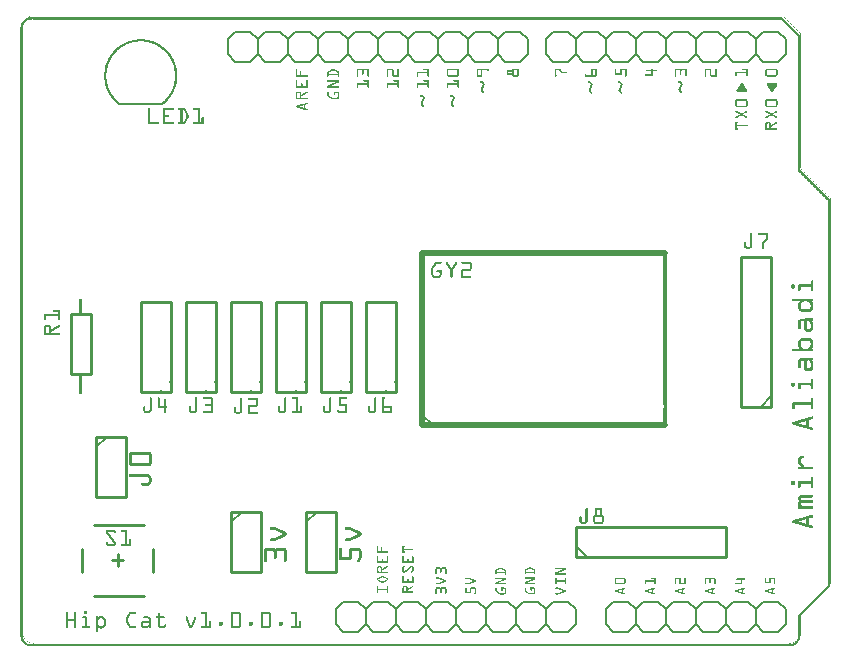
<source format=gto>
G04 MADE WITH FRITZING*
G04 WWW.FRITZING.ORG*
G04 DOUBLE SIDED*
G04 HOLES PLATED*
G04 CONTOUR ON CENTER OF CONTOUR VECTOR*
%ASAXBY*%
%FSLAX23Y23*%
%MOIN*%
%OFA0B0*%
%SFA1.0B1.0*%
%ADD10C,0.010000*%
%ADD11C,0.005000*%
%ADD12C,0.020011*%
%ADD13C,0.005768*%
%ADD14C,0.006000*%
%ADD15R,0.001000X0.001000*%
%LNSILK1*%
G90*
G70*
G54D10*
X445Y324D02*
X445Y246D01*
D02*
X248Y403D02*
X415Y403D01*
D02*
X248Y167D02*
X415Y167D01*
D02*
X209Y324D02*
X209Y246D01*
D02*
X327Y305D02*
X327Y265D01*
D02*
X346Y285D02*
X307Y285D01*
D02*
X172Y906D02*
X172Y1106D01*
D02*
X172Y1106D02*
X238Y1106D01*
D02*
X238Y1106D02*
X238Y906D01*
D02*
X238Y906D02*
X172Y906D01*
D02*
X1855Y296D02*
X2355Y296D01*
D02*
X2355Y296D02*
X2355Y396D01*
D02*
X2355Y396D02*
X1855Y396D01*
D02*
X1855Y396D02*
X1855Y296D01*
G54D11*
D02*
X1890Y296D02*
X1855Y331D01*
G54D10*
D02*
X2505Y796D02*
X2505Y1296D01*
D02*
X2505Y1296D02*
X2405Y1296D01*
D02*
X2405Y1296D02*
X2405Y796D01*
D02*
X2405Y796D02*
X2505Y796D01*
G54D11*
D02*
X2505Y831D02*
X2470Y796D01*
G54D10*
D02*
X955Y446D02*
X955Y246D01*
D02*
X955Y246D02*
X1055Y246D01*
D02*
X1055Y246D02*
X1055Y446D01*
D02*
X1055Y446D02*
X955Y446D01*
G54D11*
D02*
X955Y411D02*
X990Y446D01*
G54D10*
D02*
X705Y446D02*
X705Y246D01*
D02*
X705Y246D02*
X805Y246D01*
D02*
X805Y246D02*
X805Y446D01*
D02*
X805Y446D02*
X705Y446D01*
G54D11*
D02*
X705Y411D02*
X740Y446D01*
G54D10*
D02*
X255Y696D02*
X255Y496D01*
D02*
X255Y496D02*
X355Y496D01*
D02*
X355Y496D02*
X355Y696D01*
D02*
X355Y696D02*
X255Y696D01*
G54D11*
D02*
X255Y661D02*
X290Y696D01*
G54D12*
D02*
X1343Y737D02*
X2153Y737D01*
D02*
X2153Y1310D02*
X1343Y1310D01*
D02*
X1343Y1310D02*
X1343Y737D01*
G54D13*
D02*
X1378Y737D02*
X1343Y770D01*
G54D10*
D02*
X1255Y846D02*
X1255Y1146D01*
D02*
X1255Y1146D02*
X1155Y1146D01*
D02*
X1155Y1146D02*
X1155Y846D01*
D02*
X1155Y846D02*
X1255Y846D01*
D02*
X1105Y846D02*
X1105Y1146D01*
D02*
X1105Y1146D02*
X1005Y1146D01*
D02*
X1005Y1146D02*
X1005Y846D01*
D02*
X1005Y846D02*
X1105Y846D01*
D02*
X955Y846D02*
X955Y1146D01*
D02*
X955Y1146D02*
X855Y1146D01*
D02*
X855Y1146D02*
X855Y846D01*
D02*
X855Y846D02*
X955Y846D01*
D02*
X805Y846D02*
X805Y1146D01*
D02*
X805Y1146D02*
X705Y1146D01*
D02*
X705Y1146D02*
X705Y846D01*
D02*
X705Y846D02*
X805Y846D01*
D02*
X655Y846D02*
X655Y1146D01*
D02*
X655Y1146D02*
X555Y1146D01*
D02*
X555Y1146D02*
X555Y846D01*
D02*
X555Y846D02*
X655Y846D01*
D02*
X505Y846D02*
X505Y1146D01*
D02*
X505Y1146D02*
X405Y1146D01*
D02*
X405Y1146D02*
X405Y846D01*
D02*
X405Y846D02*
X505Y846D01*
G54D14*
D02*
X2279Y146D02*
X2329Y146D01*
D02*
X2329Y146D02*
X2354Y121D01*
D02*
X2354Y121D02*
X2354Y71D01*
D02*
X2354Y71D02*
X2329Y46D01*
D02*
X2354Y121D02*
X2379Y146D01*
D02*
X2379Y146D02*
X2429Y146D01*
D02*
X2429Y146D02*
X2454Y121D01*
D02*
X2454Y121D02*
X2454Y71D01*
D02*
X2454Y71D02*
X2429Y46D01*
D02*
X2429Y46D02*
X2379Y46D01*
D02*
X2379Y46D02*
X2354Y71D01*
D02*
X2154Y121D02*
X2179Y146D01*
D02*
X2179Y146D02*
X2229Y146D01*
D02*
X2229Y146D02*
X2254Y121D01*
D02*
X2254Y121D02*
X2254Y71D01*
D02*
X2254Y71D02*
X2229Y46D01*
D02*
X2229Y46D02*
X2179Y46D01*
D02*
X2179Y46D02*
X2154Y71D01*
D02*
X2279Y146D02*
X2254Y121D01*
D02*
X2254Y71D02*
X2279Y46D01*
D02*
X2329Y46D02*
X2279Y46D01*
D02*
X1979Y146D02*
X2029Y146D01*
D02*
X2029Y146D02*
X2054Y121D01*
D02*
X2054Y121D02*
X2054Y71D01*
D02*
X2054Y71D02*
X2029Y46D01*
D02*
X2054Y121D02*
X2079Y146D01*
D02*
X2079Y146D02*
X2129Y146D01*
D02*
X2129Y146D02*
X2154Y121D01*
D02*
X2154Y121D02*
X2154Y71D01*
D02*
X2154Y71D02*
X2129Y46D01*
D02*
X2129Y46D02*
X2079Y46D01*
D02*
X2079Y46D02*
X2054Y71D01*
D02*
X1954Y121D02*
X1954Y71D01*
D02*
X1979Y146D02*
X1954Y121D01*
D02*
X1954Y71D02*
X1979Y46D01*
D02*
X2029Y46D02*
X1979Y46D01*
D02*
X2479Y146D02*
X2529Y146D01*
D02*
X2529Y146D02*
X2554Y121D01*
D02*
X2554Y121D02*
X2554Y71D01*
D02*
X2554Y71D02*
X2529Y46D01*
D02*
X2479Y146D02*
X2454Y121D01*
D02*
X2454Y71D02*
X2479Y46D01*
D02*
X2529Y46D02*
X2479Y46D01*
D02*
X869Y1946D02*
X819Y1946D01*
D02*
X1069Y1946D02*
X1019Y1946D01*
D02*
X969Y1946D02*
X919Y1946D01*
D02*
X1169Y1946D02*
X1119Y1946D01*
D02*
X1369Y1946D02*
X1319Y1946D01*
D02*
X1269Y1946D02*
X1219Y1946D01*
D02*
X1469Y1946D02*
X1419Y1946D01*
D02*
X1669Y1946D02*
X1619Y1946D01*
D02*
X1569Y1946D02*
X1519Y1946D01*
D02*
X769Y1946D02*
X719Y1946D01*
D02*
X894Y1971D02*
X869Y1946D01*
D02*
X819Y1946D02*
X794Y1971D01*
D02*
X794Y1971D02*
X794Y2021D01*
D02*
X794Y2021D02*
X819Y2046D01*
D02*
X819Y2046D02*
X869Y2046D01*
D02*
X869Y2046D02*
X894Y2021D01*
D02*
X1019Y1946D02*
X994Y1971D01*
D02*
X994Y1971D02*
X994Y2021D01*
D02*
X994Y2021D02*
X1019Y2046D01*
D02*
X994Y1971D02*
X969Y1946D01*
D02*
X919Y1946D02*
X894Y1971D01*
D02*
X894Y1971D02*
X894Y2021D01*
D02*
X894Y2021D02*
X919Y2046D01*
D02*
X919Y2046D02*
X969Y2046D01*
D02*
X969Y2046D02*
X994Y2021D01*
D02*
X1194Y1971D02*
X1169Y1946D01*
D02*
X1119Y1946D02*
X1094Y1971D01*
D02*
X1094Y1971D02*
X1094Y2021D01*
D02*
X1094Y2021D02*
X1119Y2046D01*
D02*
X1119Y2046D02*
X1169Y2046D01*
D02*
X1169Y2046D02*
X1194Y2021D01*
D02*
X1069Y1946D02*
X1094Y1971D01*
D02*
X1094Y2021D02*
X1069Y2046D01*
D02*
X1019Y2046D02*
X1069Y2046D01*
D02*
X1319Y1946D02*
X1294Y1971D01*
D02*
X1294Y1971D02*
X1294Y2021D01*
D02*
X1294Y2021D02*
X1319Y2046D01*
D02*
X1294Y1971D02*
X1269Y1946D01*
D02*
X1219Y1946D02*
X1194Y1971D01*
D02*
X1194Y1971D02*
X1194Y2021D01*
D02*
X1194Y2021D02*
X1219Y2046D01*
D02*
X1219Y2046D02*
X1269Y2046D01*
D02*
X1269Y2046D02*
X1294Y2021D01*
D02*
X1494Y1971D02*
X1469Y1946D01*
D02*
X1419Y1946D02*
X1394Y1971D01*
D02*
X1394Y1971D02*
X1394Y2021D01*
D02*
X1394Y2021D02*
X1419Y2046D01*
D02*
X1419Y2046D02*
X1469Y2046D01*
D02*
X1469Y2046D02*
X1494Y2021D01*
D02*
X1369Y1946D02*
X1394Y1971D01*
D02*
X1394Y2021D02*
X1369Y2046D01*
D02*
X1319Y2046D02*
X1369Y2046D01*
D02*
X1619Y1946D02*
X1594Y1971D01*
D02*
X1594Y1971D02*
X1594Y2021D01*
D02*
X1594Y2021D02*
X1619Y2046D01*
D02*
X1594Y1971D02*
X1569Y1946D01*
D02*
X1519Y1946D02*
X1494Y1971D01*
D02*
X1494Y1971D02*
X1494Y2021D01*
D02*
X1494Y2021D02*
X1519Y2046D01*
D02*
X1519Y2046D02*
X1569Y2046D01*
D02*
X1569Y2046D02*
X1594Y2021D01*
D02*
X1694Y1971D02*
X1694Y2021D01*
D02*
X1669Y1946D02*
X1694Y1971D01*
D02*
X1694Y2021D02*
X1669Y2046D01*
D02*
X1619Y2046D02*
X1669Y2046D01*
D02*
X719Y1946D02*
X694Y1971D01*
D02*
X694Y1971D02*
X694Y2021D01*
D02*
X694Y2021D02*
X719Y2046D01*
D02*
X769Y1946D02*
X794Y1971D01*
D02*
X794Y2021D02*
X769Y2046D01*
D02*
X719Y2046D02*
X769Y2046D01*
D02*
X1929Y1946D02*
X1879Y1946D01*
D02*
X1879Y1946D02*
X1854Y1971D01*
D02*
X1854Y1971D02*
X1854Y2021D01*
D02*
X1854Y2021D02*
X1879Y2046D01*
D02*
X2054Y1971D02*
X2029Y1946D01*
D02*
X2029Y1946D02*
X1979Y1946D01*
D02*
X1979Y1946D02*
X1954Y1971D01*
D02*
X1954Y1971D02*
X1954Y2021D01*
D02*
X1954Y2021D02*
X1979Y2046D01*
D02*
X1979Y2046D02*
X2029Y2046D01*
D02*
X2029Y2046D02*
X2054Y2021D01*
D02*
X1929Y1946D02*
X1954Y1971D01*
D02*
X1954Y2021D02*
X1929Y2046D01*
D02*
X1879Y2046D02*
X1929Y2046D01*
D02*
X2229Y1946D02*
X2179Y1946D01*
D02*
X2179Y1946D02*
X2154Y1971D01*
D02*
X2154Y1971D02*
X2154Y2021D01*
D02*
X2154Y2021D02*
X2179Y2046D01*
D02*
X2154Y1971D02*
X2129Y1946D01*
D02*
X2129Y1946D02*
X2079Y1946D01*
D02*
X2079Y1946D02*
X2054Y1971D01*
D02*
X2054Y1971D02*
X2054Y2021D01*
D02*
X2054Y2021D02*
X2079Y2046D01*
D02*
X2079Y2046D02*
X2129Y2046D01*
D02*
X2129Y2046D02*
X2154Y2021D01*
D02*
X2354Y1971D02*
X2329Y1946D01*
D02*
X2329Y1946D02*
X2279Y1946D01*
D02*
X2279Y1946D02*
X2254Y1971D01*
D02*
X2254Y1971D02*
X2254Y2021D01*
D02*
X2254Y2021D02*
X2279Y2046D01*
D02*
X2279Y2046D02*
X2329Y2046D01*
D02*
X2329Y2046D02*
X2354Y2021D01*
D02*
X2229Y1946D02*
X2254Y1971D01*
D02*
X2254Y2021D02*
X2229Y2046D01*
D02*
X2179Y2046D02*
X2229Y2046D01*
D02*
X2529Y1946D02*
X2479Y1946D01*
D02*
X2479Y1946D02*
X2454Y1971D01*
D02*
X2454Y1971D02*
X2454Y2021D01*
D02*
X2454Y2021D02*
X2479Y2046D01*
D02*
X2454Y1971D02*
X2429Y1946D01*
D02*
X2429Y1946D02*
X2379Y1946D01*
D02*
X2379Y1946D02*
X2354Y1971D01*
D02*
X2354Y1971D02*
X2354Y2021D01*
D02*
X2354Y2021D02*
X2379Y2046D01*
D02*
X2379Y2046D02*
X2429Y2046D01*
D02*
X2429Y2046D02*
X2454Y2021D01*
D02*
X2554Y1971D02*
X2554Y2021D01*
D02*
X2529Y1946D02*
X2554Y1971D01*
D02*
X2554Y2021D02*
X2529Y2046D01*
D02*
X2479Y2046D02*
X2529Y2046D01*
D02*
X1829Y1946D02*
X1779Y1946D01*
D02*
X1779Y1946D02*
X1754Y1971D01*
D02*
X1754Y1971D02*
X1754Y2021D01*
D02*
X1754Y2021D02*
X1779Y2046D01*
D02*
X1829Y1946D02*
X1854Y1971D01*
D02*
X1854Y2021D02*
X1829Y2046D01*
D02*
X1779Y2046D02*
X1829Y2046D01*
D02*
X1679Y146D02*
X1729Y146D01*
D02*
X1729Y146D02*
X1754Y121D01*
D02*
X1754Y121D02*
X1754Y71D01*
D02*
X1754Y71D02*
X1729Y46D01*
D02*
X1554Y121D02*
X1579Y146D01*
D02*
X1579Y146D02*
X1629Y146D01*
D02*
X1629Y146D02*
X1654Y121D01*
D02*
X1654Y121D02*
X1654Y71D01*
D02*
X1654Y71D02*
X1629Y46D01*
D02*
X1629Y46D02*
X1579Y46D01*
D02*
X1579Y46D02*
X1554Y71D01*
D02*
X1679Y146D02*
X1654Y121D01*
D02*
X1654Y71D02*
X1679Y46D01*
D02*
X1729Y46D02*
X1679Y46D01*
D02*
X1379Y146D02*
X1429Y146D01*
D02*
X1429Y146D02*
X1454Y121D01*
D02*
X1454Y121D02*
X1454Y71D01*
D02*
X1454Y71D02*
X1429Y46D01*
D02*
X1454Y121D02*
X1479Y146D01*
D02*
X1479Y146D02*
X1529Y146D01*
D02*
X1529Y146D02*
X1554Y121D01*
D02*
X1554Y121D02*
X1554Y71D01*
D02*
X1554Y71D02*
X1529Y46D01*
D02*
X1529Y46D02*
X1479Y46D01*
D02*
X1479Y46D02*
X1454Y71D01*
D02*
X1254Y121D02*
X1279Y146D01*
D02*
X1279Y146D02*
X1329Y146D01*
D02*
X1329Y146D02*
X1354Y121D01*
D02*
X1354Y121D02*
X1354Y71D01*
D02*
X1354Y71D02*
X1329Y46D01*
D02*
X1329Y46D02*
X1279Y46D01*
D02*
X1279Y46D02*
X1254Y71D01*
D02*
X1379Y146D02*
X1354Y121D01*
D02*
X1354Y71D02*
X1379Y46D01*
D02*
X1429Y46D02*
X1379Y46D01*
D02*
X1079Y146D02*
X1129Y146D01*
D02*
X1129Y146D02*
X1154Y121D01*
D02*
X1154Y121D02*
X1154Y71D01*
D02*
X1154Y71D02*
X1129Y46D01*
D02*
X1154Y121D02*
X1179Y146D01*
D02*
X1179Y146D02*
X1229Y146D01*
D02*
X1229Y146D02*
X1254Y121D01*
D02*
X1254Y121D02*
X1254Y71D01*
D02*
X1254Y71D02*
X1229Y46D01*
D02*
X1229Y46D02*
X1179Y46D01*
D02*
X1179Y46D02*
X1154Y71D01*
D02*
X1054Y121D02*
X1054Y71D01*
D02*
X1079Y146D02*
X1054Y121D01*
D02*
X1054Y71D02*
X1079Y46D01*
D02*
X1129Y46D02*
X1079Y46D01*
D02*
X1779Y146D02*
X1829Y146D01*
D02*
X1829Y146D02*
X1854Y121D01*
D02*
X1854Y121D02*
X1854Y71D01*
D02*
X1854Y71D02*
X1829Y46D01*
D02*
X1779Y146D02*
X1754Y121D01*
D02*
X1754Y71D02*
X1779Y46D01*
D02*
X1829Y46D02*
X1779Y46D01*
G54D15*
X39Y2100D02*
X2544Y2100D01*
X35Y2099D02*
X38Y2099D01*
X2544Y2099D02*
X2545Y2099D01*
X32Y2098D02*
X34Y2098D01*
X2545Y2098D02*
X2546Y2098D01*
X30Y2097D02*
X32Y2097D01*
X2546Y2097D02*
X2547Y2097D01*
X29Y2096D02*
X30Y2096D01*
X41Y2096D02*
X43Y2096D01*
X2547Y2096D02*
X2548Y2096D01*
X27Y2095D02*
X28Y2095D01*
X33Y2095D02*
X2541Y2095D01*
X2548Y2095D02*
X2549Y2095D01*
X25Y2094D02*
X26Y2094D01*
X30Y2094D02*
X2542Y2094D01*
X2549Y2094D02*
X2550Y2094D01*
X24Y2093D02*
X25Y2093D01*
X27Y2093D02*
X2543Y2093D01*
X2550Y2093D02*
X2551Y2093D01*
X23Y2092D02*
X23Y2092D01*
X25Y2092D02*
X2544Y2092D01*
X2551Y2092D02*
X2552Y2092D01*
X22Y2091D02*
X2545Y2091D01*
X2552Y2091D02*
X2553Y2091D01*
X21Y2090D02*
X2546Y2090D01*
X2553Y2090D02*
X2554Y2090D01*
X20Y2089D02*
X2547Y2089D01*
X2554Y2089D02*
X2555Y2089D01*
X19Y2088D02*
X40Y2088D01*
X44Y2088D02*
X2548Y2088D01*
X2555Y2088D02*
X2556Y2088D01*
X18Y2087D02*
X33Y2087D01*
X2539Y2087D02*
X2549Y2087D01*
X2556Y2087D02*
X2557Y2087D01*
X17Y2086D02*
X30Y2086D01*
X2540Y2086D02*
X2550Y2086D01*
X2557Y2086D02*
X2558Y2086D01*
X16Y2085D02*
X28Y2085D01*
X2541Y2085D02*
X2551Y2085D01*
X2558Y2085D02*
X2559Y2085D01*
X14Y2084D02*
X26Y2084D01*
X2542Y2084D02*
X2552Y2084D01*
X2559Y2084D02*
X2560Y2084D01*
X14Y2083D02*
X24Y2083D01*
X2543Y2083D02*
X2553Y2083D01*
X2560Y2083D02*
X2561Y2083D01*
X13Y2082D02*
X23Y2082D01*
X2544Y2082D02*
X2554Y2082D01*
X2561Y2082D02*
X2562Y2082D01*
X12Y2081D02*
X21Y2081D01*
X2545Y2081D02*
X2555Y2081D01*
X2562Y2081D02*
X2563Y2081D01*
X11Y2080D02*
X20Y2080D01*
X2546Y2080D02*
X2556Y2080D01*
X2563Y2080D02*
X2564Y2080D01*
X10Y2079D02*
X19Y2079D01*
X2547Y2079D02*
X2557Y2079D01*
X2564Y2079D02*
X2565Y2079D01*
X10Y2078D02*
X18Y2078D01*
X2548Y2078D02*
X2558Y2078D01*
X2565Y2078D02*
X2566Y2078D01*
X9Y2077D02*
X17Y2077D01*
X2549Y2077D02*
X2559Y2077D01*
X2566Y2077D02*
X2567Y2077D01*
X8Y2076D02*
X16Y2076D01*
X2550Y2076D02*
X2560Y2076D01*
X2567Y2076D02*
X2568Y2076D01*
X8Y2075D02*
X16Y2075D01*
X2551Y2075D02*
X2561Y2075D01*
X2568Y2075D02*
X2569Y2075D01*
X7Y2074D02*
X15Y2074D01*
X2552Y2074D02*
X2562Y2074D01*
X2569Y2074D02*
X2570Y2074D01*
X7Y2073D02*
X14Y2073D01*
X2553Y2073D02*
X2563Y2073D01*
X2570Y2073D02*
X2571Y2073D01*
X6Y2072D02*
X14Y2072D01*
X2554Y2072D02*
X2564Y2072D01*
X2571Y2072D02*
X2572Y2072D01*
X6Y2071D02*
X13Y2071D01*
X2555Y2071D02*
X2565Y2071D01*
X2572Y2071D02*
X2573Y2071D01*
X6Y2070D02*
X13Y2070D01*
X2556Y2070D02*
X2566Y2070D01*
X2573Y2070D02*
X2574Y2070D01*
X5Y2069D02*
X12Y2069D01*
X2557Y2069D02*
X2567Y2069D01*
X2574Y2069D02*
X2575Y2069D01*
X5Y2068D02*
X12Y2068D01*
X2558Y2068D02*
X2568Y2068D01*
X2575Y2068D02*
X2576Y2068D01*
X5Y2067D02*
X12Y2067D01*
X2559Y2067D02*
X2569Y2067D01*
X2576Y2067D02*
X2577Y2067D01*
X4Y2066D02*
X11Y2066D01*
X2560Y2066D02*
X2570Y2066D01*
X2577Y2066D02*
X2578Y2066D01*
X4Y2065D02*
X11Y2065D01*
X2561Y2065D02*
X2571Y2065D01*
X2578Y2065D02*
X2579Y2065D01*
X4Y2064D02*
X11Y2064D01*
X2562Y2064D02*
X2572Y2064D01*
X2579Y2064D02*
X2580Y2064D01*
X4Y2063D02*
X11Y2063D01*
X2563Y2063D02*
X2573Y2063D01*
X2580Y2063D02*
X2581Y2063D01*
X4Y2062D02*
X11Y2062D01*
X2564Y2062D02*
X2574Y2062D01*
X2581Y2062D02*
X2582Y2062D01*
X3Y2061D02*
X11Y2061D01*
X2565Y2061D02*
X2575Y2061D01*
X2582Y2061D02*
X2583Y2061D01*
X3Y2060D02*
X11Y2060D01*
X2566Y2060D02*
X2576Y2060D01*
X2583Y2060D02*
X2584Y2060D01*
X3Y2059D02*
X11Y2059D01*
X2567Y2059D02*
X2577Y2059D01*
X2584Y2059D02*
X2585Y2059D01*
X3Y2058D02*
X11Y2058D01*
X2568Y2058D02*
X2578Y2058D01*
X2585Y2058D02*
X2586Y2058D01*
X3Y2057D02*
X11Y2057D01*
X2569Y2057D02*
X2579Y2057D01*
X2586Y2057D02*
X2587Y2057D01*
X3Y2056D02*
X11Y2056D01*
X2570Y2056D02*
X2580Y2056D01*
X2587Y2056D02*
X2588Y2056D01*
X3Y2055D02*
X11Y2055D01*
X2571Y2055D02*
X2581Y2055D01*
X2588Y2055D02*
X2589Y2055D01*
X3Y2054D02*
X11Y2054D01*
X2572Y2054D02*
X2582Y2054D01*
X2589Y2054D02*
X2590Y2054D01*
X3Y2053D02*
X11Y2053D01*
X2573Y2053D02*
X2583Y2053D01*
X2590Y2053D02*
X2591Y2053D01*
X3Y2052D02*
X11Y2052D01*
X2574Y2052D02*
X2584Y2052D01*
X2591Y2052D02*
X2592Y2052D01*
X3Y2051D02*
X11Y2051D01*
X2575Y2051D02*
X2585Y2051D01*
X2592Y2051D02*
X2593Y2051D01*
X3Y2050D02*
X11Y2050D01*
X2576Y2050D02*
X2586Y2050D01*
X2593Y2050D02*
X2594Y2050D01*
X3Y2049D02*
X11Y2049D01*
X2577Y2049D02*
X2587Y2049D01*
X2594Y2049D02*
X2595Y2049D01*
X3Y2048D02*
X11Y2048D01*
X2578Y2048D02*
X2588Y2048D01*
X2595Y2048D02*
X2596Y2048D01*
X3Y2047D02*
X11Y2047D01*
X2579Y2047D02*
X2589Y2047D01*
X2596Y2047D02*
X2597Y2047D01*
X3Y2046D02*
X11Y2046D01*
X2580Y2046D02*
X2590Y2046D01*
X2597Y2046D02*
X2598Y2046D01*
X3Y2045D02*
X11Y2045D01*
X2581Y2045D02*
X2591Y2045D01*
X2598Y2045D02*
X2599Y2045D01*
X3Y2044D02*
X11Y2044D01*
X2582Y2044D02*
X2592Y2044D01*
X2599Y2044D02*
X2600Y2044D01*
X3Y2043D02*
X11Y2043D01*
X2583Y2043D02*
X2593Y2043D01*
X2600Y2043D02*
X2601Y2043D01*
X3Y2042D02*
X11Y2042D01*
X2584Y2042D02*
X2594Y2042D01*
X2601Y2042D02*
X2602Y2042D01*
X3Y2041D02*
X11Y2041D01*
X2585Y2041D02*
X2595Y2041D01*
X2602Y2041D02*
X2603Y2041D01*
X3Y2040D02*
X11Y2040D01*
X2586Y2040D02*
X2596Y2040D01*
X2603Y2040D02*
X2603Y2040D01*
X3Y2039D02*
X11Y2039D01*
X2587Y2039D02*
X2597Y2039D01*
X2603Y2039D02*
X2603Y2039D01*
X3Y2038D02*
X11Y2038D01*
X2588Y2038D02*
X2598Y2038D01*
X2603Y2038D02*
X2603Y2038D01*
X3Y2037D02*
X11Y2037D01*
X2589Y2037D02*
X2599Y2037D01*
X2603Y2037D02*
X2603Y2037D01*
X3Y2036D02*
X11Y2036D01*
X2590Y2036D02*
X2600Y2036D01*
X2603Y2036D02*
X2603Y2036D01*
X3Y2035D02*
X11Y2035D01*
X2591Y2035D02*
X2601Y2035D01*
X2603Y2035D02*
X2603Y2035D01*
X3Y2034D02*
X11Y2034D01*
X2592Y2034D02*
X2603Y2034D01*
X3Y2033D02*
X11Y2033D01*
X2593Y2033D02*
X2603Y2033D01*
X3Y2032D02*
X11Y2032D01*
X2594Y2032D02*
X2603Y2032D01*
X3Y2031D02*
X11Y2031D01*
X2595Y2031D02*
X2603Y2031D01*
X3Y2030D02*
X11Y2030D01*
X2595Y2030D02*
X2603Y2030D01*
X3Y2029D02*
X11Y2029D01*
X2595Y2029D02*
X2603Y2029D01*
X3Y2028D02*
X11Y2028D01*
X2595Y2028D02*
X2603Y2028D01*
X3Y2027D02*
X11Y2027D01*
X2595Y2027D02*
X2603Y2027D01*
X3Y2026D02*
X11Y2026D01*
X2595Y2026D02*
X2603Y2026D01*
X3Y2025D02*
X11Y2025D01*
X2595Y2025D02*
X2603Y2025D01*
X3Y2024D02*
X11Y2024D01*
X2595Y2024D02*
X2603Y2024D01*
X3Y2023D02*
X11Y2023D01*
X2595Y2023D02*
X2603Y2023D01*
X3Y2022D02*
X11Y2022D01*
X2595Y2022D02*
X2603Y2022D01*
X3Y2021D02*
X11Y2021D01*
X391Y2021D02*
X418Y2021D01*
X2595Y2021D02*
X2603Y2021D01*
X3Y2020D02*
X11Y2020D01*
X384Y2020D02*
X425Y2020D01*
X2595Y2020D02*
X2603Y2020D01*
X3Y2019D02*
X11Y2019D01*
X379Y2019D02*
X430Y2019D01*
X2595Y2019D02*
X2603Y2019D01*
X3Y2018D02*
X11Y2018D01*
X375Y2018D02*
X434Y2018D01*
X2595Y2018D02*
X2603Y2018D01*
X3Y2017D02*
X11Y2017D01*
X371Y2017D02*
X438Y2017D01*
X2595Y2017D02*
X2603Y2017D01*
X3Y2016D02*
X11Y2016D01*
X368Y2016D02*
X441Y2016D01*
X2595Y2016D02*
X2603Y2016D01*
X3Y2015D02*
X11Y2015D01*
X364Y2015D02*
X444Y2015D01*
X2595Y2015D02*
X2603Y2015D01*
X3Y2014D02*
X11Y2014D01*
X362Y2014D02*
X393Y2014D01*
X414Y2014D02*
X447Y2014D01*
X2595Y2014D02*
X2603Y2014D01*
X3Y2013D02*
X11Y2013D01*
X359Y2013D02*
X386Y2013D01*
X422Y2013D02*
X449Y2013D01*
X2595Y2013D02*
X2603Y2013D01*
X3Y2012D02*
X11Y2012D01*
X357Y2012D02*
X380Y2012D01*
X428Y2012D02*
X452Y2012D01*
X2595Y2012D02*
X2603Y2012D01*
X3Y2011D02*
X11Y2011D01*
X354Y2011D02*
X376Y2011D01*
X432Y2011D02*
X454Y2011D01*
X2595Y2011D02*
X2603Y2011D01*
X3Y2010D02*
X11Y2010D01*
X352Y2010D02*
X372Y2010D01*
X436Y2010D02*
X456Y2010D01*
X2595Y2010D02*
X2603Y2010D01*
X3Y2009D02*
X11Y2009D01*
X350Y2009D02*
X369Y2009D01*
X439Y2009D02*
X458Y2009D01*
X2595Y2009D02*
X2603Y2009D01*
X3Y2008D02*
X11Y2008D01*
X348Y2008D02*
X366Y2008D01*
X442Y2008D02*
X460Y2008D01*
X2595Y2008D02*
X2603Y2008D01*
X3Y2007D02*
X11Y2007D01*
X346Y2007D02*
X363Y2007D01*
X445Y2007D02*
X462Y2007D01*
X2595Y2007D02*
X2603Y2007D01*
X3Y2006D02*
X11Y2006D01*
X344Y2006D02*
X361Y2006D01*
X447Y2006D02*
X464Y2006D01*
X2595Y2006D02*
X2603Y2006D01*
X3Y2005D02*
X11Y2005D01*
X343Y2005D02*
X358Y2005D01*
X450Y2005D02*
X466Y2005D01*
X2595Y2005D02*
X2603Y2005D01*
X3Y2004D02*
X11Y2004D01*
X341Y2004D02*
X356Y2004D01*
X452Y2004D02*
X467Y2004D01*
X2595Y2004D02*
X2603Y2004D01*
X3Y2003D02*
X11Y2003D01*
X339Y2003D02*
X354Y2003D01*
X454Y2003D02*
X469Y2003D01*
X2595Y2003D02*
X2603Y2003D01*
X3Y2002D02*
X11Y2002D01*
X338Y2002D02*
X352Y2002D01*
X456Y2002D02*
X470Y2002D01*
X2595Y2002D02*
X2603Y2002D01*
X3Y2001D02*
X11Y2001D01*
X336Y2001D02*
X350Y2001D01*
X458Y2001D02*
X472Y2001D01*
X2595Y2001D02*
X2603Y2001D01*
X3Y2000D02*
X11Y2000D01*
X335Y2000D02*
X348Y2000D01*
X460Y2000D02*
X473Y2000D01*
X2595Y2000D02*
X2603Y2000D01*
X3Y1999D02*
X11Y1999D01*
X333Y1999D02*
X346Y1999D01*
X461Y1999D02*
X475Y1999D01*
X2595Y1999D02*
X2603Y1999D01*
X3Y1998D02*
X11Y1998D01*
X332Y1998D02*
X345Y1998D01*
X463Y1998D02*
X476Y1998D01*
X2595Y1998D02*
X2603Y1998D01*
X3Y1997D02*
X11Y1997D01*
X331Y1997D02*
X343Y1997D01*
X465Y1997D02*
X478Y1997D01*
X2595Y1997D02*
X2603Y1997D01*
X3Y1996D02*
X11Y1996D01*
X329Y1996D02*
X341Y1996D01*
X466Y1996D02*
X479Y1996D01*
X2595Y1996D02*
X2603Y1996D01*
X3Y1995D02*
X11Y1995D01*
X328Y1995D02*
X340Y1995D01*
X468Y1995D02*
X480Y1995D01*
X2595Y1995D02*
X2603Y1995D01*
X3Y1994D02*
X11Y1994D01*
X327Y1994D02*
X339Y1994D01*
X469Y1994D02*
X481Y1994D01*
X2595Y1994D02*
X2603Y1994D01*
X3Y1993D02*
X11Y1993D01*
X326Y1993D02*
X337Y1993D01*
X471Y1993D02*
X483Y1993D01*
X2595Y1993D02*
X2603Y1993D01*
X3Y1992D02*
X11Y1992D01*
X324Y1992D02*
X336Y1992D01*
X472Y1992D02*
X484Y1992D01*
X2595Y1992D02*
X2603Y1992D01*
X3Y1991D02*
X11Y1991D01*
X323Y1991D02*
X334Y1991D01*
X473Y1991D02*
X485Y1991D01*
X2595Y1991D02*
X2603Y1991D01*
X3Y1990D02*
X11Y1990D01*
X322Y1990D02*
X333Y1990D01*
X475Y1990D02*
X486Y1990D01*
X2595Y1990D02*
X2603Y1990D01*
X3Y1989D02*
X11Y1989D01*
X321Y1989D02*
X332Y1989D01*
X476Y1989D02*
X487Y1989D01*
X2595Y1989D02*
X2603Y1989D01*
X3Y1988D02*
X11Y1988D01*
X320Y1988D02*
X331Y1988D01*
X477Y1988D02*
X488Y1988D01*
X2595Y1988D02*
X2603Y1988D01*
X3Y1987D02*
X11Y1987D01*
X319Y1987D02*
X330Y1987D01*
X478Y1987D02*
X489Y1987D01*
X2595Y1987D02*
X2603Y1987D01*
X3Y1986D02*
X11Y1986D01*
X318Y1986D02*
X328Y1986D01*
X480Y1986D02*
X490Y1986D01*
X2595Y1986D02*
X2603Y1986D01*
X3Y1985D02*
X11Y1985D01*
X317Y1985D02*
X327Y1985D01*
X481Y1985D02*
X491Y1985D01*
X2595Y1985D02*
X2603Y1985D01*
X3Y1984D02*
X11Y1984D01*
X316Y1984D02*
X326Y1984D01*
X482Y1984D02*
X492Y1984D01*
X2595Y1984D02*
X2603Y1984D01*
X3Y1983D02*
X11Y1983D01*
X315Y1983D02*
X325Y1983D01*
X483Y1983D02*
X493Y1983D01*
X2595Y1983D02*
X2603Y1983D01*
X3Y1982D02*
X11Y1982D01*
X314Y1982D02*
X324Y1982D01*
X484Y1982D02*
X494Y1982D01*
X2595Y1982D02*
X2603Y1982D01*
X3Y1981D02*
X11Y1981D01*
X313Y1981D02*
X323Y1981D01*
X485Y1981D02*
X495Y1981D01*
X2595Y1981D02*
X2603Y1981D01*
X3Y1980D02*
X11Y1980D01*
X312Y1980D02*
X322Y1980D01*
X486Y1980D02*
X496Y1980D01*
X2595Y1980D02*
X2603Y1980D01*
X3Y1979D02*
X11Y1979D01*
X312Y1979D02*
X321Y1979D01*
X487Y1979D02*
X496Y1979D01*
X2595Y1979D02*
X2603Y1979D01*
X3Y1978D02*
X11Y1978D01*
X311Y1978D02*
X320Y1978D01*
X488Y1978D02*
X497Y1978D01*
X2595Y1978D02*
X2603Y1978D01*
X3Y1977D02*
X11Y1977D01*
X310Y1977D02*
X319Y1977D01*
X489Y1977D02*
X498Y1977D01*
X2595Y1977D02*
X2603Y1977D01*
X3Y1976D02*
X11Y1976D01*
X309Y1976D02*
X318Y1976D01*
X490Y1976D02*
X499Y1976D01*
X2595Y1976D02*
X2603Y1976D01*
X3Y1975D02*
X11Y1975D01*
X308Y1975D02*
X317Y1975D01*
X491Y1975D02*
X500Y1975D01*
X2595Y1975D02*
X2603Y1975D01*
X3Y1974D02*
X11Y1974D01*
X308Y1974D02*
X317Y1974D01*
X492Y1974D02*
X500Y1974D01*
X2595Y1974D02*
X2603Y1974D01*
X3Y1973D02*
X11Y1973D01*
X307Y1973D02*
X316Y1973D01*
X492Y1973D02*
X501Y1973D01*
X2595Y1973D02*
X2603Y1973D01*
X3Y1972D02*
X11Y1972D01*
X306Y1972D02*
X315Y1972D01*
X493Y1972D02*
X502Y1972D01*
X2595Y1972D02*
X2603Y1972D01*
X3Y1971D02*
X11Y1971D01*
X305Y1971D02*
X314Y1971D01*
X494Y1971D02*
X503Y1971D01*
X2595Y1971D02*
X2603Y1971D01*
X3Y1970D02*
X11Y1970D01*
X305Y1970D02*
X313Y1970D01*
X495Y1970D02*
X503Y1970D01*
X2595Y1970D02*
X2603Y1970D01*
X3Y1969D02*
X11Y1969D01*
X304Y1969D02*
X313Y1969D01*
X496Y1969D02*
X504Y1969D01*
X2595Y1969D02*
X2603Y1969D01*
X3Y1968D02*
X11Y1968D01*
X303Y1968D02*
X312Y1968D01*
X496Y1968D02*
X505Y1968D01*
X2595Y1968D02*
X2603Y1968D01*
X3Y1967D02*
X11Y1967D01*
X303Y1967D02*
X311Y1967D01*
X497Y1967D02*
X505Y1967D01*
X2595Y1967D02*
X2603Y1967D01*
X3Y1966D02*
X11Y1966D01*
X302Y1966D02*
X310Y1966D01*
X498Y1966D02*
X506Y1966D01*
X2595Y1966D02*
X2603Y1966D01*
X3Y1965D02*
X11Y1965D01*
X301Y1965D02*
X310Y1965D01*
X498Y1965D02*
X507Y1965D01*
X2595Y1965D02*
X2603Y1965D01*
X3Y1964D02*
X11Y1964D01*
X301Y1964D02*
X309Y1964D01*
X499Y1964D02*
X507Y1964D01*
X2595Y1964D02*
X2603Y1964D01*
X3Y1963D02*
X11Y1963D01*
X300Y1963D02*
X308Y1963D01*
X500Y1963D02*
X508Y1963D01*
X2595Y1963D02*
X2603Y1963D01*
X3Y1962D02*
X11Y1962D01*
X299Y1962D02*
X308Y1962D01*
X501Y1962D02*
X508Y1962D01*
X2595Y1962D02*
X2603Y1962D01*
X3Y1961D02*
X11Y1961D01*
X299Y1961D02*
X307Y1961D01*
X501Y1961D02*
X509Y1961D01*
X2595Y1961D02*
X2603Y1961D01*
X3Y1960D02*
X11Y1960D01*
X298Y1960D02*
X306Y1960D01*
X502Y1960D02*
X510Y1960D01*
X2595Y1960D02*
X2603Y1960D01*
X3Y1959D02*
X11Y1959D01*
X298Y1959D02*
X306Y1959D01*
X502Y1959D02*
X510Y1959D01*
X2595Y1959D02*
X2603Y1959D01*
X3Y1958D02*
X11Y1958D01*
X297Y1958D02*
X305Y1958D01*
X503Y1958D02*
X511Y1958D01*
X2595Y1958D02*
X2603Y1958D01*
X3Y1957D02*
X11Y1957D01*
X297Y1957D02*
X305Y1957D01*
X504Y1957D02*
X511Y1957D01*
X2595Y1957D02*
X2603Y1957D01*
X3Y1956D02*
X11Y1956D01*
X296Y1956D02*
X304Y1956D01*
X504Y1956D02*
X512Y1956D01*
X2595Y1956D02*
X2603Y1956D01*
X3Y1955D02*
X11Y1955D01*
X296Y1955D02*
X303Y1955D01*
X505Y1955D02*
X512Y1955D01*
X2595Y1955D02*
X2603Y1955D01*
X3Y1954D02*
X11Y1954D01*
X295Y1954D02*
X303Y1954D01*
X505Y1954D02*
X513Y1954D01*
X2595Y1954D02*
X2603Y1954D01*
X3Y1953D02*
X11Y1953D01*
X295Y1953D02*
X302Y1953D01*
X506Y1953D02*
X513Y1953D01*
X2595Y1953D02*
X2603Y1953D01*
X3Y1952D02*
X11Y1952D01*
X294Y1952D02*
X302Y1952D01*
X506Y1952D02*
X514Y1952D01*
X2595Y1952D02*
X2603Y1952D01*
X3Y1951D02*
X11Y1951D01*
X294Y1951D02*
X301Y1951D01*
X507Y1951D02*
X514Y1951D01*
X2595Y1951D02*
X2603Y1951D01*
X3Y1950D02*
X11Y1950D01*
X293Y1950D02*
X301Y1950D01*
X507Y1950D02*
X515Y1950D01*
X2595Y1950D02*
X2603Y1950D01*
X3Y1949D02*
X11Y1949D01*
X293Y1949D02*
X300Y1949D01*
X508Y1949D02*
X515Y1949D01*
X2595Y1949D02*
X2603Y1949D01*
X3Y1948D02*
X11Y1948D01*
X292Y1948D02*
X300Y1948D01*
X508Y1948D02*
X515Y1948D01*
X2595Y1948D02*
X2603Y1948D01*
X3Y1947D02*
X11Y1947D01*
X292Y1947D02*
X299Y1947D01*
X509Y1947D02*
X516Y1947D01*
X2595Y1947D02*
X2603Y1947D01*
X3Y1946D02*
X11Y1946D01*
X292Y1946D02*
X299Y1946D01*
X509Y1946D02*
X516Y1946D01*
X2595Y1946D02*
X2603Y1946D01*
X3Y1945D02*
X11Y1945D01*
X291Y1945D02*
X299Y1945D01*
X510Y1945D02*
X517Y1945D01*
X2595Y1945D02*
X2603Y1945D01*
X3Y1944D02*
X11Y1944D01*
X291Y1944D02*
X298Y1944D01*
X510Y1944D02*
X517Y1944D01*
X2595Y1944D02*
X2603Y1944D01*
X3Y1943D02*
X11Y1943D01*
X290Y1943D02*
X298Y1943D01*
X510Y1943D02*
X517Y1943D01*
X2595Y1943D02*
X2603Y1943D01*
X3Y1942D02*
X11Y1942D01*
X290Y1942D02*
X297Y1942D01*
X511Y1942D02*
X518Y1942D01*
X2595Y1942D02*
X2603Y1942D01*
X3Y1941D02*
X11Y1941D01*
X290Y1941D02*
X297Y1941D01*
X511Y1941D02*
X518Y1941D01*
X2595Y1941D02*
X2603Y1941D01*
X3Y1940D02*
X11Y1940D01*
X289Y1940D02*
X297Y1940D01*
X512Y1940D02*
X519Y1940D01*
X2595Y1940D02*
X2603Y1940D01*
X3Y1939D02*
X11Y1939D01*
X289Y1939D02*
X296Y1939D01*
X512Y1939D02*
X519Y1939D01*
X2595Y1939D02*
X2603Y1939D01*
X3Y1938D02*
X11Y1938D01*
X289Y1938D02*
X296Y1938D01*
X512Y1938D02*
X519Y1938D01*
X2595Y1938D02*
X2603Y1938D01*
X3Y1937D02*
X11Y1937D01*
X288Y1937D02*
X295Y1937D01*
X513Y1937D02*
X519Y1937D01*
X2595Y1937D02*
X2603Y1937D01*
X3Y1936D02*
X11Y1936D01*
X288Y1936D02*
X295Y1936D01*
X513Y1936D02*
X520Y1936D01*
X2595Y1936D02*
X2603Y1936D01*
X3Y1935D02*
X11Y1935D01*
X288Y1935D02*
X295Y1935D01*
X513Y1935D02*
X520Y1935D01*
X2595Y1935D02*
X2603Y1935D01*
X3Y1934D02*
X11Y1934D01*
X287Y1934D02*
X294Y1934D01*
X514Y1934D02*
X520Y1934D01*
X2595Y1934D02*
X2603Y1934D01*
X3Y1933D02*
X11Y1933D01*
X287Y1933D02*
X294Y1933D01*
X514Y1933D02*
X521Y1933D01*
X2595Y1933D02*
X2603Y1933D01*
X3Y1932D02*
X11Y1932D01*
X287Y1932D02*
X294Y1932D01*
X514Y1932D02*
X521Y1932D01*
X2595Y1932D02*
X2603Y1932D01*
X3Y1931D02*
X11Y1931D01*
X287Y1931D02*
X294Y1931D01*
X515Y1931D02*
X521Y1931D01*
X2595Y1931D02*
X2603Y1931D01*
X3Y1930D02*
X11Y1930D01*
X286Y1930D02*
X293Y1930D01*
X515Y1930D02*
X521Y1930D01*
X2595Y1930D02*
X2603Y1930D01*
X3Y1929D02*
X11Y1929D01*
X286Y1929D02*
X293Y1929D01*
X515Y1929D02*
X522Y1929D01*
X2595Y1929D02*
X2603Y1929D01*
X3Y1928D02*
X11Y1928D01*
X286Y1928D02*
X293Y1928D01*
X515Y1928D02*
X522Y1928D01*
X2595Y1928D02*
X2603Y1928D01*
X3Y1927D02*
X11Y1927D01*
X286Y1927D02*
X292Y1927D01*
X516Y1927D02*
X522Y1927D01*
X2595Y1927D02*
X2603Y1927D01*
X3Y1926D02*
X11Y1926D01*
X285Y1926D02*
X292Y1926D01*
X516Y1926D02*
X522Y1926D01*
X2595Y1926D02*
X2603Y1926D01*
X3Y1925D02*
X11Y1925D01*
X285Y1925D02*
X292Y1925D01*
X516Y1925D02*
X523Y1925D01*
X2595Y1925D02*
X2603Y1925D01*
X3Y1924D02*
X11Y1924D01*
X285Y1924D02*
X292Y1924D01*
X516Y1924D02*
X523Y1924D01*
X2595Y1924D02*
X2603Y1924D01*
X3Y1923D02*
X11Y1923D01*
X285Y1923D02*
X292Y1923D01*
X517Y1923D02*
X523Y1923D01*
X1128Y1923D02*
X1142Y1923D01*
X1147Y1923D02*
X1162Y1923D01*
X1228Y1923D02*
X1244Y1923D01*
X1261Y1923D02*
X1264Y1923D01*
X1348Y1923D02*
X1364Y1923D01*
X1428Y1923D02*
X1462Y1923D01*
X1526Y1923D02*
X1564Y1923D01*
X1645Y1923D02*
X1662Y1923D01*
X1785Y1923D02*
X1801Y1923D01*
X1908Y1923D02*
X1923Y1923D01*
X1985Y1923D02*
X1988Y1923D01*
X2005Y1923D02*
X2022Y1923D01*
X2187Y1923D02*
X2202Y1923D01*
X2207Y1923D02*
X2221Y1923D01*
X2287Y1923D02*
X2304Y1923D01*
X2321Y1923D02*
X2323Y1923D01*
X2410Y1923D02*
X2426Y1923D01*
X2490Y1923D02*
X2524Y1923D01*
X2595Y1923D02*
X2603Y1923D01*
X3Y1922D02*
X11Y1922D01*
X285Y1922D02*
X291Y1922D01*
X517Y1922D02*
X523Y1922D01*
X922Y1922D02*
X925Y1922D01*
X1042Y1922D02*
X1049Y1922D01*
X1126Y1922D02*
X1144Y1922D01*
X1146Y1922D02*
X1163Y1922D01*
X1226Y1922D02*
X1245Y1922D01*
X1260Y1922D02*
X1264Y1922D01*
X1347Y1922D02*
X1364Y1922D01*
X1426Y1922D02*
X1463Y1922D01*
X1525Y1922D02*
X1564Y1922D01*
X1644Y1922D02*
X1663Y1922D01*
X1785Y1922D02*
X1802Y1922D01*
X1907Y1922D02*
X1924Y1922D01*
X1985Y1922D02*
X1989Y1922D01*
X2004Y1922D02*
X2023Y1922D01*
X2108Y1922D02*
X2110Y1922D01*
X2186Y1922D02*
X2223Y1922D01*
X2286Y1922D02*
X2305Y1922D01*
X2320Y1922D02*
X2324Y1922D01*
X2409Y1922D02*
X2426Y1922D01*
X2488Y1922D02*
X2525Y1922D01*
X2595Y1922D02*
X2603Y1922D01*
X3Y1921D02*
X11Y1921D01*
X285Y1921D02*
X291Y1921D01*
X517Y1921D02*
X523Y1921D01*
X921Y1921D02*
X925Y1921D01*
X1040Y1921D02*
X1051Y1921D01*
X1126Y1921D02*
X1164Y1921D01*
X1226Y1921D02*
X1246Y1921D01*
X1260Y1921D02*
X1264Y1921D01*
X1347Y1921D02*
X1364Y1921D01*
X1426Y1921D02*
X1464Y1921D01*
X1525Y1921D02*
X1564Y1921D01*
X1643Y1921D02*
X1664Y1921D01*
X1785Y1921D02*
X1803Y1921D01*
X1907Y1921D02*
X1924Y1921D01*
X1985Y1921D02*
X1989Y1921D01*
X2003Y1921D02*
X2023Y1921D01*
X2107Y1921D02*
X2111Y1921D01*
X2185Y1921D02*
X2223Y1921D01*
X2285Y1921D02*
X2306Y1921D01*
X2320Y1921D02*
X2324Y1921D01*
X2409Y1921D02*
X2427Y1921D01*
X2488Y1921D02*
X2526Y1921D01*
X2595Y1921D02*
X2603Y1921D01*
X3Y1920D02*
X11Y1920D01*
X284Y1920D02*
X291Y1920D01*
X517Y1920D02*
X524Y1920D01*
X921Y1920D02*
X925Y1920D01*
X1038Y1920D02*
X1053Y1920D01*
X1125Y1920D02*
X1164Y1920D01*
X1225Y1920D02*
X1246Y1920D01*
X1260Y1920D02*
X1265Y1920D01*
X1347Y1920D02*
X1364Y1920D01*
X1425Y1920D02*
X1464Y1920D01*
X1525Y1920D02*
X1564Y1920D01*
X1643Y1920D02*
X1664Y1920D01*
X1785Y1920D02*
X1804Y1920D01*
X1907Y1920D02*
X1924Y1920D01*
X1985Y1920D02*
X1989Y1920D01*
X2003Y1920D02*
X2024Y1920D01*
X2106Y1920D02*
X2111Y1920D01*
X2185Y1920D02*
X2224Y1920D01*
X2285Y1920D02*
X2306Y1920D01*
X2320Y1920D02*
X2324Y1920D01*
X2409Y1920D02*
X2427Y1920D01*
X2487Y1920D02*
X2526Y1920D01*
X2595Y1920D02*
X2603Y1920D01*
X3Y1919D02*
X11Y1919D01*
X284Y1919D02*
X291Y1919D01*
X517Y1919D02*
X524Y1919D01*
X921Y1919D02*
X925Y1919D01*
X1036Y1919D02*
X1055Y1919D01*
X1125Y1919D02*
X1164Y1919D01*
X1225Y1919D02*
X1247Y1919D01*
X1260Y1919D02*
X1265Y1919D01*
X1348Y1919D02*
X1364Y1919D01*
X1425Y1919D02*
X1464Y1919D01*
X1525Y1919D02*
X1564Y1919D01*
X1642Y1919D02*
X1664Y1919D01*
X1785Y1919D02*
X1805Y1919D01*
X1907Y1919D02*
X1924Y1919D01*
X1985Y1919D02*
X1989Y1919D01*
X2002Y1919D02*
X2024Y1919D01*
X2090Y1919D02*
X2123Y1919D01*
X2185Y1919D02*
X2224Y1919D01*
X2285Y1919D02*
X2306Y1919D01*
X2320Y1919D02*
X2324Y1919D01*
X2410Y1919D02*
X2427Y1919D01*
X2487Y1919D02*
X2526Y1919D01*
X2595Y1919D02*
X2603Y1919D01*
X3Y1918D02*
X11Y1918D01*
X284Y1918D02*
X291Y1918D01*
X517Y1918D02*
X524Y1918D01*
X921Y1918D02*
X925Y1918D01*
X1034Y1918D02*
X1057Y1918D01*
X1125Y1918D02*
X1129Y1918D01*
X1141Y1918D02*
X1148Y1918D01*
X1160Y1918D02*
X1165Y1918D01*
X1225Y1918D02*
X1229Y1918D01*
X1243Y1918D02*
X1247Y1918D01*
X1260Y1918D02*
X1265Y1918D01*
X1360Y1918D02*
X1364Y1918D01*
X1425Y1918D02*
X1429Y1918D01*
X1460Y1918D02*
X1464Y1918D01*
X1525Y1918D02*
X1529Y1918D01*
X1538Y1918D02*
X1542Y1918D01*
X1560Y1918D02*
X1564Y1918D01*
X1626Y1918D02*
X1647Y1918D01*
X1660Y1918D02*
X1664Y1918D01*
X1785Y1918D02*
X1789Y1918D01*
X1800Y1918D02*
X1806Y1918D01*
X1907Y1918D02*
X1911Y1918D01*
X1920Y1918D02*
X1924Y1918D01*
X1985Y1918D02*
X1989Y1918D01*
X2002Y1918D02*
X2007Y1918D01*
X2020Y1918D02*
X2024Y1918D01*
X2089Y1918D02*
X2124Y1918D01*
X2185Y1918D02*
X2189Y1918D01*
X2201Y1918D02*
X2208Y1918D01*
X2220Y1918D02*
X2224Y1918D01*
X2284Y1918D02*
X2289Y1918D01*
X2302Y1918D02*
X2306Y1918D01*
X2320Y1918D02*
X2324Y1918D01*
X2422Y1918D02*
X2427Y1918D01*
X2487Y1918D02*
X2491Y1918D01*
X2522Y1918D02*
X2527Y1918D01*
X2595Y1918D02*
X2603Y1918D01*
X3Y1917D02*
X11Y1917D01*
X284Y1917D02*
X290Y1917D01*
X518Y1917D02*
X524Y1917D01*
X921Y1917D02*
X925Y1917D01*
X935Y1917D02*
X938Y1917D01*
X1032Y1917D02*
X1043Y1917D01*
X1048Y1917D02*
X1059Y1917D01*
X1125Y1917D02*
X1129Y1917D01*
X1142Y1917D02*
X1147Y1917D01*
X1160Y1917D02*
X1165Y1917D01*
X1225Y1917D02*
X1229Y1917D01*
X1243Y1917D02*
X1247Y1917D01*
X1260Y1917D02*
X1265Y1917D01*
X1360Y1917D02*
X1364Y1917D01*
X1425Y1917D02*
X1429Y1917D01*
X1460Y1917D02*
X1464Y1917D01*
X1525Y1917D02*
X1529Y1917D01*
X1538Y1917D02*
X1542Y1917D01*
X1561Y1917D02*
X1564Y1917D01*
X1625Y1917D02*
X1647Y1917D01*
X1660Y1917D02*
X1664Y1917D01*
X1785Y1917D02*
X1789Y1917D01*
X1801Y1917D02*
X1807Y1917D01*
X1907Y1917D02*
X1911Y1917D01*
X1920Y1917D02*
X1924Y1917D01*
X1985Y1917D02*
X1989Y1917D01*
X2002Y1917D02*
X2007Y1917D01*
X2020Y1917D02*
X2024Y1917D01*
X2089Y1917D02*
X2124Y1917D01*
X2185Y1917D02*
X2189Y1917D01*
X2202Y1917D02*
X2207Y1917D01*
X2220Y1917D02*
X2224Y1917D01*
X2284Y1917D02*
X2289Y1917D01*
X2302Y1917D02*
X2306Y1917D01*
X2320Y1917D02*
X2324Y1917D01*
X2422Y1917D02*
X2427Y1917D01*
X2487Y1917D02*
X2491Y1917D01*
X2522Y1917D02*
X2527Y1917D01*
X2595Y1917D02*
X2603Y1917D01*
X3Y1916D02*
X11Y1916D01*
X284Y1916D02*
X290Y1916D01*
X518Y1916D02*
X524Y1916D01*
X921Y1916D02*
X925Y1916D01*
X935Y1916D02*
X938Y1916D01*
X1030Y1916D02*
X1041Y1916D01*
X1050Y1916D02*
X1061Y1916D01*
X1125Y1916D02*
X1129Y1916D01*
X1143Y1916D02*
X1147Y1916D01*
X1160Y1916D02*
X1165Y1916D01*
X1225Y1916D02*
X1229Y1916D01*
X1243Y1916D02*
X1247Y1916D01*
X1260Y1916D02*
X1265Y1916D01*
X1360Y1916D02*
X1364Y1916D01*
X1425Y1916D02*
X1429Y1916D01*
X1460Y1916D02*
X1464Y1916D01*
X1525Y1916D02*
X1529Y1916D01*
X1538Y1916D02*
X1542Y1916D01*
X1562Y1916D02*
X1562Y1916D01*
X1625Y1916D02*
X1647Y1916D01*
X1660Y1916D02*
X1664Y1916D01*
X1785Y1916D02*
X1789Y1916D01*
X1801Y1916D02*
X1807Y1916D01*
X1907Y1916D02*
X1911Y1916D01*
X1920Y1916D02*
X1924Y1916D01*
X1985Y1916D02*
X1989Y1916D01*
X2002Y1916D02*
X2007Y1916D01*
X2020Y1916D02*
X2024Y1916D01*
X2089Y1916D02*
X2124Y1916D01*
X2185Y1916D02*
X2189Y1916D01*
X2202Y1916D02*
X2206Y1916D01*
X2220Y1916D02*
X2224Y1916D01*
X2284Y1916D02*
X2289Y1916D01*
X2302Y1916D02*
X2306Y1916D01*
X2320Y1916D02*
X2324Y1916D01*
X2422Y1916D02*
X2427Y1916D01*
X2487Y1916D02*
X2491Y1916D01*
X2522Y1916D02*
X2527Y1916D01*
X2595Y1916D02*
X2603Y1916D01*
X3Y1915D02*
X11Y1915D01*
X284Y1915D02*
X290Y1915D01*
X518Y1915D02*
X524Y1915D01*
X921Y1915D02*
X925Y1915D01*
X934Y1915D02*
X939Y1915D01*
X1029Y1915D02*
X1039Y1915D01*
X1052Y1915D02*
X1063Y1915D01*
X1125Y1915D02*
X1129Y1915D01*
X1143Y1915D02*
X1147Y1915D01*
X1160Y1915D02*
X1165Y1915D01*
X1225Y1915D02*
X1229Y1915D01*
X1243Y1915D02*
X1247Y1915D01*
X1260Y1915D02*
X1265Y1915D01*
X1360Y1915D02*
X1364Y1915D01*
X1425Y1915D02*
X1429Y1915D01*
X1460Y1915D02*
X1464Y1915D01*
X1525Y1915D02*
X1529Y1915D01*
X1538Y1915D02*
X1542Y1915D01*
X1625Y1915D02*
X1647Y1915D01*
X1660Y1915D02*
X1664Y1915D01*
X1785Y1915D02*
X1789Y1915D01*
X1802Y1915D02*
X1808Y1915D01*
X1907Y1915D02*
X1911Y1915D01*
X1920Y1915D02*
X1924Y1915D01*
X1985Y1915D02*
X1989Y1915D01*
X2002Y1915D02*
X2007Y1915D01*
X2020Y1915D02*
X2024Y1915D01*
X2090Y1915D02*
X2123Y1915D01*
X2185Y1915D02*
X2189Y1915D01*
X2202Y1915D02*
X2206Y1915D01*
X2220Y1915D02*
X2224Y1915D01*
X2284Y1915D02*
X2289Y1915D01*
X2302Y1915D02*
X2306Y1915D01*
X2320Y1915D02*
X2324Y1915D01*
X2422Y1915D02*
X2427Y1915D01*
X2487Y1915D02*
X2491Y1915D01*
X2522Y1915D02*
X2527Y1915D01*
X2595Y1915D02*
X2603Y1915D01*
X3Y1914D02*
X11Y1914D01*
X284Y1914D02*
X290Y1914D01*
X518Y1914D02*
X524Y1914D01*
X921Y1914D02*
X925Y1914D01*
X934Y1914D02*
X939Y1914D01*
X1028Y1914D02*
X1037Y1914D01*
X1054Y1914D02*
X1063Y1914D01*
X1125Y1914D02*
X1129Y1914D01*
X1143Y1914D02*
X1147Y1914D01*
X1160Y1914D02*
X1165Y1914D01*
X1225Y1914D02*
X1229Y1914D01*
X1243Y1914D02*
X1247Y1914D01*
X1260Y1914D02*
X1265Y1914D01*
X1360Y1914D02*
X1364Y1914D01*
X1425Y1914D02*
X1429Y1914D01*
X1460Y1914D02*
X1464Y1914D01*
X1525Y1914D02*
X1529Y1914D01*
X1538Y1914D02*
X1542Y1914D01*
X1625Y1914D02*
X1647Y1914D01*
X1660Y1914D02*
X1664Y1914D01*
X1785Y1914D02*
X1789Y1914D01*
X1803Y1914D02*
X1809Y1914D01*
X1907Y1914D02*
X1911Y1914D01*
X1920Y1914D02*
X1924Y1914D01*
X1985Y1914D02*
X1989Y1914D01*
X2002Y1914D02*
X2007Y1914D01*
X2020Y1914D02*
X2024Y1914D01*
X2107Y1914D02*
X2111Y1914D01*
X2185Y1914D02*
X2189Y1914D01*
X2202Y1914D02*
X2206Y1914D01*
X2220Y1914D02*
X2224Y1914D01*
X2284Y1914D02*
X2289Y1914D01*
X2302Y1914D02*
X2306Y1914D01*
X2320Y1914D02*
X2324Y1914D01*
X2422Y1914D02*
X2427Y1914D01*
X2487Y1914D02*
X2491Y1914D01*
X2522Y1914D02*
X2527Y1914D01*
X2595Y1914D02*
X2603Y1914D01*
X3Y1913D02*
X11Y1913D01*
X283Y1913D02*
X290Y1913D01*
X518Y1913D02*
X525Y1913D01*
X921Y1913D02*
X925Y1913D01*
X934Y1913D02*
X939Y1913D01*
X1027Y1913D02*
X1035Y1913D01*
X1056Y1913D02*
X1064Y1913D01*
X1125Y1913D02*
X1129Y1913D01*
X1143Y1913D02*
X1147Y1913D01*
X1160Y1913D02*
X1165Y1913D01*
X1225Y1913D02*
X1229Y1913D01*
X1243Y1913D02*
X1247Y1913D01*
X1260Y1913D02*
X1265Y1913D01*
X1325Y1913D02*
X1364Y1913D01*
X1425Y1913D02*
X1429Y1913D01*
X1460Y1913D02*
X1464Y1913D01*
X1525Y1913D02*
X1529Y1913D01*
X1538Y1913D02*
X1542Y1913D01*
X1625Y1913D02*
X1629Y1913D01*
X1642Y1913D02*
X1647Y1913D01*
X1660Y1913D02*
X1664Y1913D01*
X1785Y1913D02*
X1789Y1913D01*
X1804Y1913D02*
X1823Y1913D01*
X1907Y1913D02*
X1911Y1913D01*
X1920Y1913D02*
X1924Y1913D01*
X1985Y1913D02*
X1989Y1913D01*
X2002Y1913D02*
X2007Y1913D01*
X2020Y1913D02*
X2024Y1913D01*
X2107Y1913D02*
X2111Y1913D01*
X2185Y1913D02*
X2189Y1913D01*
X2202Y1913D02*
X2206Y1913D01*
X2220Y1913D02*
X2224Y1913D01*
X2284Y1913D02*
X2289Y1913D01*
X2302Y1913D02*
X2306Y1913D01*
X2320Y1913D02*
X2324Y1913D01*
X2387Y1913D02*
X2427Y1913D01*
X2487Y1913D02*
X2491Y1913D01*
X2522Y1913D02*
X2527Y1913D01*
X2595Y1913D02*
X2603Y1913D01*
X3Y1912D02*
X11Y1912D01*
X283Y1912D02*
X290Y1912D01*
X518Y1912D02*
X525Y1912D01*
X921Y1912D02*
X925Y1912D01*
X934Y1912D02*
X939Y1912D01*
X1026Y1912D02*
X1033Y1912D01*
X1058Y1912D02*
X1065Y1912D01*
X1125Y1912D02*
X1129Y1912D01*
X1143Y1912D02*
X1147Y1912D01*
X1160Y1912D02*
X1165Y1912D01*
X1225Y1912D02*
X1229Y1912D01*
X1243Y1912D02*
X1247Y1912D01*
X1260Y1912D02*
X1265Y1912D01*
X1325Y1912D02*
X1364Y1912D01*
X1425Y1912D02*
X1429Y1912D01*
X1460Y1912D02*
X1464Y1912D01*
X1525Y1912D02*
X1529Y1912D01*
X1538Y1912D02*
X1542Y1912D01*
X1625Y1912D02*
X1629Y1912D01*
X1642Y1912D02*
X1647Y1912D01*
X1660Y1912D02*
X1664Y1912D01*
X1785Y1912D02*
X1789Y1912D01*
X1805Y1912D02*
X1824Y1912D01*
X1907Y1912D02*
X1911Y1912D01*
X1920Y1912D02*
X1924Y1912D01*
X1985Y1912D02*
X1989Y1912D01*
X2002Y1912D02*
X2007Y1912D01*
X2020Y1912D02*
X2024Y1912D01*
X2107Y1912D02*
X2111Y1912D01*
X2185Y1912D02*
X2189Y1912D01*
X2202Y1912D02*
X2206Y1912D01*
X2220Y1912D02*
X2224Y1912D01*
X2284Y1912D02*
X2289Y1912D01*
X2302Y1912D02*
X2306Y1912D01*
X2320Y1912D02*
X2324Y1912D01*
X2387Y1912D02*
X2427Y1912D01*
X2487Y1912D02*
X2491Y1912D01*
X2522Y1912D02*
X2527Y1912D01*
X2595Y1912D02*
X2603Y1912D01*
X3Y1911D02*
X11Y1911D01*
X283Y1911D02*
X290Y1911D01*
X518Y1911D02*
X525Y1911D01*
X921Y1911D02*
X925Y1911D01*
X934Y1911D02*
X939Y1911D01*
X1026Y1911D02*
X1031Y1911D01*
X1060Y1911D02*
X1065Y1911D01*
X1125Y1911D02*
X1129Y1911D01*
X1143Y1911D02*
X1147Y1911D01*
X1160Y1911D02*
X1165Y1911D01*
X1225Y1911D02*
X1229Y1911D01*
X1243Y1911D02*
X1247Y1911D01*
X1260Y1911D02*
X1265Y1911D01*
X1325Y1911D02*
X1364Y1911D01*
X1425Y1911D02*
X1429Y1911D01*
X1460Y1911D02*
X1464Y1911D01*
X1525Y1911D02*
X1529Y1911D01*
X1538Y1911D02*
X1542Y1911D01*
X1625Y1911D02*
X1629Y1911D01*
X1642Y1911D02*
X1647Y1911D01*
X1660Y1911D02*
X1664Y1911D01*
X1785Y1911D02*
X1789Y1911D01*
X1806Y1911D02*
X1824Y1911D01*
X1907Y1911D02*
X1911Y1911D01*
X1920Y1911D02*
X1924Y1911D01*
X1985Y1911D02*
X1989Y1911D01*
X2002Y1911D02*
X2007Y1911D01*
X2020Y1911D02*
X2024Y1911D01*
X2107Y1911D02*
X2111Y1911D01*
X2185Y1911D02*
X2189Y1911D01*
X2202Y1911D02*
X2206Y1911D01*
X2220Y1911D02*
X2224Y1911D01*
X2284Y1911D02*
X2289Y1911D01*
X2302Y1911D02*
X2306Y1911D01*
X2320Y1911D02*
X2324Y1911D01*
X2387Y1911D02*
X2427Y1911D01*
X2487Y1911D02*
X2491Y1911D01*
X2522Y1911D02*
X2527Y1911D01*
X2595Y1911D02*
X2603Y1911D01*
X3Y1910D02*
X11Y1910D01*
X283Y1910D02*
X290Y1910D01*
X518Y1910D02*
X525Y1910D01*
X921Y1910D02*
X925Y1910D01*
X934Y1910D02*
X939Y1910D01*
X1026Y1910D02*
X1030Y1910D01*
X1061Y1910D02*
X1065Y1910D01*
X1125Y1910D02*
X1129Y1910D01*
X1143Y1910D02*
X1147Y1910D01*
X1160Y1910D02*
X1165Y1910D01*
X1225Y1910D02*
X1229Y1910D01*
X1243Y1910D02*
X1247Y1910D01*
X1260Y1910D02*
X1265Y1910D01*
X1325Y1910D02*
X1364Y1910D01*
X1425Y1910D02*
X1429Y1910D01*
X1460Y1910D02*
X1464Y1910D01*
X1525Y1910D02*
X1529Y1910D01*
X1538Y1910D02*
X1542Y1910D01*
X1625Y1910D02*
X1629Y1910D01*
X1642Y1910D02*
X1647Y1910D01*
X1660Y1910D02*
X1664Y1910D01*
X1785Y1910D02*
X1789Y1910D01*
X1807Y1910D02*
X1824Y1910D01*
X1907Y1910D02*
X1911Y1910D01*
X1920Y1910D02*
X1924Y1910D01*
X1985Y1910D02*
X1989Y1910D01*
X2002Y1910D02*
X2007Y1910D01*
X2020Y1910D02*
X2024Y1910D01*
X2107Y1910D02*
X2111Y1910D01*
X2185Y1910D02*
X2189Y1910D01*
X2202Y1910D02*
X2206Y1910D01*
X2220Y1910D02*
X2224Y1910D01*
X2284Y1910D02*
X2289Y1910D01*
X2302Y1910D02*
X2306Y1910D01*
X2320Y1910D02*
X2324Y1910D01*
X2387Y1910D02*
X2427Y1910D01*
X2487Y1910D02*
X2491Y1910D01*
X2522Y1910D02*
X2527Y1910D01*
X2595Y1910D02*
X2603Y1910D01*
X3Y1909D02*
X11Y1909D01*
X283Y1909D02*
X290Y1909D01*
X519Y1909D02*
X525Y1909D01*
X921Y1909D02*
X925Y1909D01*
X934Y1909D02*
X939Y1909D01*
X1026Y1909D02*
X1030Y1909D01*
X1061Y1909D02*
X1065Y1909D01*
X1125Y1909D02*
X1129Y1909D01*
X1143Y1909D02*
X1147Y1909D01*
X1160Y1909D02*
X1165Y1909D01*
X1225Y1909D02*
X1229Y1909D01*
X1243Y1909D02*
X1247Y1909D01*
X1260Y1909D02*
X1265Y1909D01*
X1325Y1909D02*
X1364Y1909D01*
X1425Y1909D02*
X1429Y1909D01*
X1460Y1909D02*
X1464Y1909D01*
X1525Y1909D02*
X1529Y1909D01*
X1538Y1909D02*
X1542Y1909D01*
X1625Y1909D02*
X1629Y1909D01*
X1642Y1909D02*
X1647Y1909D01*
X1660Y1909D02*
X1664Y1909D01*
X1785Y1909D02*
X1789Y1909D01*
X1808Y1909D02*
X1823Y1909D01*
X1907Y1909D02*
X1911Y1909D01*
X1920Y1909D02*
X1924Y1909D01*
X1985Y1909D02*
X1989Y1909D01*
X2002Y1909D02*
X2007Y1909D01*
X2020Y1909D02*
X2024Y1909D01*
X2107Y1909D02*
X2111Y1909D01*
X2185Y1909D02*
X2189Y1909D01*
X2202Y1909D02*
X2206Y1909D01*
X2220Y1909D02*
X2224Y1909D01*
X2284Y1909D02*
X2289Y1909D01*
X2302Y1909D02*
X2306Y1909D01*
X2320Y1909D02*
X2324Y1909D01*
X2387Y1909D02*
X2427Y1909D01*
X2487Y1909D02*
X2491Y1909D01*
X2522Y1909D02*
X2527Y1909D01*
X2595Y1909D02*
X2603Y1909D01*
X3Y1908D02*
X11Y1908D01*
X283Y1908D02*
X289Y1908D01*
X519Y1908D02*
X525Y1908D01*
X921Y1908D02*
X925Y1908D01*
X934Y1908D02*
X939Y1908D01*
X1026Y1908D02*
X1030Y1908D01*
X1061Y1908D02*
X1065Y1908D01*
X1125Y1908D02*
X1129Y1908D01*
X1143Y1908D02*
X1147Y1908D01*
X1160Y1908D02*
X1165Y1908D01*
X1225Y1908D02*
X1229Y1908D01*
X1243Y1908D02*
X1247Y1908D01*
X1260Y1908D02*
X1265Y1908D01*
X1325Y1908D02*
X1329Y1908D01*
X1360Y1908D02*
X1364Y1908D01*
X1425Y1908D02*
X1429Y1908D01*
X1460Y1908D02*
X1464Y1908D01*
X1525Y1908D02*
X1529Y1908D01*
X1538Y1908D02*
X1542Y1908D01*
X1625Y1908D02*
X1647Y1908D01*
X1660Y1908D02*
X1664Y1908D01*
X1785Y1908D02*
X1789Y1908D01*
X1907Y1908D02*
X1911Y1908D01*
X1920Y1908D02*
X1924Y1908D01*
X1985Y1908D02*
X2007Y1908D01*
X2020Y1908D02*
X2024Y1908D01*
X2107Y1908D02*
X2111Y1908D01*
X2185Y1908D02*
X2189Y1908D01*
X2202Y1908D02*
X2206Y1908D01*
X2220Y1908D02*
X2224Y1908D01*
X2284Y1908D02*
X2289Y1908D01*
X2302Y1908D02*
X2306Y1908D01*
X2320Y1908D02*
X2324Y1908D01*
X2387Y1908D02*
X2391Y1908D01*
X2422Y1908D02*
X2427Y1908D01*
X2487Y1908D02*
X2491Y1908D01*
X2522Y1908D02*
X2527Y1908D01*
X2595Y1908D02*
X2603Y1908D01*
X3Y1907D02*
X11Y1907D01*
X283Y1907D02*
X289Y1907D01*
X519Y1907D02*
X525Y1907D01*
X921Y1907D02*
X925Y1907D01*
X934Y1907D02*
X939Y1907D01*
X1026Y1907D02*
X1065Y1907D01*
X1125Y1907D02*
X1129Y1907D01*
X1143Y1907D02*
X1147Y1907D01*
X1160Y1907D02*
X1165Y1907D01*
X1225Y1907D02*
X1229Y1907D01*
X1243Y1907D02*
X1247Y1907D01*
X1260Y1907D02*
X1265Y1907D01*
X1325Y1907D02*
X1329Y1907D01*
X1360Y1907D02*
X1364Y1907D01*
X1425Y1907D02*
X1429Y1907D01*
X1460Y1907D02*
X1464Y1907D01*
X1525Y1907D02*
X1529Y1907D01*
X1538Y1907D02*
X1542Y1907D01*
X1625Y1907D02*
X1647Y1907D01*
X1660Y1907D02*
X1664Y1907D01*
X1785Y1907D02*
X1789Y1907D01*
X1907Y1907D02*
X1911Y1907D01*
X1920Y1907D02*
X1924Y1907D01*
X1985Y1907D02*
X2007Y1907D01*
X2020Y1907D02*
X2024Y1907D01*
X2107Y1907D02*
X2111Y1907D01*
X2185Y1907D02*
X2189Y1907D01*
X2202Y1907D02*
X2206Y1907D01*
X2220Y1907D02*
X2224Y1907D01*
X2284Y1907D02*
X2289Y1907D01*
X2302Y1907D02*
X2306Y1907D01*
X2320Y1907D02*
X2324Y1907D01*
X2387Y1907D02*
X2391Y1907D01*
X2422Y1907D02*
X2427Y1907D01*
X2487Y1907D02*
X2491Y1907D01*
X2522Y1907D02*
X2527Y1907D01*
X2595Y1907D02*
X2603Y1907D01*
X3Y1906D02*
X11Y1906D01*
X283Y1906D02*
X289Y1906D01*
X519Y1906D02*
X525Y1906D01*
X921Y1906D02*
X925Y1906D01*
X934Y1906D02*
X939Y1906D01*
X1026Y1906D02*
X1065Y1906D01*
X1125Y1906D02*
X1129Y1906D01*
X1143Y1906D02*
X1147Y1906D01*
X1160Y1906D02*
X1165Y1906D01*
X1225Y1906D02*
X1229Y1906D01*
X1243Y1906D02*
X1247Y1906D01*
X1260Y1906D02*
X1265Y1906D01*
X1325Y1906D02*
X1329Y1906D01*
X1360Y1906D02*
X1364Y1906D01*
X1425Y1906D02*
X1429Y1906D01*
X1460Y1906D02*
X1464Y1906D01*
X1525Y1906D02*
X1529Y1906D01*
X1538Y1906D02*
X1542Y1906D01*
X1625Y1906D02*
X1647Y1906D01*
X1660Y1906D02*
X1664Y1906D01*
X1785Y1906D02*
X1789Y1906D01*
X1907Y1906D02*
X1911Y1906D01*
X1920Y1906D02*
X1924Y1906D01*
X1985Y1906D02*
X2007Y1906D01*
X2020Y1906D02*
X2024Y1906D01*
X2107Y1906D02*
X2111Y1906D01*
X2185Y1906D02*
X2189Y1906D01*
X2202Y1906D02*
X2206Y1906D01*
X2220Y1906D02*
X2224Y1906D01*
X2284Y1906D02*
X2289Y1906D01*
X2302Y1906D02*
X2306Y1906D01*
X2320Y1906D02*
X2324Y1906D01*
X2387Y1906D02*
X2391Y1906D01*
X2422Y1906D02*
X2427Y1906D01*
X2487Y1906D02*
X2491Y1906D01*
X2522Y1906D02*
X2527Y1906D01*
X2595Y1906D02*
X2603Y1906D01*
X3Y1905D02*
X11Y1905D01*
X283Y1905D02*
X289Y1905D01*
X519Y1905D02*
X525Y1905D01*
X921Y1905D02*
X925Y1905D01*
X934Y1905D02*
X939Y1905D01*
X1026Y1905D02*
X1065Y1905D01*
X1125Y1905D02*
X1129Y1905D01*
X1143Y1905D02*
X1147Y1905D01*
X1160Y1905D02*
X1165Y1905D01*
X1225Y1905D02*
X1229Y1905D01*
X1243Y1905D02*
X1247Y1905D01*
X1260Y1905D02*
X1265Y1905D01*
X1325Y1905D02*
X1329Y1905D01*
X1360Y1905D02*
X1364Y1905D01*
X1425Y1905D02*
X1429Y1905D01*
X1460Y1905D02*
X1464Y1905D01*
X1525Y1905D02*
X1529Y1905D01*
X1538Y1905D02*
X1542Y1905D01*
X1625Y1905D02*
X1647Y1905D01*
X1660Y1905D02*
X1664Y1905D01*
X1785Y1905D02*
X1789Y1905D01*
X1886Y1905D02*
X1888Y1905D01*
X1907Y1905D02*
X1911Y1905D01*
X1920Y1905D02*
X1924Y1905D01*
X1985Y1905D02*
X2007Y1905D01*
X2019Y1905D02*
X2024Y1905D01*
X2107Y1905D02*
X2111Y1905D01*
X2185Y1905D02*
X2189Y1905D01*
X2202Y1905D02*
X2206Y1905D01*
X2220Y1905D02*
X2224Y1905D01*
X2284Y1905D02*
X2289Y1905D01*
X2302Y1905D02*
X2306Y1905D01*
X2320Y1905D02*
X2324Y1905D01*
X2387Y1905D02*
X2391Y1905D01*
X2422Y1905D02*
X2427Y1905D01*
X2487Y1905D02*
X2491Y1905D01*
X2522Y1905D02*
X2527Y1905D01*
X2595Y1905D02*
X2603Y1905D01*
X3Y1904D02*
X11Y1904D01*
X283Y1904D02*
X289Y1904D01*
X519Y1904D02*
X525Y1904D01*
X921Y1904D02*
X925Y1904D01*
X934Y1904D02*
X939Y1904D01*
X1026Y1904D02*
X1065Y1904D01*
X1125Y1904D02*
X1129Y1904D01*
X1143Y1904D02*
X1146Y1904D01*
X1160Y1904D02*
X1165Y1904D01*
X1225Y1904D02*
X1229Y1904D01*
X1243Y1904D02*
X1247Y1904D01*
X1260Y1904D02*
X1265Y1904D01*
X1325Y1904D02*
X1329Y1904D01*
X1360Y1904D02*
X1364Y1904D01*
X1425Y1904D02*
X1429Y1904D01*
X1460Y1904D02*
X1464Y1904D01*
X1525Y1904D02*
X1529Y1904D01*
X1538Y1904D02*
X1542Y1904D01*
X1625Y1904D02*
X1647Y1904D01*
X1660Y1904D02*
X1664Y1904D01*
X1785Y1904D02*
X1789Y1904D01*
X1885Y1904D02*
X1889Y1904D01*
X1907Y1904D02*
X1911Y1904D01*
X1920Y1904D02*
X1924Y1904D01*
X1985Y1904D02*
X2007Y1904D01*
X2019Y1904D02*
X2024Y1904D01*
X2086Y1904D02*
X2111Y1904D01*
X2185Y1904D02*
X2189Y1904D01*
X2203Y1904D02*
X2206Y1904D01*
X2220Y1904D02*
X2224Y1904D01*
X2284Y1904D02*
X2289Y1904D01*
X2302Y1904D02*
X2306Y1904D01*
X2320Y1904D02*
X2324Y1904D01*
X2387Y1904D02*
X2391Y1904D01*
X2422Y1904D02*
X2427Y1904D01*
X2487Y1904D02*
X2491Y1904D01*
X2522Y1904D02*
X2527Y1904D01*
X2595Y1904D02*
X2603Y1904D01*
X3Y1903D02*
X11Y1903D01*
X283Y1903D02*
X289Y1903D01*
X519Y1903D02*
X525Y1903D01*
X921Y1903D02*
X925Y1903D01*
X934Y1903D02*
X939Y1903D01*
X1026Y1903D02*
X1065Y1903D01*
X1125Y1903D02*
X1129Y1903D01*
X1145Y1903D02*
X1145Y1903D01*
X1160Y1903D02*
X1165Y1903D01*
X1225Y1903D02*
X1229Y1903D01*
X1243Y1903D02*
X1265Y1903D01*
X1325Y1903D02*
X1329Y1903D01*
X1360Y1903D02*
X1364Y1903D01*
X1425Y1903D02*
X1464Y1903D01*
X1525Y1903D02*
X1542Y1903D01*
X1642Y1903D02*
X1664Y1903D01*
X1785Y1903D02*
X1789Y1903D01*
X1885Y1903D02*
X1924Y1903D01*
X2019Y1903D02*
X2023Y1903D01*
X2085Y1903D02*
X2111Y1903D01*
X2185Y1903D02*
X2189Y1903D01*
X2220Y1903D02*
X2224Y1903D01*
X2284Y1903D02*
X2289Y1903D01*
X2302Y1903D02*
X2324Y1903D01*
X2387Y1903D02*
X2391Y1903D01*
X2422Y1903D02*
X2427Y1903D01*
X2487Y1903D02*
X2526Y1903D01*
X2595Y1903D02*
X2603Y1903D01*
X3Y1902D02*
X11Y1902D01*
X283Y1902D02*
X289Y1902D01*
X519Y1902D02*
X525Y1902D01*
X921Y1902D02*
X959Y1902D01*
X1026Y1902D02*
X1065Y1902D01*
X1125Y1902D02*
X1129Y1902D01*
X1160Y1902D02*
X1165Y1902D01*
X1225Y1902D02*
X1229Y1902D01*
X1243Y1902D02*
X1265Y1902D01*
X1325Y1902D02*
X1329Y1902D01*
X1360Y1902D02*
X1364Y1902D01*
X1425Y1902D02*
X1464Y1902D01*
X1525Y1902D02*
X1542Y1902D01*
X1643Y1902D02*
X1664Y1902D01*
X1785Y1902D02*
X1791Y1902D01*
X1885Y1902D02*
X1924Y1902D01*
X2018Y1902D02*
X2023Y1902D01*
X2085Y1902D02*
X2111Y1902D01*
X2185Y1902D02*
X2189Y1902D01*
X2220Y1902D02*
X2224Y1902D01*
X2284Y1902D02*
X2289Y1902D01*
X2302Y1902D02*
X2324Y1902D01*
X2387Y1902D02*
X2391Y1902D01*
X2422Y1902D02*
X2427Y1902D01*
X2487Y1902D02*
X2526Y1902D01*
X2595Y1902D02*
X2603Y1902D01*
X3Y1901D02*
X11Y1901D01*
X283Y1901D02*
X289Y1901D01*
X519Y1901D02*
X525Y1901D01*
X921Y1901D02*
X960Y1901D01*
X1026Y1901D02*
X1030Y1901D01*
X1061Y1901D02*
X1065Y1901D01*
X1125Y1901D02*
X1129Y1901D01*
X1160Y1901D02*
X1165Y1901D01*
X1225Y1901D02*
X1229Y1901D01*
X1243Y1901D02*
X1265Y1901D01*
X1325Y1901D02*
X1329Y1901D01*
X1360Y1901D02*
X1364Y1901D01*
X1425Y1901D02*
X1464Y1901D01*
X1525Y1901D02*
X1542Y1901D01*
X1643Y1901D02*
X1664Y1901D01*
X1785Y1901D02*
X1791Y1901D01*
X1885Y1901D02*
X1924Y1901D01*
X2018Y1901D02*
X2023Y1901D01*
X2085Y1901D02*
X2111Y1901D01*
X2185Y1901D02*
X2189Y1901D01*
X2220Y1901D02*
X2224Y1901D01*
X2284Y1901D02*
X2289Y1901D01*
X2303Y1901D02*
X2324Y1901D01*
X2387Y1901D02*
X2391Y1901D01*
X2422Y1901D02*
X2427Y1901D01*
X2487Y1901D02*
X2526Y1901D01*
X2595Y1901D02*
X2603Y1901D01*
X3Y1900D02*
X11Y1900D01*
X283Y1900D02*
X289Y1900D01*
X519Y1900D02*
X525Y1900D01*
X921Y1900D02*
X961Y1900D01*
X1026Y1900D02*
X1030Y1900D01*
X1061Y1900D02*
X1065Y1900D01*
X1125Y1900D02*
X1129Y1900D01*
X1160Y1900D02*
X1164Y1900D01*
X1225Y1900D02*
X1229Y1900D01*
X1244Y1900D02*
X1265Y1900D01*
X1325Y1900D02*
X1329Y1900D01*
X1360Y1900D02*
X1364Y1900D01*
X1426Y1900D02*
X1463Y1900D01*
X1525Y1900D02*
X1542Y1900D01*
X1644Y1900D02*
X1663Y1900D01*
X1785Y1900D02*
X1791Y1900D01*
X1885Y1900D02*
X1924Y1900D01*
X2018Y1900D02*
X2022Y1900D01*
X2085Y1900D02*
X2111Y1900D01*
X2185Y1900D02*
X2189Y1900D01*
X2220Y1900D02*
X2224Y1900D01*
X2285Y1900D02*
X2289Y1900D01*
X2303Y1900D02*
X2324Y1900D01*
X2387Y1900D02*
X2391Y1900D01*
X2422Y1900D02*
X2426Y1900D01*
X2488Y1900D02*
X2525Y1900D01*
X2595Y1900D02*
X2603Y1900D01*
X3Y1899D02*
X11Y1899D01*
X283Y1899D02*
X289Y1899D01*
X519Y1899D02*
X525Y1899D01*
X921Y1899D02*
X961Y1899D01*
X1026Y1899D02*
X1030Y1899D01*
X1061Y1899D02*
X1065Y1899D01*
X1125Y1899D02*
X1129Y1899D01*
X1161Y1899D02*
X1164Y1899D01*
X1225Y1899D02*
X1229Y1899D01*
X1245Y1899D02*
X1265Y1899D01*
X1325Y1899D02*
X1329Y1899D01*
X1361Y1899D02*
X1364Y1899D01*
X1427Y1899D02*
X1462Y1899D01*
X1525Y1899D02*
X1542Y1899D01*
X1645Y1899D02*
X1662Y1899D01*
X1785Y1899D02*
X1791Y1899D01*
X1885Y1899D02*
X1924Y1899D01*
X2018Y1899D02*
X2021Y1899D01*
X2185Y1899D02*
X2188Y1899D01*
X2220Y1899D02*
X2224Y1899D01*
X2285Y1899D02*
X2288Y1899D01*
X2304Y1899D02*
X2324Y1899D01*
X2387Y1899D02*
X2391Y1899D01*
X2423Y1899D02*
X2426Y1899D01*
X2489Y1899D02*
X2524Y1899D01*
X2595Y1899D02*
X2603Y1899D01*
X3Y1898D02*
X11Y1898D01*
X283Y1898D02*
X289Y1898D01*
X519Y1898D02*
X525Y1898D01*
X921Y1898D02*
X960Y1898D01*
X1026Y1898D02*
X1029Y1898D01*
X1061Y1898D02*
X1065Y1898D01*
X1127Y1898D02*
X1128Y1898D01*
X1162Y1898D02*
X1163Y1898D01*
X1227Y1898D02*
X1227Y1898D01*
X1247Y1898D02*
X1264Y1898D01*
X1327Y1898D02*
X1327Y1898D01*
X1362Y1898D02*
X1363Y1898D01*
X1429Y1898D02*
X1460Y1898D01*
X1527Y1898D02*
X1540Y1898D01*
X1647Y1898D02*
X1660Y1898D01*
X1787Y1898D02*
X1789Y1898D01*
X1887Y1898D02*
X1922Y1898D01*
X2020Y1898D02*
X2020Y1898D01*
X2186Y1898D02*
X2187Y1898D01*
X2222Y1898D02*
X2222Y1898D01*
X2286Y1898D02*
X2287Y1898D01*
X2307Y1898D02*
X2324Y1898D01*
X2389Y1898D02*
X2389Y1898D01*
X2424Y1898D02*
X2425Y1898D01*
X2491Y1898D02*
X2522Y1898D01*
X2595Y1898D02*
X2603Y1898D01*
X3Y1897D02*
X11Y1897D01*
X283Y1897D02*
X289Y1897D01*
X519Y1897D02*
X525Y1897D01*
X921Y1897D02*
X959Y1897D01*
X1027Y1897D02*
X1028Y1897D01*
X1063Y1897D02*
X1064Y1897D01*
X2595Y1897D02*
X2603Y1897D01*
X3Y1896D02*
X11Y1896D01*
X283Y1896D02*
X289Y1896D01*
X519Y1896D02*
X525Y1896D01*
X2595Y1896D02*
X2603Y1896D01*
X3Y1895D02*
X11Y1895D01*
X283Y1895D02*
X289Y1895D01*
X519Y1895D02*
X525Y1895D01*
X2595Y1895D02*
X2603Y1895D01*
X3Y1894D02*
X11Y1894D01*
X283Y1894D02*
X289Y1894D01*
X519Y1894D02*
X525Y1894D01*
X2595Y1894D02*
X2603Y1894D01*
X3Y1893D02*
X11Y1893D01*
X283Y1893D02*
X289Y1893D01*
X519Y1893D02*
X525Y1893D01*
X2595Y1893D02*
X2603Y1893D01*
X3Y1892D02*
X11Y1892D01*
X283Y1892D02*
X289Y1892D01*
X519Y1892D02*
X525Y1892D01*
X2595Y1892D02*
X2603Y1892D01*
X3Y1891D02*
X11Y1891D01*
X283Y1891D02*
X289Y1891D01*
X519Y1891D02*
X525Y1891D01*
X2595Y1891D02*
X2603Y1891D01*
X3Y1890D02*
X11Y1890D01*
X283Y1890D02*
X290Y1890D01*
X518Y1890D02*
X525Y1890D01*
X2595Y1890D02*
X2603Y1890D01*
X3Y1889D02*
X11Y1889D01*
X283Y1889D02*
X290Y1889D01*
X518Y1889D02*
X525Y1889D01*
X2595Y1889D02*
X2603Y1889D01*
X3Y1888D02*
X11Y1888D01*
X283Y1888D02*
X290Y1888D01*
X518Y1888D02*
X525Y1888D01*
X2595Y1888D02*
X2603Y1888D01*
X3Y1887D02*
X11Y1887D01*
X284Y1887D02*
X290Y1887D01*
X518Y1887D02*
X525Y1887D01*
X2595Y1887D02*
X2603Y1887D01*
X3Y1886D02*
X11Y1886D01*
X284Y1886D02*
X290Y1886D01*
X518Y1886D02*
X524Y1886D01*
X1149Y1886D02*
X1163Y1886D01*
X1249Y1886D02*
X1263Y1886D01*
X1349Y1886D02*
X1363Y1886D01*
X1449Y1886D02*
X1463Y1886D01*
X2595Y1886D02*
X2603Y1886D01*
X3Y1885D02*
X11Y1885D01*
X284Y1885D02*
X290Y1885D01*
X518Y1885D02*
X524Y1885D01*
X923Y1885D02*
X924Y1885D01*
X958Y1885D02*
X959Y1885D01*
X1027Y1885D02*
X1065Y1885D01*
X1147Y1885D02*
X1164Y1885D01*
X1247Y1885D02*
X1264Y1885D01*
X1347Y1885D02*
X1364Y1885D01*
X1447Y1885D02*
X1464Y1885D01*
X2595Y1885D02*
X2603Y1885D01*
X3Y1884D02*
X11Y1884D01*
X284Y1884D02*
X290Y1884D01*
X518Y1884D02*
X524Y1884D01*
X922Y1884D02*
X925Y1884D01*
X957Y1884D02*
X960Y1884D01*
X1026Y1884D02*
X1065Y1884D01*
X1147Y1884D02*
X1164Y1884D01*
X1247Y1884D02*
X1264Y1884D01*
X1347Y1884D02*
X1364Y1884D01*
X1447Y1884D02*
X1464Y1884D01*
X2595Y1884D02*
X2603Y1884D01*
X3Y1883D02*
X11Y1883D01*
X284Y1883D02*
X290Y1883D01*
X518Y1883D02*
X524Y1883D01*
X921Y1883D02*
X925Y1883D01*
X957Y1883D02*
X961Y1883D01*
X1026Y1883D02*
X1065Y1883D01*
X1147Y1883D02*
X1165Y1883D01*
X1247Y1883D02*
X1265Y1883D01*
X1347Y1883D02*
X1364Y1883D01*
X1447Y1883D02*
X1464Y1883D01*
X1537Y1883D02*
X1539Y1883D01*
X2197Y1883D02*
X2199Y1883D01*
X2595Y1883D02*
X2603Y1883D01*
X3Y1882D02*
X11Y1882D01*
X284Y1882D02*
X291Y1882D01*
X517Y1882D02*
X524Y1882D01*
X921Y1882D02*
X925Y1882D01*
X956Y1882D02*
X961Y1882D01*
X1026Y1882D02*
X1065Y1882D01*
X1148Y1882D02*
X1165Y1882D01*
X1248Y1882D02*
X1265Y1882D01*
X1348Y1882D02*
X1364Y1882D01*
X1447Y1882D02*
X1464Y1882D01*
X1537Y1882D02*
X1543Y1882D01*
X2196Y1882D02*
X2202Y1882D01*
X2595Y1882D02*
X2603Y1882D01*
X3Y1881D02*
X11Y1881D01*
X284Y1881D02*
X291Y1881D01*
X517Y1881D02*
X524Y1881D01*
X921Y1881D02*
X925Y1881D01*
X956Y1881D02*
X961Y1881D01*
X1026Y1881D02*
X1065Y1881D01*
X1149Y1881D02*
X1165Y1881D01*
X1249Y1881D02*
X1265Y1881D01*
X1349Y1881D02*
X1364Y1881D01*
X1449Y1881D02*
X1464Y1881D01*
X1537Y1881D02*
X1545Y1881D01*
X1897Y1881D02*
X1901Y1881D01*
X1997Y1881D02*
X2001Y1881D01*
X2197Y1881D02*
X2204Y1881D01*
X2595Y1881D02*
X2603Y1881D01*
X3Y1880D02*
X11Y1880D01*
X284Y1880D02*
X291Y1880D01*
X517Y1880D02*
X524Y1880D01*
X921Y1880D02*
X925Y1880D01*
X956Y1880D02*
X961Y1880D01*
X1028Y1880D02*
X1065Y1880D01*
X1160Y1880D02*
X1165Y1880D01*
X1260Y1880D02*
X1265Y1880D01*
X1360Y1880D02*
X1364Y1880D01*
X1460Y1880D02*
X1464Y1880D01*
X1537Y1880D02*
X1546Y1880D01*
X1897Y1880D02*
X1904Y1880D01*
X1997Y1880D02*
X2003Y1880D01*
X2197Y1880D02*
X2206Y1880D01*
X2595Y1880D02*
X2603Y1880D01*
X3Y1879D02*
X11Y1879D01*
X285Y1879D02*
X291Y1879D01*
X517Y1879D02*
X523Y1879D01*
X921Y1879D02*
X925Y1879D01*
X956Y1879D02*
X961Y1879D01*
X1055Y1879D02*
X1065Y1879D01*
X1160Y1879D02*
X1165Y1879D01*
X1260Y1879D02*
X1265Y1879D01*
X1360Y1879D02*
X1364Y1879D01*
X1460Y1879D02*
X1464Y1879D01*
X1537Y1879D02*
X1547Y1879D01*
X1897Y1879D02*
X1905Y1879D01*
X1997Y1879D02*
X2005Y1879D01*
X2197Y1879D02*
X2207Y1879D01*
X2595Y1879D02*
X2603Y1879D01*
X3Y1878D02*
X11Y1878D01*
X285Y1878D02*
X291Y1878D01*
X517Y1878D02*
X523Y1878D01*
X921Y1878D02*
X925Y1878D01*
X956Y1878D02*
X961Y1878D01*
X1053Y1878D02*
X1065Y1878D01*
X1160Y1878D02*
X1165Y1878D01*
X1260Y1878D02*
X1265Y1878D01*
X1360Y1878D02*
X1364Y1878D01*
X1460Y1878D02*
X1464Y1878D01*
X1537Y1878D02*
X1548Y1878D01*
X1897Y1878D02*
X1906Y1878D01*
X1997Y1878D02*
X2006Y1878D01*
X2197Y1878D02*
X2207Y1878D01*
X2595Y1878D02*
X2603Y1878D01*
X3Y1877D02*
X11Y1877D01*
X285Y1877D02*
X291Y1877D01*
X516Y1877D02*
X523Y1877D01*
X921Y1877D02*
X925Y1877D01*
X956Y1877D02*
X961Y1877D01*
X1050Y1877D02*
X1063Y1877D01*
X1160Y1877D02*
X1165Y1877D01*
X1260Y1877D02*
X1265Y1877D01*
X1360Y1877D02*
X1364Y1877D01*
X1460Y1877D02*
X1464Y1877D01*
X1537Y1877D02*
X1548Y1877D01*
X1897Y1877D02*
X1907Y1877D01*
X1997Y1877D02*
X2007Y1877D01*
X2197Y1877D02*
X2208Y1877D01*
X2595Y1877D02*
X2603Y1877D01*
X3Y1876D02*
X11Y1876D01*
X285Y1876D02*
X292Y1876D01*
X516Y1876D02*
X523Y1876D01*
X921Y1876D02*
X925Y1876D01*
X956Y1876D02*
X961Y1876D01*
X1048Y1876D02*
X1060Y1876D01*
X1160Y1876D02*
X1165Y1876D01*
X1260Y1876D02*
X1265Y1876D01*
X1360Y1876D02*
X1364Y1876D01*
X1460Y1876D02*
X1464Y1876D01*
X1541Y1876D02*
X1549Y1876D01*
X1897Y1876D02*
X1908Y1876D01*
X1997Y1876D02*
X2008Y1876D01*
X2200Y1876D02*
X2209Y1876D01*
X2595Y1876D02*
X2603Y1876D01*
X3Y1875D02*
X11Y1875D01*
X285Y1875D02*
X292Y1875D01*
X516Y1875D02*
X523Y1875D01*
X921Y1875D02*
X925Y1875D01*
X956Y1875D02*
X961Y1875D01*
X1046Y1875D02*
X1058Y1875D01*
X1125Y1875D02*
X1165Y1875D01*
X1225Y1875D02*
X1265Y1875D01*
X1325Y1875D02*
X1364Y1875D01*
X1425Y1875D02*
X1464Y1875D01*
X1543Y1875D02*
X1549Y1875D01*
X1897Y1875D02*
X1908Y1875D01*
X1997Y1875D02*
X2008Y1875D01*
X2203Y1875D02*
X2209Y1875D01*
X2407Y1875D02*
X2409Y1875D01*
X2494Y1875D02*
X2523Y1875D01*
X2595Y1875D02*
X2603Y1875D01*
X3Y1874D02*
X11Y1874D01*
X286Y1874D02*
X292Y1874D01*
X516Y1874D02*
X523Y1874D01*
X921Y1874D02*
X925Y1874D01*
X939Y1874D02*
X942Y1874D01*
X956Y1874D02*
X961Y1874D01*
X1043Y1874D02*
X1056Y1874D01*
X1125Y1874D02*
X1165Y1874D01*
X1225Y1874D02*
X1265Y1874D01*
X1325Y1874D02*
X1364Y1874D01*
X1425Y1874D02*
X1464Y1874D01*
X1543Y1874D02*
X1549Y1874D01*
X1902Y1874D02*
X1909Y1874D01*
X2002Y1874D02*
X2009Y1874D01*
X2203Y1874D02*
X2209Y1874D01*
X2405Y1874D02*
X2411Y1874D01*
X2492Y1874D02*
X2525Y1874D01*
X2595Y1874D02*
X2603Y1874D01*
X3Y1873D02*
X11Y1873D01*
X286Y1873D02*
X292Y1873D01*
X516Y1873D02*
X522Y1873D01*
X921Y1873D02*
X925Y1873D01*
X939Y1873D02*
X943Y1873D01*
X956Y1873D02*
X961Y1873D01*
X1041Y1873D02*
X1053Y1873D01*
X1125Y1873D02*
X1165Y1873D01*
X1225Y1873D02*
X1265Y1873D01*
X1325Y1873D02*
X1364Y1873D01*
X1425Y1873D02*
X1464Y1873D01*
X1544Y1873D02*
X1550Y1873D01*
X1903Y1873D02*
X1909Y1873D01*
X2003Y1873D02*
X2009Y1873D01*
X2203Y1873D02*
X2209Y1873D01*
X2404Y1873D02*
X2411Y1873D01*
X2491Y1873D02*
X2526Y1873D01*
X2595Y1873D02*
X2603Y1873D01*
X3Y1872D02*
X11Y1872D01*
X286Y1872D02*
X293Y1872D01*
X515Y1872D02*
X522Y1872D01*
X921Y1872D02*
X925Y1872D01*
X939Y1872D02*
X943Y1872D01*
X956Y1872D02*
X961Y1872D01*
X1039Y1872D02*
X1051Y1872D01*
X1125Y1872D02*
X1165Y1872D01*
X1225Y1872D02*
X1265Y1872D01*
X1325Y1872D02*
X1364Y1872D01*
X1425Y1872D02*
X1464Y1872D01*
X1544Y1872D02*
X1550Y1872D01*
X1903Y1872D02*
X1909Y1872D01*
X2003Y1872D02*
X2009Y1872D01*
X2204Y1872D02*
X2210Y1872D01*
X2403Y1872D02*
X2412Y1872D01*
X2491Y1872D02*
X2526Y1872D01*
X2595Y1872D02*
X2603Y1872D01*
X3Y1871D02*
X11Y1871D01*
X286Y1871D02*
X293Y1871D01*
X515Y1871D02*
X522Y1871D01*
X921Y1871D02*
X925Y1871D01*
X939Y1871D02*
X943Y1871D01*
X956Y1871D02*
X961Y1871D01*
X1037Y1871D02*
X1049Y1871D01*
X1125Y1871D02*
X1165Y1871D01*
X1225Y1871D02*
X1265Y1871D01*
X1325Y1871D02*
X1364Y1871D01*
X1425Y1871D02*
X1464Y1871D01*
X1544Y1871D02*
X1550Y1871D01*
X1904Y1871D02*
X1910Y1871D01*
X2004Y1871D02*
X2010Y1871D01*
X2204Y1871D02*
X2210Y1871D01*
X2403Y1871D02*
X2413Y1871D01*
X2491Y1871D02*
X2526Y1871D01*
X2595Y1871D02*
X2603Y1871D01*
X3Y1870D02*
X11Y1870D01*
X287Y1870D02*
X293Y1870D01*
X515Y1870D02*
X522Y1870D01*
X921Y1870D02*
X925Y1870D01*
X939Y1870D02*
X943Y1870D01*
X956Y1870D02*
X961Y1870D01*
X1034Y1870D02*
X1047Y1870D01*
X1125Y1870D02*
X1129Y1870D01*
X1160Y1870D02*
X1165Y1870D01*
X1225Y1870D02*
X1229Y1870D01*
X1260Y1870D02*
X1265Y1870D01*
X1325Y1870D02*
X1329Y1870D01*
X1360Y1870D02*
X1364Y1870D01*
X1425Y1870D02*
X1429Y1870D01*
X1460Y1870D02*
X1464Y1870D01*
X1544Y1870D02*
X1550Y1870D01*
X1904Y1870D02*
X1910Y1870D01*
X2004Y1870D02*
X2010Y1870D01*
X2203Y1870D02*
X2209Y1870D01*
X2402Y1870D02*
X2413Y1870D01*
X2491Y1870D02*
X2526Y1870D01*
X2595Y1870D02*
X2603Y1870D01*
X3Y1869D02*
X11Y1869D01*
X287Y1869D02*
X293Y1869D01*
X514Y1869D02*
X521Y1869D01*
X921Y1869D02*
X925Y1869D01*
X939Y1869D02*
X943Y1869D01*
X956Y1869D02*
X961Y1869D01*
X1032Y1869D02*
X1044Y1869D01*
X1125Y1869D02*
X1129Y1869D01*
X1160Y1869D02*
X1165Y1869D01*
X1225Y1869D02*
X1229Y1869D01*
X1260Y1869D02*
X1265Y1869D01*
X1325Y1869D02*
X1329Y1869D01*
X1360Y1869D02*
X1364Y1869D01*
X1425Y1869D02*
X1429Y1869D01*
X1460Y1869D02*
X1464Y1869D01*
X1543Y1869D02*
X1550Y1869D01*
X1904Y1869D02*
X1910Y1869D01*
X2004Y1869D02*
X2010Y1869D01*
X2203Y1869D02*
X2209Y1869D01*
X2401Y1869D02*
X2414Y1869D01*
X2491Y1869D02*
X2526Y1869D01*
X2595Y1869D02*
X2603Y1869D01*
X3Y1868D02*
X11Y1868D01*
X287Y1868D02*
X294Y1868D01*
X514Y1868D02*
X521Y1868D01*
X921Y1868D02*
X925Y1868D01*
X939Y1868D02*
X943Y1868D01*
X956Y1868D02*
X961Y1868D01*
X1030Y1868D02*
X1042Y1868D01*
X1125Y1868D02*
X1129Y1868D01*
X1160Y1868D02*
X1165Y1868D01*
X1225Y1868D02*
X1229Y1868D01*
X1260Y1868D02*
X1265Y1868D01*
X1325Y1868D02*
X1329Y1868D01*
X1360Y1868D02*
X1364Y1868D01*
X1425Y1868D02*
X1429Y1868D01*
X1460Y1868D02*
X1464Y1868D01*
X1543Y1868D02*
X1549Y1868D01*
X1903Y1868D02*
X1909Y1868D01*
X2003Y1868D02*
X2009Y1868D01*
X2203Y1868D02*
X2209Y1868D01*
X2401Y1868D02*
X2415Y1868D01*
X2491Y1868D02*
X2525Y1868D01*
X2595Y1868D02*
X2603Y1868D01*
X3Y1867D02*
X11Y1867D01*
X287Y1867D02*
X294Y1867D01*
X514Y1867D02*
X521Y1867D01*
X921Y1867D02*
X925Y1867D01*
X939Y1867D02*
X943Y1867D01*
X956Y1867D02*
X961Y1867D01*
X1027Y1867D02*
X1040Y1867D01*
X1125Y1867D02*
X1129Y1867D01*
X1160Y1867D02*
X1165Y1867D01*
X1225Y1867D02*
X1229Y1867D01*
X1260Y1867D02*
X1265Y1867D01*
X1325Y1867D02*
X1329Y1867D01*
X1360Y1867D02*
X1364Y1867D01*
X1425Y1867D02*
X1429Y1867D01*
X1460Y1867D02*
X1464Y1867D01*
X1543Y1867D02*
X1549Y1867D01*
X1903Y1867D02*
X1909Y1867D01*
X2003Y1867D02*
X2009Y1867D01*
X2202Y1867D02*
X2209Y1867D01*
X2400Y1867D02*
X2415Y1867D01*
X2492Y1867D02*
X2525Y1867D01*
X2595Y1867D02*
X2603Y1867D01*
X3Y1866D02*
X11Y1866D01*
X288Y1866D02*
X294Y1866D01*
X514Y1866D02*
X521Y1866D01*
X921Y1866D02*
X925Y1866D01*
X939Y1866D02*
X943Y1866D01*
X956Y1866D02*
X961Y1866D01*
X1026Y1866D02*
X1037Y1866D01*
X1125Y1866D02*
X1129Y1866D01*
X1160Y1866D02*
X1165Y1866D01*
X1225Y1866D02*
X1229Y1866D01*
X1260Y1866D02*
X1265Y1866D01*
X1325Y1866D02*
X1329Y1866D01*
X1360Y1866D02*
X1364Y1866D01*
X1425Y1866D02*
X1429Y1866D01*
X1460Y1866D02*
X1464Y1866D01*
X1542Y1866D02*
X1549Y1866D01*
X1903Y1866D02*
X1909Y1866D01*
X2003Y1866D02*
X2009Y1866D01*
X2202Y1866D02*
X2209Y1866D01*
X2399Y1866D02*
X2416Y1866D01*
X2493Y1866D02*
X2524Y1866D01*
X2595Y1866D02*
X2603Y1866D01*
X3Y1865D02*
X11Y1865D01*
X288Y1865D02*
X295Y1865D01*
X513Y1865D02*
X520Y1865D01*
X921Y1865D02*
X926Y1865D01*
X939Y1865D02*
X943Y1865D01*
X956Y1865D02*
X961Y1865D01*
X1026Y1865D02*
X1035Y1865D01*
X1125Y1865D02*
X1129Y1865D01*
X1160Y1865D02*
X1165Y1865D01*
X1225Y1865D02*
X1229Y1865D01*
X1260Y1865D02*
X1265Y1865D01*
X1325Y1865D02*
X1329Y1865D01*
X1360Y1865D02*
X1364Y1865D01*
X1425Y1865D02*
X1429Y1865D01*
X1460Y1865D02*
X1464Y1865D01*
X1542Y1865D02*
X1548Y1865D01*
X1902Y1865D02*
X1909Y1865D01*
X2002Y1865D02*
X2009Y1865D01*
X2202Y1865D02*
X2208Y1865D01*
X2399Y1865D02*
X2417Y1865D01*
X2494Y1865D02*
X2523Y1865D01*
X2595Y1865D02*
X2603Y1865D01*
X3Y1864D02*
X11Y1864D01*
X288Y1864D02*
X295Y1864D01*
X513Y1864D02*
X520Y1864D01*
X921Y1864D02*
X961Y1864D01*
X1026Y1864D02*
X1064Y1864D01*
X1125Y1864D02*
X1129Y1864D01*
X1160Y1864D02*
X1165Y1864D01*
X1225Y1864D02*
X1229Y1864D01*
X1260Y1864D02*
X1265Y1864D01*
X1325Y1864D02*
X1329Y1864D01*
X1360Y1864D02*
X1364Y1864D01*
X1425Y1864D02*
X1429Y1864D01*
X1460Y1864D02*
X1464Y1864D01*
X1541Y1864D02*
X1548Y1864D01*
X1902Y1864D02*
X1908Y1864D01*
X2002Y1864D02*
X2008Y1864D01*
X2201Y1864D02*
X2208Y1864D01*
X2398Y1864D02*
X2417Y1864D01*
X2494Y1864D02*
X2523Y1864D01*
X2595Y1864D02*
X2603Y1864D01*
X3Y1863D02*
X11Y1863D01*
X289Y1863D02*
X295Y1863D01*
X513Y1863D02*
X520Y1863D01*
X921Y1863D02*
X961Y1863D01*
X1026Y1863D02*
X1065Y1863D01*
X1125Y1863D02*
X1129Y1863D01*
X1160Y1863D02*
X1165Y1863D01*
X1225Y1863D02*
X1229Y1863D01*
X1260Y1863D02*
X1264Y1863D01*
X1325Y1863D02*
X1329Y1863D01*
X1360Y1863D02*
X1364Y1863D01*
X1425Y1863D02*
X1429Y1863D01*
X1460Y1863D02*
X1464Y1863D01*
X1541Y1863D02*
X1548Y1863D01*
X1902Y1863D02*
X1908Y1863D01*
X2001Y1863D02*
X2008Y1863D01*
X2201Y1863D02*
X2207Y1863D01*
X2397Y1863D02*
X2418Y1863D01*
X2495Y1863D02*
X2522Y1863D01*
X2595Y1863D02*
X2603Y1863D01*
X3Y1862D02*
X11Y1862D01*
X289Y1862D02*
X296Y1862D01*
X512Y1862D02*
X519Y1862D01*
X921Y1862D02*
X961Y1862D01*
X1026Y1862D02*
X1065Y1862D01*
X1125Y1862D02*
X1129Y1862D01*
X1160Y1862D02*
X1164Y1862D01*
X1225Y1862D02*
X1229Y1862D01*
X1260Y1862D02*
X1264Y1862D01*
X1325Y1862D02*
X1329Y1862D01*
X1360Y1862D02*
X1364Y1862D01*
X1425Y1862D02*
X1429Y1862D01*
X1460Y1862D02*
X1464Y1862D01*
X1541Y1862D02*
X1547Y1862D01*
X1901Y1862D02*
X1908Y1862D01*
X2001Y1862D02*
X2008Y1862D01*
X2200Y1862D02*
X2207Y1862D01*
X2397Y1862D02*
X2419Y1862D01*
X2496Y1862D02*
X2521Y1862D01*
X2595Y1862D02*
X2603Y1862D01*
X3Y1861D02*
X11Y1861D01*
X289Y1861D02*
X296Y1861D01*
X512Y1861D02*
X519Y1861D01*
X921Y1861D02*
X961Y1861D01*
X1026Y1861D02*
X1065Y1861D01*
X1126Y1861D02*
X1128Y1861D01*
X1161Y1861D02*
X1164Y1861D01*
X1226Y1861D02*
X1228Y1861D01*
X1261Y1861D02*
X1264Y1861D01*
X1326Y1861D02*
X1328Y1861D01*
X1361Y1861D02*
X1364Y1861D01*
X1426Y1861D02*
X1428Y1861D01*
X1461Y1861D02*
X1463Y1861D01*
X1540Y1861D02*
X1547Y1861D01*
X1901Y1861D02*
X1907Y1861D01*
X2001Y1861D02*
X2007Y1861D01*
X2200Y1861D02*
X2206Y1861D01*
X2396Y1861D02*
X2419Y1861D01*
X2496Y1861D02*
X2521Y1861D01*
X2595Y1861D02*
X2603Y1861D01*
X3Y1860D02*
X11Y1860D01*
X290Y1860D02*
X296Y1860D01*
X512Y1860D02*
X519Y1860D01*
X921Y1860D02*
X961Y1860D01*
X1026Y1860D02*
X1064Y1860D01*
X1540Y1860D02*
X1546Y1860D01*
X1900Y1860D02*
X1907Y1860D01*
X2000Y1860D02*
X2007Y1860D01*
X2199Y1860D02*
X2206Y1860D01*
X2395Y1860D02*
X2420Y1860D01*
X2497Y1860D02*
X2520Y1860D01*
X2595Y1860D02*
X2603Y1860D01*
X3Y1859D02*
X11Y1859D01*
X290Y1859D02*
X297Y1859D01*
X511Y1859D02*
X518Y1859D01*
X1539Y1859D02*
X1546Y1859D01*
X1900Y1859D02*
X1906Y1859D01*
X2000Y1859D02*
X2006Y1859D01*
X2199Y1859D02*
X2206Y1859D01*
X2395Y1859D02*
X2421Y1859D01*
X2498Y1859D02*
X2519Y1859D01*
X2595Y1859D02*
X2603Y1859D01*
X3Y1858D02*
X11Y1858D01*
X290Y1858D02*
X297Y1858D01*
X511Y1858D02*
X518Y1858D01*
X1539Y1858D02*
X1545Y1858D01*
X1899Y1858D02*
X1906Y1858D01*
X1999Y1858D02*
X2006Y1858D01*
X2198Y1858D02*
X2205Y1858D01*
X2394Y1858D02*
X2421Y1858D01*
X2498Y1858D02*
X2519Y1858D01*
X2595Y1858D02*
X2603Y1858D01*
X3Y1857D02*
X11Y1857D01*
X291Y1857D02*
X298Y1857D01*
X510Y1857D02*
X518Y1857D01*
X1538Y1857D02*
X1545Y1857D01*
X1899Y1857D02*
X1905Y1857D01*
X1999Y1857D02*
X2005Y1857D01*
X2198Y1857D02*
X2205Y1857D01*
X2393Y1857D02*
X2422Y1857D01*
X2499Y1857D02*
X2518Y1857D01*
X2595Y1857D02*
X2603Y1857D01*
X3Y1856D02*
X11Y1856D01*
X291Y1856D02*
X298Y1856D01*
X510Y1856D02*
X517Y1856D01*
X1538Y1856D02*
X1544Y1856D01*
X1898Y1856D02*
X1905Y1856D01*
X1998Y1856D02*
X2005Y1856D01*
X2198Y1856D02*
X2204Y1856D01*
X2393Y1856D02*
X2423Y1856D01*
X2500Y1856D02*
X2517Y1856D01*
X2595Y1856D02*
X2603Y1856D01*
X3Y1855D02*
X11Y1855D01*
X291Y1855D02*
X298Y1855D01*
X509Y1855D02*
X517Y1855D01*
X1538Y1855D02*
X1544Y1855D01*
X1898Y1855D02*
X1904Y1855D01*
X1998Y1855D02*
X2004Y1855D01*
X2198Y1855D02*
X2204Y1855D01*
X2392Y1855D02*
X2423Y1855D01*
X2500Y1855D02*
X2517Y1855D01*
X2595Y1855D02*
X2603Y1855D01*
X3Y1854D02*
X11Y1854D01*
X292Y1854D02*
X299Y1854D01*
X509Y1854D02*
X516Y1854D01*
X1538Y1854D02*
X1544Y1854D01*
X1898Y1854D02*
X1904Y1854D01*
X1998Y1854D02*
X2004Y1854D01*
X2197Y1854D02*
X2203Y1854D01*
X2391Y1854D02*
X2424Y1854D01*
X2501Y1854D02*
X2516Y1854D01*
X2595Y1854D02*
X2603Y1854D01*
X3Y1853D02*
X11Y1853D01*
X292Y1853D02*
X299Y1853D01*
X509Y1853D02*
X516Y1853D01*
X1538Y1853D02*
X1544Y1853D01*
X1898Y1853D02*
X1904Y1853D01*
X1998Y1853D02*
X2004Y1853D01*
X2197Y1853D02*
X2203Y1853D01*
X2391Y1853D02*
X2425Y1853D01*
X2502Y1853D02*
X2515Y1853D01*
X2595Y1853D02*
X2603Y1853D01*
X3Y1852D02*
X11Y1852D01*
X293Y1852D02*
X300Y1852D01*
X508Y1852D02*
X516Y1852D01*
X1538Y1852D02*
X1544Y1852D01*
X1898Y1852D02*
X1903Y1852D01*
X1997Y1852D02*
X2003Y1852D01*
X2198Y1852D02*
X2203Y1852D01*
X2390Y1852D02*
X2425Y1852D01*
X2502Y1852D02*
X2515Y1852D01*
X2595Y1852D02*
X2603Y1852D01*
X3Y1851D02*
X11Y1851D01*
X293Y1851D02*
X300Y1851D01*
X508Y1851D02*
X515Y1851D01*
X1538Y1851D02*
X1544Y1851D01*
X1898Y1851D02*
X1904Y1851D01*
X1997Y1851D02*
X2003Y1851D01*
X2198Y1851D02*
X2204Y1851D01*
X2390Y1851D02*
X2425Y1851D01*
X2503Y1851D02*
X2514Y1851D01*
X2595Y1851D02*
X2603Y1851D01*
X3Y1850D02*
X11Y1850D01*
X293Y1850D02*
X301Y1850D01*
X507Y1850D02*
X515Y1850D01*
X1538Y1850D02*
X1545Y1850D01*
X1898Y1850D02*
X1904Y1850D01*
X1998Y1850D02*
X2004Y1850D01*
X2198Y1850D02*
X2204Y1850D01*
X2390Y1850D02*
X2425Y1850D01*
X2504Y1850D02*
X2513Y1850D01*
X2595Y1850D02*
X2603Y1850D01*
X3Y1849D02*
X11Y1849D01*
X294Y1849D02*
X301Y1849D01*
X507Y1849D02*
X514Y1849D01*
X1539Y1849D02*
X1546Y1849D01*
X1898Y1849D02*
X1904Y1849D01*
X1998Y1849D02*
X2004Y1849D01*
X2198Y1849D02*
X2205Y1849D01*
X2390Y1849D02*
X2425Y1849D01*
X2504Y1849D02*
X2513Y1849D01*
X2595Y1849D02*
X2603Y1849D01*
X3Y1848D02*
X11Y1848D01*
X294Y1848D02*
X302Y1848D01*
X506Y1848D02*
X514Y1848D01*
X1539Y1848D02*
X1548Y1848D01*
X1898Y1848D02*
X1905Y1848D01*
X1998Y1848D02*
X2005Y1848D01*
X2199Y1848D02*
X2208Y1848D01*
X2391Y1848D02*
X2425Y1848D01*
X2505Y1848D02*
X2512Y1848D01*
X2595Y1848D02*
X2603Y1848D01*
X3Y1847D02*
X11Y1847D01*
X295Y1847D02*
X302Y1847D01*
X506Y1847D02*
X513Y1847D01*
X926Y1847D02*
X934Y1847D01*
X957Y1847D02*
X960Y1847D01*
X1027Y1847D02*
X1029Y1847D01*
X1048Y1847D02*
X1061Y1847D01*
X1540Y1847D02*
X1549Y1847D01*
X1899Y1847D02*
X1906Y1847D01*
X1999Y1847D02*
X2006Y1847D01*
X2199Y1847D02*
X2209Y1847D01*
X2392Y1847D02*
X2424Y1847D01*
X2506Y1847D02*
X2511Y1847D01*
X2595Y1847D02*
X2603Y1847D01*
X3Y1846D02*
X11Y1846D01*
X295Y1846D02*
X303Y1846D01*
X505Y1846D02*
X513Y1846D01*
X924Y1846D02*
X936Y1846D01*
X955Y1846D02*
X961Y1846D01*
X1026Y1846D02*
X1030Y1846D01*
X1048Y1846D02*
X1062Y1846D01*
X1540Y1846D02*
X1549Y1846D01*
X1899Y1846D02*
X1909Y1846D01*
X1999Y1846D02*
X2009Y1846D01*
X2200Y1846D02*
X2209Y1846D01*
X2393Y1846D02*
X2422Y1846D01*
X2508Y1846D02*
X2509Y1846D01*
X2595Y1846D02*
X2603Y1846D01*
X3Y1845D02*
X11Y1845D01*
X296Y1845D02*
X303Y1845D01*
X505Y1845D02*
X512Y1845D01*
X923Y1845D02*
X937Y1845D01*
X953Y1845D02*
X961Y1845D01*
X1026Y1845D02*
X1030Y1845D01*
X1048Y1845D02*
X1063Y1845D01*
X1541Y1845D02*
X1549Y1845D01*
X1900Y1845D02*
X1909Y1845D01*
X2000Y1845D02*
X2009Y1845D01*
X2201Y1845D02*
X2209Y1845D01*
X2595Y1845D02*
X2603Y1845D01*
X3Y1844D02*
X11Y1844D01*
X296Y1844D02*
X304Y1844D01*
X504Y1844D02*
X512Y1844D01*
X922Y1844D02*
X937Y1844D01*
X952Y1844D02*
X960Y1844D01*
X1026Y1844D02*
X1030Y1844D01*
X1048Y1844D02*
X1064Y1844D01*
X1542Y1844D02*
X1549Y1844D01*
X1901Y1844D02*
X1909Y1844D01*
X2001Y1844D02*
X2009Y1844D01*
X2202Y1844D02*
X2209Y1844D01*
X2595Y1844D02*
X2603Y1844D01*
X3Y1843D02*
X11Y1843D01*
X297Y1843D02*
X304Y1843D01*
X503Y1843D02*
X511Y1843D01*
X922Y1843D02*
X938Y1843D01*
X950Y1843D02*
X959Y1843D01*
X1026Y1843D02*
X1030Y1843D01*
X1048Y1843D02*
X1065Y1843D01*
X1544Y1843D02*
X1549Y1843D01*
X1902Y1843D02*
X1909Y1843D01*
X2002Y1843D02*
X2009Y1843D01*
X2203Y1843D02*
X2209Y1843D01*
X2595Y1843D02*
X2603Y1843D01*
X3Y1842D02*
X11Y1842D01*
X297Y1842D02*
X305Y1842D01*
X503Y1842D02*
X511Y1842D01*
X921Y1842D02*
X926Y1842D01*
X933Y1842D02*
X938Y1842D01*
X948Y1842D02*
X958Y1842D01*
X1026Y1842D02*
X1030Y1842D01*
X1048Y1842D02*
X1052Y1842D01*
X1060Y1842D02*
X1065Y1842D01*
X1546Y1842D02*
X1549Y1842D01*
X1903Y1842D02*
X1909Y1842D01*
X2003Y1842D02*
X2009Y1842D01*
X2205Y1842D02*
X2209Y1842D01*
X2595Y1842D02*
X2603Y1842D01*
X3Y1841D02*
X11Y1841D01*
X298Y1841D02*
X306Y1841D01*
X502Y1841D02*
X510Y1841D01*
X921Y1841D02*
X926Y1841D01*
X934Y1841D02*
X939Y1841D01*
X947Y1841D02*
X956Y1841D01*
X1026Y1841D02*
X1030Y1841D01*
X1048Y1841D02*
X1052Y1841D01*
X1061Y1841D02*
X1065Y1841D01*
X1549Y1841D02*
X1549Y1841D01*
X1905Y1841D02*
X1909Y1841D01*
X2005Y1841D02*
X2009Y1841D01*
X2595Y1841D02*
X2603Y1841D01*
X3Y1840D02*
X11Y1840D01*
X298Y1840D02*
X306Y1840D01*
X502Y1840D02*
X510Y1840D01*
X921Y1840D02*
X925Y1840D01*
X934Y1840D02*
X939Y1840D01*
X945Y1840D02*
X954Y1840D01*
X1026Y1840D02*
X1030Y1840D01*
X1048Y1840D02*
X1052Y1840D01*
X1061Y1840D02*
X1065Y1840D01*
X1907Y1840D02*
X1909Y1840D01*
X2007Y1840D02*
X2009Y1840D01*
X2595Y1840D02*
X2603Y1840D01*
X3Y1839D02*
X11Y1839D01*
X299Y1839D02*
X307Y1839D01*
X501Y1839D02*
X509Y1839D01*
X921Y1839D02*
X925Y1839D01*
X934Y1839D02*
X939Y1839D01*
X943Y1839D02*
X953Y1839D01*
X1026Y1839D02*
X1030Y1839D01*
X1048Y1839D02*
X1052Y1839D01*
X1061Y1839D02*
X1065Y1839D01*
X2595Y1839D02*
X2603Y1839D01*
X3Y1838D02*
X11Y1838D01*
X300Y1838D02*
X308Y1838D01*
X500Y1838D02*
X509Y1838D01*
X921Y1838D02*
X925Y1838D01*
X934Y1838D02*
X939Y1838D01*
X941Y1838D02*
X951Y1838D01*
X1026Y1838D02*
X1030Y1838D01*
X1048Y1838D02*
X1052Y1838D01*
X1061Y1838D02*
X1065Y1838D01*
X2595Y1838D02*
X2603Y1838D01*
X3Y1837D02*
X11Y1837D01*
X300Y1837D02*
X308Y1837D01*
X500Y1837D02*
X508Y1837D01*
X921Y1837D02*
X925Y1837D01*
X934Y1837D02*
X949Y1837D01*
X1026Y1837D02*
X1030Y1837D01*
X1048Y1837D02*
X1052Y1837D01*
X1061Y1837D02*
X1065Y1837D01*
X1337Y1837D02*
X1340Y1837D01*
X1437Y1837D02*
X1440Y1837D01*
X2595Y1837D02*
X2603Y1837D01*
X3Y1836D02*
X11Y1836D01*
X301Y1836D02*
X309Y1836D01*
X499Y1836D02*
X507Y1836D01*
X921Y1836D02*
X925Y1836D01*
X934Y1836D02*
X948Y1836D01*
X1026Y1836D02*
X1030Y1836D01*
X1048Y1836D02*
X1052Y1836D01*
X1061Y1836D02*
X1065Y1836D01*
X1337Y1836D02*
X1343Y1836D01*
X1437Y1836D02*
X1443Y1836D01*
X2595Y1836D02*
X2603Y1836D01*
X3Y1835D02*
X11Y1835D01*
X301Y1835D02*
X310Y1835D01*
X498Y1835D02*
X507Y1835D01*
X921Y1835D02*
X925Y1835D01*
X934Y1835D02*
X946Y1835D01*
X1026Y1835D02*
X1031Y1835D01*
X1049Y1835D02*
X1051Y1835D01*
X1061Y1835D02*
X1065Y1835D01*
X1337Y1835D02*
X1345Y1835D01*
X1437Y1835D02*
X1445Y1835D01*
X2595Y1835D02*
X2603Y1835D01*
X3Y1834D02*
X11Y1834D01*
X302Y1834D02*
X310Y1834D01*
X498Y1834D02*
X506Y1834D01*
X921Y1834D02*
X925Y1834D01*
X934Y1834D02*
X944Y1834D01*
X1026Y1834D02*
X1032Y1834D01*
X1061Y1834D02*
X1065Y1834D01*
X1337Y1834D02*
X1346Y1834D01*
X1437Y1834D02*
X1446Y1834D01*
X2595Y1834D02*
X2603Y1834D01*
X3Y1833D02*
X11Y1833D01*
X303Y1833D02*
X311Y1833D01*
X497Y1833D02*
X505Y1833D01*
X921Y1833D02*
X925Y1833D01*
X934Y1833D02*
X942Y1833D01*
X1027Y1833D02*
X1034Y1833D01*
X1061Y1833D02*
X1065Y1833D01*
X1337Y1833D02*
X1347Y1833D01*
X1437Y1833D02*
X1447Y1833D01*
X2595Y1833D02*
X2603Y1833D01*
X3Y1832D02*
X11Y1832D01*
X303Y1832D02*
X312Y1832D01*
X496Y1832D02*
X505Y1832D01*
X921Y1832D02*
X925Y1832D01*
X934Y1832D02*
X941Y1832D01*
X1028Y1832D02*
X1035Y1832D01*
X1061Y1832D02*
X1065Y1832D01*
X1337Y1832D02*
X1348Y1832D01*
X1437Y1832D02*
X1448Y1832D01*
X2595Y1832D02*
X2603Y1832D01*
X3Y1831D02*
X11Y1831D01*
X304Y1831D02*
X313Y1831D01*
X495Y1831D02*
X504Y1831D01*
X921Y1831D02*
X925Y1831D01*
X934Y1831D02*
X939Y1831D01*
X1029Y1831D02*
X1036Y1831D01*
X1061Y1831D02*
X1065Y1831D01*
X1337Y1831D02*
X1348Y1831D01*
X1437Y1831D02*
X1448Y1831D01*
X2595Y1831D02*
X2603Y1831D01*
X3Y1830D02*
X11Y1830D01*
X305Y1830D02*
X313Y1830D01*
X495Y1830D02*
X503Y1830D01*
X921Y1830D02*
X925Y1830D01*
X934Y1830D02*
X939Y1830D01*
X1030Y1830D02*
X1038Y1830D01*
X1061Y1830D02*
X1065Y1830D01*
X1342Y1830D02*
X1349Y1830D01*
X1442Y1830D02*
X1449Y1830D01*
X2595Y1830D02*
X2603Y1830D01*
X3Y1829D02*
X11Y1829D01*
X305Y1829D02*
X314Y1829D01*
X494Y1829D02*
X503Y1829D01*
X921Y1829D02*
X925Y1829D01*
X934Y1829D02*
X939Y1829D01*
X1031Y1829D02*
X1039Y1829D01*
X1061Y1829D02*
X1065Y1829D01*
X1343Y1829D02*
X1349Y1829D01*
X1443Y1829D02*
X1449Y1829D01*
X2595Y1829D02*
X2603Y1829D01*
X3Y1828D02*
X11Y1828D01*
X306Y1828D02*
X315Y1828D01*
X493Y1828D02*
X502Y1828D01*
X921Y1828D02*
X925Y1828D01*
X934Y1828D02*
X939Y1828D01*
X1033Y1828D02*
X1040Y1828D01*
X1060Y1828D02*
X1065Y1828D01*
X1344Y1828D02*
X1350Y1828D01*
X1444Y1828D02*
X1450Y1828D01*
X2595Y1828D02*
X2603Y1828D01*
X3Y1827D02*
X11Y1827D01*
X307Y1827D02*
X316Y1827D01*
X492Y1827D02*
X501Y1827D01*
X921Y1827D02*
X959Y1827D01*
X1034Y1827D02*
X1065Y1827D01*
X1344Y1827D02*
X1350Y1827D01*
X1444Y1827D02*
X1450Y1827D01*
X2595Y1827D02*
X2603Y1827D01*
X3Y1826D02*
X11Y1826D01*
X308Y1826D02*
X317Y1826D01*
X491Y1826D02*
X500Y1826D01*
X921Y1826D02*
X960Y1826D01*
X1035Y1826D02*
X1064Y1826D01*
X1344Y1826D02*
X1350Y1826D01*
X1444Y1826D02*
X1450Y1826D01*
X2595Y1826D02*
X2603Y1826D01*
X3Y1825D02*
X11Y1825D01*
X308Y1825D02*
X317Y1825D01*
X491Y1825D02*
X500Y1825D01*
X921Y1825D02*
X961Y1825D01*
X1036Y1825D02*
X1064Y1825D01*
X1344Y1825D02*
X1350Y1825D01*
X1444Y1825D02*
X1450Y1825D01*
X2595Y1825D02*
X2603Y1825D01*
X3Y1824D02*
X11Y1824D01*
X309Y1824D02*
X318Y1824D01*
X490Y1824D02*
X499Y1824D01*
X921Y1824D02*
X961Y1824D01*
X1038Y1824D02*
X1063Y1824D01*
X1344Y1824D02*
X1350Y1824D01*
X1444Y1824D02*
X1450Y1824D01*
X2595Y1824D02*
X2603Y1824D01*
X3Y1823D02*
X11Y1823D01*
X310Y1823D02*
X319Y1823D01*
X489Y1823D02*
X498Y1823D01*
X921Y1823D02*
X960Y1823D01*
X1039Y1823D02*
X1062Y1823D01*
X1343Y1823D02*
X1350Y1823D01*
X1443Y1823D02*
X1449Y1823D01*
X2595Y1823D02*
X2603Y1823D01*
X3Y1822D02*
X11Y1822D01*
X311Y1822D02*
X320Y1822D01*
X488Y1822D02*
X497Y1822D01*
X922Y1822D02*
X958Y1822D01*
X1042Y1822D02*
X1059Y1822D01*
X1343Y1822D02*
X1349Y1822D01*
X1443Y1822D02*
X1449Y1822D01*
X2595Y1822D02*
X2603Y1822D01*
X3Y1821D02*
X11Y1821D01*
X312Y1821D02*
X321Y1821D01*
X487Y1821D02*
X496Y1821D01*
X1343Y1821D02*
X1349Y1821D01*
X1443Y1821D02*
X1449Y1821D01*
X2390Y1821D02*
X2424Y1821D01*
X2490Y1821D02*
X2524Y1821D01*
X2595Y1821D02*
X2603Y1821D01*
X3Y1820D02*
X11Y1820D01*
X312Y1820D02*
X322Y1820D01*
X486Y1820D02*
X496Y1820D01*
X1342Y1820D02*
X1349Y1820D01*
X1442Y1820D02*
X1449Y1820D01*
X2389Y1820D02*
X2425Y1820D01*
X2488Y1820D02*
X2525Y1820D01*
X2595Y1820D02*
X2603Y1820D01*
X3Y1819D02*
X11Y1819D01*
X313Y1819D02*
X323Y1819D01*
X485Y1819D02*
X495Y1819D01*
X1342Y1819D02*
X1348Y1819D01*
X1442Y1819D02*
X1448Y1819D01*
X2388Y1819D02*
X2426Y1819D01*
X2488Y1819D02*
X2526Y1819D01*
X2595Y1819D02*
X2603Y1819D01*
X3Y1818D02*
X11Y1818D01*
X314Y1818D02*
X324Y1818D01*
X484Y1818D02*
X494Y1818D01*
X1341Y1818D02*
X1348Y1818D01*
X1441Y1818D02*
X1448Y1818D01*
X2387Y1818D02*
X2426Y1818D01*
X2487Y1818D02*
X2526Y1818D01*
X2595Y1818D02*
X2603Y1818D01*
X3Y1817D02*
X11Y1817D01*
X315Y1817D02*
X325Y1817D01*
X483Y1817D02*
X493Y1817D01*
X1341Y1817D02*
X1347Y1817D01*
X1441Y1817D02*
X1447Y1817D01*
X2387Y1817D02*
X2426Y1817D01*
X2487Y1817D02*
X2526Y1817D01*
X2595Y1817D02*
X2603Y1817D01*
X3Y1816D02*
X11Y1816D01*
X316Y1816D02*
X326Y1816D01*
X482Y1816D02*
X492Y1816D01*
X1340Y1816D02*
X1347Y1816D01*
X1440Y1816D02*
X1447Y1816D01*
X2387Y1816D02*
X2391Y1816D01*
X2422Y1816D02*
X2427Y1816D01*
X2487Y1816D02*
X2491Y1816D01*
X2522Y1816D02*
X2527Y1816D01*
X2595Y1816D02*
X2603Y1816D01*
X3Y1815D02*
X11Y1815D01*
X317Y1815D02*
X327Y1815D01*
X481Y1815D02*
X491Y1815D01*
X1340Y1815D02*
X1347Y1815D01*
X1440Y1815D02*
X1447Y1815D01*
X2387Y1815D02*
X2391Y1815D01*
X2422Y1815D02*
X2427Y1815D01*
X2487Y1815D02*
X2491Y1815D01*
X2522Y1815D02*
X2527Y1815D01*
X2595Y1815D02*
X2603Y1815D01*
X3Y1814D02*
X11Y1814D01*
X318Y1814D02*
X329Y1814D01*
X480Y1814D02*
X490Y1814D01*
X1339Y1814D02*
X1346Y1814D01*
X1439Y1814D02*
X1446Y1814D01*
X2387Y1814D02*
X2391Y1814D01*
X2422Y1814D02*
X2427Y1814D01*
X2487Y1814D02*
X2491Y1814D01*
X2522Y1814D02*
X2527Y1814D01*
X2595Y1814D02*
X2603Y1814D01*
X3Y1813D02*
X11Y1813D01*
X319Y1813D02*
X330Y1813D01*
X478Y1813D02*
X489Y1813D01*
X1339Y1813D02*
X1346Y1813D01*
X1439Y1813D02*
X1446Y1813D01*
X2387Y1813D02*
X2391Y1813D01*
X2422Y1813D02*
X2427Y1813D01*
X2487Y1813D02*
X2491Y1813D01*
X2522Y1813D02*
X2527Y1813D01*
X2595Y1813D02*
X2603Y1813D01*
X3Y1812D02*
X11Y1812D01*
X320Y1812D02*
X331Y1812D01*
X477Y1812D02*
X488Y1812D01*
X1339Y1812D02*
X1345Y1812D01*
X1439Y1812D02*
X1445Y1812D01*
X2387Y1812D02*
X2391Y1812D01*
X2422Y1812D02*
X2427Y1812D01*
X2487Y1812D02*
X2491Y1812D01*
X2522Y1812D02*
X2527Y1812D01*
X2595Y1812D02*
X2603Y1812D01*
X3Y1811D02*
X11Y1811D01*
X321Y1811D02*
X332Y1811D01*
X476Y1811D02*
X487Y1811D01*
X1338Y1811D02*
X1345Y1811D01*
X1438Y1811D02*
X1445Y1811D01*
X2387Y1811D02*
X2391Y1811D01*
X2422Y1811D02*
X2427Y1811D01*
X2487Y1811D02*
X2491Y1811D01*
X2522Y1811D02*
X2527Y1811D01*
X2595Y1811D02*
X2603Y1811D01*
X3Y1810D02*
X11Y1810D01*
X322Y1810D02*
X333Y1810D01*
X475Y1810D02*
X486Y1810D01*
X958Y1810D02*
X959Y1810D01*
X1338Y1810D02*
X1344Y1810D01*
X1438Y1810D02*
X1444Y1810D01*
X2387Y1810D02*
X2391Y1810D01*
X2422Y1810D02*
X2427Y1810D01*
X2487Y1810D02*
X2491Y1810D01*
X2522Y1810D02*
X2527Y1810D01*
X2595Y1810D02*
X2603Y1810D01*
X3Y1809D02*
X11Y1809D01*
X323Y1809D02*
X485Y1809D01*
X954Y1809D02*
X960Y1809D01*
X1338Y1809D02*
X1344Y1809D01*
X1438Y1809D02*
X1444Y1809D01*
X2387Y1809D02*
X2391Y1809D01*
X2422Y1809D02*
X2427Y1809D01*
X2487Y1809D02*
X2491Y1809D01*
X2522Y1809D02*
X2527Y1809D01*
X2595Y1809D02*
X2603Y1809D01*
X3Y1808D02*
X11Y1808D01*
X324Y1808D02*
X484Y1808D01*
X951Y1808D02*
X961Y1808D01*
X1338Y1808D02*
X1344Y1808D01*
X1438Y1808D02*
X1444Y1808D01*
X2387Y1808D02*
X2391Y1808D01*
X2422Y1808D02*
X2427Y1808D01*
X2487Y1808D02*
X2491Y1808D01*
X2522Y1808D02*
X2527Y1808D01*
X2595Y1808D02*
X2603Y1808D01*
X3Y1807D02*
X11Y1807D01*
X326Y1807D02*
X482Y1807D01*
X947Y1807D02*
X961Y1807D01*
X1338Y1807D02*
X1344Y1807D01*
X1438Y1807D02*
X1444Y1807D01*
X2387Y1807D02*
X2391Y1807D01*
X2422Y1807D02*
X2427Y1807D01*
X2487Y1807D02*
X2491Y1807D01*
X2522Y1807D02*
X2527Y1807D01*
X2595Y1807D02*
X2603Y1807D01*
X3Y1806D02*
X11Y1806D01*
X327Y1806D02*
X481Y1806D01*
X944Y1806D02*
X960Y1806D01*
X1338Y1806D02*
X1344Y1806D01*
X1438Y1806D02*
X1444Y1806D01*
X2387Y1806D02*
X2391Y1806D01*
X2422Y1806D02*
X2427Y1806D01*
X2487Y1806D02*
X2491Y1806D01*
X2522Y1806D02*
X2527Y1806D01*
X2595Y1806D02*
X2603Y1806D01*
X3Y1805D02*
X11Y1805D01*
X328Y1805D02*
X480Y1805D01*
X940Y1805D02*
X958Y1805D01*
X1338Y1805D02*
X1344Y1805D01*
X1438Y1805D02*
X1444Y1805D01*
X2387Y1805D02*
X2391Y1805D01*
X2422Y1805D02*
X2427Y1805D01*
X2487Y1805D02*
X2491Y1805D01*
X2522Y1805D02*
X2527Y1805D01*
X2595Y1805D02*
X2603Y1805D01*
X3Y1804D02*
X11Y1804D01*
X329Y1804D02*
X479Y1804D01*
X937Y1804D02*
X955Y1804D01*
X1338Y1804D02*
X1345Y1804D01*
X1438Y1804D02*
X1445Y1804D01*
X2387Y1804D02*
X2391Y1804D01*
X2422Y1804D02*
X2427Y1804D01*
X2487Y1804D02*
X2491Y1804D01*
X2522Y1804D02*
X2527Y1804D01*
X2595Y1804D02*
X2603Y1804D01*
X3Y1803D02*
X11Y1803D01*
X331Y1803D02*
X477Y1803D01*
X934Y1803D02*
X952Y1803D01*
X1339Y1803D02*
X1346Y1803D01*
X1439Y1803D02*
X1446Y1803D01*
X2387Y1803D02*
X2391Y1803D01*
X2422Y1803D02*
X2427Y1803D01*
X2487Y1803D02*
X2491Y1803D01*
X2522Y1803D02*
X2527Y1803D01*
X2595Y1803D02*
X2603Y1803D01*
X3Y1802D02*
X11Y1802D01*
X332Y1802D02*
X476Y1802D01*
X930Y1802D02*
X952Y1802D01*
X1339Y1802D02*
X1349Y1802D01*
X1439Y1802D02*
X1449Y1802D01*
X2387Y1802D02*
X2391Y1802D01*
X2422Y1802D02*
X2427Y1802D01*
X2487Y1802D02*
X2491Y1802D01*
X2522Y1802D02*
X2527Y1802D01*
X2595Y1802D02*
X2603Y1802D01*
X3Y1801D02*
X11Y1801D01*
X927Y1801D02*
X945Y1801D01*
X948Y1801D02*
X952Y1801D01*
X1340Y1801D02*
X1349Y1801D01*
X1440Y1801D02*
X1449Y1801D01*
X2387Y1801D02*
X2392Y1801D01*
X2422Y1801D02*
X2427Y1801D01*
X2487Y1801D02*
X2492Y1801D01*
X2522Y1801D02*
X2526Y1801D01*
X2595Y1801D02*
X2603Y1801D01*
X3Y1800D02*
X11Y1800D01*
X923Y1800D02*
X941Y1800D01*
X948Y1800D02*
X952Y1800D01*
X1341Y1800D02*
X1349Y1800D01*
X1441Y1800D02*
X1449Y1800D01*
X2387Y1800D02*
X2426Y1800D01*
X2487Y1800D02*
X2526Y1800D01*
X2595Y1800D02*
X2603Y1800D01*
X3Y1799D02*
X11Y1799D01*
X922Y1799D02*
X938Y1799D01*
X948Y1799D02*
X952Y1799D01*
X1342Y1799D02*
X1349Y1799D01*
X1442Y1799D02*
X1449Y1799D01*
X2387Y1799D02*
X2426Y1799D01*
X2487Y1799D02*
X2526Y1799D01*
X2595Y1799D02*
X2603Y1799D01*
X3Y1798D02*
X11Y1798D01*
X921Y1798D02*
X934Y1798D01*
X948Y1798D02*
X952Y1798D01*
X1343Y1798D02*
X1349Y1798D01*
X1443Y1798D02*
X1449Y1798D01*
X2388Y1798D02*
X2425Y1798D01*
X2488Y1798D02*
X2525Y1798D01*
X2595Y1798D02*
X2603Y1798D01*
X3Y1797D02*
X11Y1797D01*
X921Y1797D02*
X933Y1797D01*
X948Y1797D02*
X952Y1797D01*
X1344Y1797D02*
X1349Y1797D01*
X1444Y1797D02*
X1449Y1797D01*
X2389Y1797D02*
X2425Y1797D01*
X2489Y1797D02*
X2525Y1797D01*
X2595Y1797D02*
X2603Y1797D01*
X3Y1796D02*
X11Y1796D01*
X922Y1796D02*
X937Y1796D01*
X948Y1796D02*
X952Y1796D01*
X1346Y1796D02*
X1349Y1796D01*
X1446Y1796D02*
X1449Y1796D01*
X2391Y1796D02*
X2423Y1796D01*
X2491Y1796D02*
X2523Y1796D01*
X2595Y1796D02*
X2603Y1796D01*
X3Y1795D02*
X11Y1795D01*
X923Y1795D02*
X940Y1795D01*
X948Y1795D02*
X952Y1795D01*
X2595Y1795D02*
X2603Y1795D01*
X3Y1794D02*
X11Y1794D01*
X926Y1794D02*
X944Y1794D01*
X948Y1794D02*
X952Y1794D01*
X2595Y1794D02*
X2603Y1794D01*
X3Y1793D02*
X11Y1793D01*
X480Y1793D02*
X510Y1793D01*
X533Y1793D02*
X546Y1793D01*
X583Y1793D02*
X599Y1793D01*
X929Y1793D02*
X952Y1793D01*
X2595Y1793D02*
X2603Y1793D01*
X3Y1792D02*
X11Y1792D01*
X431Y1792D02*
X435Y1792D01*
X480Y1792D02*
X512Y1792D01*
X531Y1792D02*
X550Y1792D01*
X581Y1792D02*
X600Y1792D01*
X933Y1792D02*
X952Y1792D01*
X2595Y1792D02*
X2603Y1792D01*
X3Y1791D02*
X11Y1791D01*
X430Y1791D02*
X436Y1791D01*
X480Y1791D02*
X513Y1791D01*
X530Y1791D02*
X551Y1791D01*
X580Y1791D02*
X600Y1791D01*
X936Y1791D02*
X954Y1791D01*
X2595Y1791D02*
X2603Y1791D01*
X3Y1790D02*
X11Y1790D01*
X430Y1790D02*
X436Y1790D01*
X480Y1790D02*
X513Y1790D01*
X530Y1790D02*
X552Y1790D01*
X580Y1790D02*
X600Y1790D01*
X940Y1790D02*
X957Y1790D01*
X2595Y1790D02*
X2603Y1790D01*
X3Y1789D02*
X11Y1789D01*
X430Y1789D02*
X436Y1789D01*
X480Y1789D02*
X513Y1789D01*
X530Y1789D02*
X553Y1789D01*
X580Y1789D02*
X600Y1789D01*
X943Y1789D02*
X960Y1789D01*
X2595Y1789D02*
X2603Y1789D01*
X3Y1788D02*
X11Y1788D01*
X430Y1788D02*
X436Y1788D01*
X480Y1788D02*
X513Y1788D01*
X530Y1788D02*
X554Y1788D01*
X580Y1788D02*
X600Y1788D01*
X946Y1788D02*
X961Y1788D01*
X2595Y1788D02*
X2603Y1788D01*
X3Y1787D02*
X11Y1787D01*
X430Y1787D02*
X436Y1787D01*
X480Y1787D02*
X512Y1787D01*
X531Y1787D02*
X555Y1787D01*
X581Y1787D02*
X600Y1787D01*
X950Y1787D02*
X961Y1787D01*
X2595Y1787D02*
X2603Y1787D01*
X3Y1786D02*
X11Y1786D01*
X430Y1786D02*
X436Y1786D01*
X480Y1786D02*
X486Y1786D01*
X536Y1786D02*
X543Y1786D01*
X546Y1786D02*
X555Y1786D01*
X593Y1786D02*
X600Y1786D01*
X953Y1786D02*
X961Y1786D01*
X2595Y1786D02*
X2603Y1786D01*
X3Y1785D02*
X11Y1785D01*
X430Y1785D02*
X436Y1785D01*
X480Y1785D02*
X486Y1785D01*
X537Y1785D02*
X543Y1785D01*
X549Y1785D02*
X556Y1785D01*
X594Y1785D02*
X600Y1785D01*
X957Y1785D02*
X960Y1785D01*
X2595Y1785D02*
X2603Y1785D01*
X3Y1784D02*
X11Y1784D01*
X430Y1784D02*
X436Y1784D01*
X480Y1784D02*
X486Y1784D01*
X537Y1784D02*
X543Y1784D01*
X549Y1784D02*
X556Y1784D01*
X594Y1784D02*
X600Y1784D01*
X2389Y1784D02*
X2389Y1784D01*
X2424Y1784D02*
X2425Y1784D01*
X2489Y1784D02*
X2489Y1784D01*
X2524Y1784D02*
X2525Y1784D01*
X2595Y1784D02*
X2603Y1784D01*
X3Y1783D02*
X11Y1783D01*
X430Y1783D02*
X436Y1783D01*
X480Y1783D02*
X486Y1783D01*
X537Y1783D02*
X543Y1783D01*
X550Y1783D02*
X557Y1783D01*
X594Y1783D02*
X600Y1783D01*
X2387Y1783D02*
X2391Y1783D01*
X2422Y1783D02*
X2426Y1783D01*
X2487Y1783D02*
X2491Y1783D01*
X2522Y1783D02*
X2526Y1783D01*
X2595Y1783D02*
X2603Y1783D01*
X3Y1782D02*
X11Y1782D01*
X430Y1782D02*
X436Y1782D01*
X480Y1782D02*
X486Y1782D01*
X537Y1782D02*
X543Y1782D01*
X550Y1782D02*
X557Y1782D01*
X594Y1782D02*
X600Y1782D01*
X2387Y1782D02*
X2393Y1782D01*
X2421Y1782D02*
X2426Y1782D01*
X2487Y1782D02*
X2493Y1782D01*
X2520Y1782D02*
X2526Y1782D01*
X2595Y1782D02*
X2603Y1782D01*
X3Y1781D02*
X11Y1781D01*
X430Y1781D02*
X436Y1781D01*
X480Y1781D02*
X486Y1781D01*
X537Y1781D02*
X543Y1781D01*
X551Y1781D02*
X558Y1781D01*
X594Y1781D02*
X600Y1781D01*
X2387Y1781D02*
X2395Y1781D01*
X2419Y1781D02*
X2426Y1781D01*
X2487Y1781D02*
X2495Y1781D01*
X2519Y1781D02*
X2526Y1781D01*
X2595Y1781D02*
X2603Y1781D01*
X3Y1780D02*
X11Y1780D01*
X430Y1780D02*
X436Y1780D01*
X480Y1780D02*
X486Y1780D01*
X537Y1780D02*
X543Y1780D01*
X551Y1780D02*
X558Y1780D01*
X594Y1780D02*
X600Y1780D01*
X2387Y1780D02*
X2396Y1780D01*
X2417Y1780D02*
X2426Y1780D01*
X2487Y1780D02*
X2496Y1780D01*
X2517Y1780D02*
X2526Y1780D01*
X2595Y1780D02*
X2603Y1780D01*
X3Y1779D02*
X11Y1779D01*
X430Y1779D02*
X436Y1779D01*
X480Y1779D02*
X486Y1779D01*
X537Y1779D02*
X543Y1779D01*
X552Y1779D02*
X559Y1779D01*
X594Y1779D02*
X600Y1779D01*
X2389Y1779D02*
X2398Y1779D01*
X2415Y1779D02*
X2425Y1779D01*
X2489Y1779D02*
X2498Y1779D01*
X2515Y1779D02*
X2525Y1779D01*
X2595Y1779D02*
X2603Y1779D01*
X3Y1778D02*
X11Y1778D01*
X430Y1778D02*
X436Y1778D01*
X480Y1778D02*
X486Y1778D01*
X537Y1778D02*
X543Y1778D01*
X552Y1778D02*
X559Y1778D01*
X594Y1778D02*
X600Y1778D01*
X2390Y1778D02*
X2400Y1778D01*
X2414Y1778D02*
X2423Y1778D01*
X2490Y1778D02*
X2500Y1778D01*
X2514Y1778D02*
X2523Y1778D01*
X2595Y1778D02*
X2603Y1778D01*
X3Y1777D02*
X11Y1777D01*
X430Y1777D02*
X436Y1777D01*
X480Y1777D02*
X486Y1777D01*
X537Y1777D02*
X543Y1777D01*
X553Y1777D02*
X560Y1777D01*
X594Y1777D02*
X600Y1777D01*
X2392Y1777D02*
X2402Y1777D01*
X2412Y1777D02*
X2421Y1777D01*
X2492Y1777D02*
X2501Y1777D01*
X2512Y1777D02*
X2521Y1777D01*
X2595Y1777D02*
X2603Y1777D01*
X3Y1776D02*
X11Y1776D01*
X430Y1776D02*
X436Y1776D01*
X480Y1776D02*
X486Y1776D01*
X537Y1776D02*
X543Y1776D01*
X553Y1776D02*
X560Y1776D01*
X594Y1776D02*
X600Y1776D01*
X2394Y1776D02*
X2403Y1776D01*
X2410Y1776D02*
X2420Y1776D01*
X2494Y1776D02*
X2503Y1776D01*
X2510Y1776D02*
X2520Y1776D01*
X2595Y1776D02*
X2603Y1776D01*
X3Y1775D02*
X11Y1775D01*
X430Y1775D02*
X436Y1775D01*
X480Y1775D02*
X486Y1775D01*
X537Y1775D02*
X543Y1775D01*
X554Y1775D02*
X561Y1775D01*
X594Y1775D02*
X600Y1775D01*
X2395Y1775D02*
X2405Y1775D01*
X2409Y1775D02*
X2418Y1775D01*
X2495Y1775D02*
X2505Y1775D01*
X2509Y1775D02*
X2518Y1775D01*
X2595Y1775D02*
X2603Y1775D01*
X3Y1774D02*
X11Y1774D01*
X430Y1774D02*
X436Y1774D01*
X480Y1774D02*
X486Y1774D01*
X537Y1774D02*
X543Y1774D01*
X554Y1774D02*
X561Y1774D01*
X594Y1774D02*
X600Y1774D01*
X2397Y1774D02*
X2416Y1774D01*
X2497Y1774D02*
X2516Y1774D01*
X2595Y1774D02*
X2603Y1774D01*
X3Y1773D02*
X11Y1773D01*
X430Y1773D02*
X436Y1773D01*
X480Y1773D02*
X486Y1773D01*
X537Y1773D02*
X543Y1773D01*
X555Y1773D02*
X562Y1773D01*
X594Y1773D02*
X600Y1773D01*
X2399Y1773D02*
X2415Y1773D01*
X2499Y1773D02*
X2515Y1773D01*
X2595Y1773D02*
X2603Y1773D01*
X3Y1772D02*
X11Y1772D01*
X430Y1772D02*
X436Y1772D01*
X480Y1772D02*
X486Y1772D01*
X537Y1772D02*
X543Y1772D01*
X555Y1772D02*
X562Y1772D01*
X594Y1772D02*
X600Y1772D01*
X2401Y1772D02*
X2413Y1772D01*
X2501Y1772D02*
X2513Y1772D01*
X2595Y1772D02*
X2603Y1772D01*
X3Y1771D02*
X11Y1771D01*
X430Y1771D02*
X436Y1771D01*
X480Y1771D02*
X486Y1771D01*
X537Y1771D02*
X543Y1771D01*
X556Y1771D02*
X562Y1771D01*
X594Y1771D02*
X600Y1771D01*
X2402Y1771D02*
X2412Y1771D01*
X2501Y1771D02*
X2512Y1771D01*
X2595Y1771D02*
X2603Y1771D01*
X3Y1770D02*
X11Y1770D01*
X430Y1770D02*
X436Y1770D01*
X480Y1770D02*
X486Y1770D01*
X537Y1770D02*
X543Y1770D01*
X556Y1770D02*
X563Y1770D01*
X594Y1770D02*
X600Y1770D01*
X2400Y1770D02*
X2414Y1770D01*
X2500Y1770D02*
X2514Y1770D01*
X2595Y1770D02*
X2603Y1770D01*
X3Y1769D02*
X11Y1769D01*
X430Y1769D02*
X436Y1769D01*
X480Y1769D02*
X498Y1769D01*
X537Y1769D02*
X543Y1769D01*
X557Y1769D02*
X563Y1769D01*
X594Y1769D02*
X600Y1769D01*
X2398Y1769D02*
X2415Y1769D01*
X2498Y1769D02*
X2515Y1769D01*
X2595Y1769D02*
X2603Y1769D01*
X3Y1768D02*
X11Y1768D01*
X430Y1768D02*
X436Y1768D01*
X480Y1768D02*
X499Y1768D01*
X537Y1768D02*
X543Y1768D01*
X557Y1768D02*
X563Y1768D01*
X594Y1768D02*
X600Y1768D01*
X2397Y1768D02*
X2417Y1768D01*
X2496Y1768D02*
X2517Y1768D01*
X2595Y1768D02*
X2603Y1768D01*
X3Y1767D02*
X11Y1767D01*
X430Y1767D02*
X436Y1767D01*
X480Y1767D02*
X499Y1767D01*
X537Y1767D02*
X543Y1767D01*
X557Y1767D02*
X563Y1767D01*
X594Y1767D02*
X600Y1767D01*
X2395Y1767D02*
X2404Y1767D01*
X2409Y1767D02*
X2419Y1767D01*
X2495Y1767D02*
X2504Y1767D01*
X2509Y1767D02*
X2519Y1767D01*
X2595Y1767D02*
X2603Y1767D01*
X3Y1766D02*
X11Y1766D01*
X430Y1766D02*
X436Y1766D01*
X480Y1766D02*
X500Y1766D01*
X537Y1766D02*
X543Y1766D01*
X557Y1766D02*
X563Y1766D01*
X594Y1766D02*
X600Y1766D01*
X2393Y1766D02*
X2403Y1766D01*
X2411Y1766D02*
X2420Y1766D01*
X2493Y1766D02*
X2503Y1766D01*
X2511Y1766D02*
X2520Y1766D01*
X2595Y1766D02*
X2603Y1766D01*
X3Y1765D02*
X11Y1765D01*
X430Y1765D02*
X436Y1765D01*
X480Y1765D02*
X499Y1765D01*
X537Y1765D02*
X543Y1765D01*
X557Y1765D02*
X563Y1765D01*
X594Y1765D02*
X600Y1765D01*
X2391Y1765D02*
X2401Y1765D01*
X2413Y1765D02*
X2422Y1765D01*
X2491Y1765D02*
X2501Y1765D01*
X2513Y1765D02*
X2522Y1765D01*
X2595Y1765D02*
X2603Y1765D01*
X3Y1764D02*
X11Y1764D01*
X430Y1764D02*
X436Y1764D01*
X480Y1764D02*
X499Y1764D01*
X537Y1764D02*
X543Y1764D01*
X557Y1764D02*
X563Y1764D01*
X594Y1764D02*
X600Y1764D01*
X2390Y1764D02*
X2399Y1764D01*
X2414Y1764D02*
X2424Y1764D01*
X2490Y1764D02*
X2499Y1764D01*
X2514Y1764D02*
X2524Y1764D01*
X2595Y1764D02*
X2603Y1764D01*
X3Y1763D02*
X11Y1763D01*
X430Y1763D02*
X436Y1763D01*
X480Y1763D02*
X498Y1763D01*
X537Y1763D02*
X543Y1763D01*
X557Y1763D02*
X563Y1763D01*
X594Y1763D02*
X600Y1763D01*
X609Y1763D02*
X612Y1763D01*
X2388Y1763D02*
X2398Y1763D01*
X2416Y1763D02*
X2425Y1763D01*
X2488Y1763D02*
X2497Y1763D01*
X2516Y1763D02*
X2525Y1763D01*
X2595Y1763D02*
X2603Y1763D01*
X3Y1762D02*
X11Y1762D01*
X430Y1762D02*
X436Y1762D01*
X480Y1762D02*
X486Y1762D01*
X537Y1762D02*
X543Y1762D01*
X556Y1762D02*
X563Y1762D01*
X594Y1762D02*
X600Y1762D01*
X608Y1762D02*
X613Y1762D01*
X2387Y1762D02*
X2396Y1762D01*
X2418Y1762D02*
X2426Y1762D01*
X2487Y1762D02*
X2496Y1762D01*
X2518Y1762D02*
X2526Y1762D01*
X2595Y1762D02*
X2603Y1762D01*
X3Y1761D02*
X11Y1761D01*
X430Y1761D02*
X436Y1761D01*
X480Y1761D02*
X486Y1761D01*
X537Y1761D02*
X543Y1761D01*
X556Y1761D02*
X563Y1761D01*
X594Y1761D02*
X600Y1761D01*
X608Y1761D02*
X613Y1761D01*
X2387Y1761D02*
X2394Y1761D01*
X2419Y1761D02*
X2426Y1761D01*
X2487Y1761D02*
X2494Y1761D01*
X2519Y1761D02*
X2526Y1761D01*
X2595Y1761D02*
X2603Y1761D01*
X3Y1760D02*
X11Y1760D01*
X430Y1760D02*
X436Y1760D01*
X480Y1760D02*
X486Y1760D01*
X537Y1760D02*
X543Y1760D01*
X556Y1760D02*
X562Y1760D01*
X594Y1760D02*
X600Y1760D01*
X607Y1760D02*
X613Y1760D01*
X2387Y1760D02*
X2392Y1760D01*
X2421Y1760D02*
X2426Y1760D01*
X2487Y1760D02*
X2492Y1760D01*
X2521Y1760D02*
X2526Y1760D01*
X2595Y1760D02*
X2603Y1760D01*
X3Y1759D02*
X11Y1759D01*
X430Y1759D02*
X436Y1759D01*
X480Y1759D02*
X486Y1759D01*
X537Y1759D02*
X543Y1759D01*
X555Y1759D02*
X562Y1759D01*
X594Y1759D02*
X600Y1759D01*
X607Y1759D02*
X613Y1759D01*
X2388Y1759D02*
X2391Y1759D01*
X2423Y1759D02*
X2426Y1759D01*
X2488Y1759D02*
X2491Y1759D01*
X2523Y1759D02*
X2526Y1759D01*
X2595Y1759D02*
X2603Y1759D01*
X3Y1758D02*
X11Y1758D01*
X430Y1758D02*
X436Y1758D01*
X480Y1758D02*
X486Y1758D01*
X537Y1758D02*
X543Y1758D01*
X554Y1758D02*
X561Y1758D01*
X594Y1758D02*
X600Y1758D01*
X607Y1758D02*
X613Y1758D01*
X2595Y1758D02*
X2603Y1758D01*
X3Y1757D02*
X11Y1757D01*
X430Y1757D02*
X436Y1757D01*
X480Y1757D02*
X486Y1757D01*
X537Y1757D02*
X543Y1757D01*
X554Y1757D02*
X561Y1757D01*
X594Y1757D02*
X600Y1757D01*
X607Y1757D02*
X613Y1757D01*
X2595Y1757D02*
X2603Y1757D01*
X3Y1756D02*
X11Y1756D01*
X430Y1756D02*
X436Y1756D01*
X480Y1756D02*
X486Y1756D01*
X537Y1756D02*
X543Y1756D01*
X553Y1756D02*
X560Y1756D01*
X594Y1756D02*
X600Y1756D01*
X607Y1756D02*
X613Y1756D01*
X2595Y1756D02*
X2603Y1756D01*
X3Y1755D02*
X11Y1755D01*
X430Y1755D02*
X436Y1755D01*
X480Y1755D02*
X486Y1755D01*
X537Y1755D02*
X543Y1755D01*
X553Y1755D02*
X560Y1755D01*
X594Y1755D02*
X600Y1755D01*
X607Y1755D02*
X613Y1755D01*
X2595Y1755D02*
X2603Y1755D01*
X3Y1754D02*
X11Y1754D01*
X430Y1754D02*
X436Y1754D01*
X480Y1754D02*
X486Y1754D01*
X537Y1754D02*
X543Y1754D01*
X552Y1754D02*
X559Y1754D01*
X594Y1754D02*
X600Y1754D01*
X607Y1754D02*
X613Y1754D01*
X2595Y1754D02*
X2603Y1754D01*
X3Y1753D02*
X11Y1753D01*
X430Y1753D02*
X436Y1753D01*
X480Y1753D02*
X486Y1753D01*
X537Y1753D02*
X543Y1753D01*
X552Y1753D02*
X559Y1753D01*
X594Y1753D02*
X600Y1753D01*
X607Y1753D02*
X613Y1753D01*
X2595Y1753D02*
X2603Y1753D01*
X3Y1752D02*
X11Y1752D01*
X430Y1752D02*
X436Y1752D01*
X480Y1752D02*
X486Y1752D01*
X537Y1752D02*
X543Y1752D01*
X551Y1752D02*
X558Y1752D01*
X594Y1752D02*
X600Y1752D01*
X607Y1752D02*
X613Y1752D01*
X2595Y1752D02*
X2603Y1752D01*
X3Y1751D02*
X11Y1751D01*
X430Y1751D02*
X436Y1751D01*
X480Y1751D02*
X486Y1751D01*
X537Y1751D02*
X543Y1751D01*
X551Y1751D02*
X558Y1751D01*
X594Y1751D02*
X600Y1751D01*
X607Y1751D02*
X613Y1751D01*
X2595Y1751D02*
X2603Y1751D01*
X3Y1750D02*
X11Y1750D01*
X430Y1750D02*
X436Y1750D01*
X480Y1750D02*
X486Y1750D01*
X537Y1750D02*
X543Y1750D01*
X550Y1750D02*
X557Y1750D01*
X594Y1750D02*
X600Y1750D01*
X607Y1750D02*
X613Y1750D01*
X2595Y1750D02*
X2603Y1750D01*
X3Y1749D02*
X11Y1749D01*
X430Y1749D02*
X436Y1749D01*
X480Y1749D02*
X486Y1749D01*
X537Y1749D02*
X543Y1749D01*
X550Y1749D02*
X557Y1749D01*
X594Y1749D02*
X600Y1749D01*
X607Y1749D02*
X613Y1749D01*
X2595Y1749D02*
X2603Y1749D01*
X3Y1748D02*
X11Y1748D01*
X430Y1748D02*
X436Y1748D01*
X480Y1748D02*
X486Y1748D01*
X537Y1748D02*
X543Y1748D01*
X549Y1748D02*
X556Y1748D01*
X594Y1748D02*
X600Y1748D01*
X607Y1748D02*
X613Y1748D01*
X2595Y1748D02*
X2603Y1748D01*
X3Y1747D02*
X11Y1747D01*
X430Y1747D02*
X436Y1747D01*
X480Y1747D02*
X486Y1747D01*
X537Y1747D02*
X543Y1747D01*
X549Y1747D02*
X556Y1747D01*
X594Y1747D02*
X600Y1747D01*
X607Y1747D02*
X613Y1747D01*
X2595Y1747D02*
X2603Y1747D01*
X3Y1746D02*
X11Y1746D01*
X430Y1746D02*
X436Y1746D01*
X480Y1746D02*
X486Y1746D01*
X536Y1746D02*
X543Y1746D01*
X547Y1746D02*
X555Y1746D01*
X593Y1746D02*
X600Y1746D01*
X607Y1746D02*
X613Y1746D01*
X2387Y1746D02*
X2395Y1746D01*
X2492Y1746D02*
X2500Y1746D01*
X2523Y1746D02*
X2526Y1746D01*
X2595Y1746D02*
X2603Y1746D01*
X3Y1745D02*
X11Y1745D01*
X430Y1745D02*
X462Y1745D01*
X480Y1745D02*
X512Y1745D01*
X531Y1745D02*
X555Y1745D01*
X581Y1745D02*
X613Y1745D01*
X2387Y1745D02*
X2395Y1745D01*
X2490Y1745D02*
X2501Y1745D01*
X2521Y1745D02*
X2526Y1745D01*
X2595Y1745D02*
X2603Y1745D01*
X3Y1744D02*
X11Y1744D01*
X430Y1744D02*
X463Y1744D01*
X480Y1744D02*
X513Y1744D01*
X530Y1744D02*
X554Y1744D01*
X580Y1744D02*
X613Y1744D01*
X2387Y1744D02*
X2396Y1744D01*
X2489Y1744D02*
X2502Y1744D01*
X2520Y1744D02*
X2526Y1744D01*
X2595Y1744D02*
X2603Y1744D01*
X3Y1743D02*
X11Y1743D01*
X430Y1743D02*
X463Y1743D01*
X480Y1743D02*
X513Y1743D01*
X530Y1743D02*
X554Y1743D01*
X580Y1743D02*
X613Y1743D01*
X2387Y1743D02*
X2395Y1743D01*
X2488Y1743D02*
X2503Y1743D01*
X2518Y1743D02*
X2526Y1743D01*
X2595Y1743D02*
X2603Y1743D01*
X3Y1742D02*
X11Y1742D01*
X430Y1742D02*
X463Y1742D01*
X480Y1742D02*
X513Y1742D01*
X530Y1742D02*
X553Y1742D01*
X580Y1742D02*
X613Y1742D01*
X2387Y1742D02*
X2395Y1742D01*
X2488Y1742D02*
X2504Y1742D01*
X2516Y1742D02*
X2525Y1742D01*
X2595Y1742D02*
X2603Y1742D01*
X3Y1741D02*
X11Y1741D01*
X430Y1741D02*
X463Y1741D01*
X480Y1741D02*
X513Y1741D01*
X530Y1741D02*
X552Y1741D01*
X580Y1741D02*
X613Y1741D01*
X2387Y1741D02*
X2391Y1741D01*
X2487Y1741D02*
X2493Y1741D01*
X2499Y1741D02*
X2504Y1741D01*
X2514Y1741D02*
X2524Y1741D01*
X2595Y1741D02*
X2603Y1741D01*
X3Y1740D02*
X11Y1740D01*
X430Y1740D02*
X462Y1740D01*
X480Y1740D02*
X512Y1740D01*
X531Y1740D02*
X550Y1740D01*
X581Y1740D02*
X612Y1740D01*
X2387Y1740D02*
X2391Y1740D01*
X2487Y1740D02*
X2492Y1740D01*
X2500Y1740D02*
X2504Y1740D01*
X2513Y1740D02*
X2522Y1740D01*
X2595Y1740D02*
X2603Y1740D01*
X3Y1739D02*
X11Y1739D01*
X430Y1739D02*
X461Y1739D01*
X480Y1739D02*
X511Y1739D01*
X533Y1739D02*
X546Y1739D01*
X583Y1739D02*
X611Y1739D01*
X2387Y1739D02*
X2391Y1739D01*
X2487Y1739D02*
X2491Y1739D01*
X2500Y1739D02*
X2504Y1739D01*
X2511Y1739D02*
X2521Y1739D01*
X2595Y1739D02*
X2603Y1739D01*
X3Y1738D02*
X11Y1738D01*
X2387Y1738D02*
X2391Y1738D01*
X2487Y1738D02*
X2491Y1738D01*
X2500Y1738D02*
X2504Y1738D01*
X2509Y1738D02*
X2519Y1738D01*
X2595Y1738D02*
X2603Y1738D01*
X3Y1737D02*
X11Y1737D01*
X2387Y1737D02*
X2391Y1737D01*
X2487Y1737D02*
X2491Y1737D01*
X2500Y1737D02*
X2504Y1737D01*
X2508Y1737D02*
X2517Y1737D01*
X2595Y1737D02*
X2603Y1737D01*
X3Y1736D02*
X11Y1736D01*
X2387Y1736D02*
X2425Y1736D01*
X2487Y1736D02*
X2491Y1736D01*
X2500Y1736D02*
X2515Y1736D01*
X2595Y1736D02*
X2603Y1736D01*
X3Y1735D02*
X11Y1735D01*
X2387Y1735D02*
X2426Y1735D01*
X2487Y1735D02*
X2491Y1735D01*
X2500Y1735D02*
X2514Y1735D01*
X2595Y1735D02*
X2603Y1735D01*
X3Y1734D02*
X11Y1734D01*
X2387Y1734D02*
X2427Y1734D01*
X2487Y1734D02*
X2491Y1734D01*
X2500Y1734D02*
X2512Y1734D01*
X2595Y1734D02*
X2603Y1734D01*
X3Y1733D02*
X11Y1733D01*
X2387Y1733D02*
X2426Y1733D01*
X2487Y1733D02*
X2491Y1733D01*
X2500Y1733D02*
X2510Y1733D01*
X2595Y1733D02*
X2603Y1733D01*
X3Y1732D02*
X11Y1732D01*
X2387Y1732D02*
X2426Y1732D01*
X2487Y1732D02*
X2491Y1732D01*
X2500Y1732D02*
X2509Y1732D01*
X2595Y1732D02*
X2603Y1732D01*
X3Y1731D02*
X11Y1731D01*
X2387Y1731D02*
X2392Y1731D01*
X2487Y1731D02*
X2491Y1731D01*
X2500Y1731D02*
X2507Y1731D01*
X2595Y1731D02*
X2603Y1731D01*
X3Y1730D02*
X11Y1730D01*
X2387Y1730D02*
X2391Y1730D01*
X2487Y1730D02*
X2491Y1730D01*
X2500Y1730D02*
X2505Y1730D01*
X2595Y1730D02*
X2603Y1730D01*
X3Y1729D02*
X11Y1729D01*
X2387Y1729D02*
X2391Y1729D01*
X2487Y1729D02*
X2491Y1729D01*
X2500Y1729D02*
X2504Y1729D01*
X2595Y1729D02*
X2603Y1729D01*
X3Y1728D02*
X11Y1728D01*
X2387Y1728D02*
X2391Y1728D01*
X2487Y1728D02*
X2491Y1728D01*
X2500Y1728D02*
X2504Y1728D01*
X2595Y1728D02*
X2603Y1728D01*
X3Y1727D02*
X11Y1727D01*
X2387Y1727D02*
X2391Y1727D01*
X2487Y1727D02*
X2491Y1727D01*
X2500Y1727D02*
X2504Y1727D01*
X2595Y1727D02*
X2603Y1727D01*
X3Y1726D02*
X11Y1726D01*
X2387Y1726D02*
X2393Y1726D01*
X2487Y1726D02*
X2524Y1726D01*
X2595Y1726D02*
X2603Y1726D01*
X3Y1725D02*
X11Y1725D01*
X2387Y1725D02*
X2395Y1725D01*
X2487Y1725D02*
X2526Y1725D01*
X2595Y1725D02*
X2603Y1725D01*
X3Y1724D02*
X11Y1724D01*
X2387Y1724D02*
X2396Y1724D01*
X2487Y1724D02*
X2526Y1724D01*
X2595Y1724D02*
X2603Y1724D01*
X3Y1723D02*
X11Y1723D01*
X2387Y1723D02*
X2396Y1723D01*
X2487Y1723D02*
X2526Y1723D01*
X2595Y1723D02*
X2603Y1723D01*
X3Y1722D02*
X11Y1722D01*
X2387Y1722D02*
X2395Y1722D01*
X2487Y1722D02*
X2526Y1722D01*
X2595Y1722D02*
X2603Y1722D01*
X3Y1721D02*
X11Y1721D01*
X2387Y1721D02*
X2394Y1721D01*
X2487Y1721D02*
X2525Y1721D01*
X2595Y1721D02*
X2603Y1721D01*
X3Y1720D02*
X11Y1720D01*
X2595Y1720D02*
X2603Y1720D01*
X3Y1719D02*
X11Y1719D01*
X2595Y1719D02*
X2603Y1719D01*
X3Y1718D02*
X11Y1718D01*
X2595Y1718D02*
X2603Y1718D01*
X3Y1717D02*
X11Y1717D01*
X2595Y1717D02*
X2603Y1717D01*
X3Y1716D02*
X11Y1716D01*
X2595Y1716D02*
X2603Y1716D01*
X3Y1715D02*
X11Y1715D01*
X2595Y1715D02*
X2603Y1715D01*
X3Y1714D02*
X11Y1714D01*
X2595Y1714D02*
X2603Y1714D01*
X3Y1713D02*
X11Y1713D01*
X2595Y1713D02*
X2603Y1713D01*
X3Y1712D02*
X11Y1712D01*
X2595Y1712D02*
X2603Y1712D01*
X3Y1711D02*
X11Y1711D01*
X2595Y1711D02*
X2603Y1711D01*
X3Y1710D02*
X11Y1710D01*
X2595Y1710D02*
X2603Y1710D01*
X3Y1709D02*
X11Y1709D01*
X2595Y1709D02*
X2603Y1709D01*
X3Y1708D02*
X11Y1708D01*
X2595Y1708D02*
X2603Y1708D01*
X3Y1707D02*
X11Y1707D01*
X2595Y1707D02*
X2603Y1707D01*
X3Y1706D02*
X11Y1706D01*
X2595Y1706D02*
X2603Y1706D01*
X3Y1705D02*
X11Y1705D01*
X2595Y1705D02*
X2603Y1705D01*
X3Y1704D02*
X11Y1704D01*
X2595Y1704D02*
X2603Y1704D01*
X3Y1703D02*
X11Y1703D01*
X2595Y1703D02*
X2603Y1703D01*
X3Y1702D02*
X11Y1702D01*
X2595Y1702D02*
X2603Y1702D01*
X3Y1701D02*
X11Y1701D01*
X2595Y1701D02*
X2603Y1701D01*
X3Y1700D02*
X11Y1700D01*
X2595Y1700D02*
X2603Y1700D01*
X3Y1699D02*
X11Y1699D01*
X2595Y1699D02*
X2603Y1699D01*
X3Y1698D02*
X11Y1698D01*
X2595Y1698D02*
X2603Y1698D01*
X3Y1697D02*
X11Y1697D01*
X2595Y1697D02*
X2603Y1697D01*
X3Y1696D02*
X11Y1696D01*
X2595Y1696D02*
X2603Y1696D01*
X3Y1695D02*
X11Y1695D01*
X2595Y1695D02*
X2603Y1695D01*
X3Y1694D02*
X11Y1694D01*
X2595Y1694D02*
X2603Y1694D01*
X3Y1693D02*
X11Y1693D01*
X2595Y1693D02*
X2603Y1693D01*
X3Y1692D02*
X11Y1692D01*
X2595Y1692D02*
X2603Y1692D01*
X3Y1691D02*
X11Y1691D01*
X2595Y1691D02*
X2603Y1691D01*
X3Y1690D02*
X11Y1690D01*
X2595Y1690D02*
X2603Y1690D01*
X3Y1689D02*
X11Y1689D01*
X2595Y1689D02*
X2603Y1689D01*
X3Y1688D02*
X11Y1688D01*
X2595Y1688D02*
X2603Y1688D01*
X3Y1687D02*
X11Y1687D01*
X2595Y1687D02*
X2603Y1687D01*
X3Y1686D02*
X11Y1686D01*
X2595Y1686D02*
X2603Y1686D01*
X3Y1685D02*
X11Y1685D01*
X2595Y1685D02*
X2603Y1685D01*
X3Y1684D02*
X11Y1684D01*
X2595Y1684D02*
X2603Y1684D01*
X3Y1683D02*
X11Y1683D01*
X2595Y1683D02*
X2603Y1683D01*
X3Y1682D02*
X11Y1682D01*
X2595Y1682D02*
X2603Y1682D01*
X3Y1681D02*
X11Y1681D01*
X2595Y1681D02*
X2603Y1681D01*
X3Y1680D02*
X11Y1680D01*
X2595Y1680D02*
X2603Y1680D01*
X3Y1679D02*
X11Y1679D01*
X2595Y1679D02*
X2603Y1679D01*
X3Y1678D02*
X11Y1678D01*
X2595Y1678D02*
X2603Y1678D01*
X3Y1677D02*
X11Y1677D01*
X2595Y1677D02*
X2603Y1677D01*
X3Y1676D02*
X11Y1676D01*
X2595Y1676D02*
X2603Y1676D01*
X3Y1675D02*
X11Y1675D01*
X2595Y1675D02*
X2603Y1675D01*
X3Y1674D02*
X11Y1674D01*
X2595Y1674D02*
X2603Y1674D01*
X3Y1673D02*
X11Y1673D01*
X2595Y1673D02*
X2603Y1673D01*
X3Y1672D02*
X11Y1672D01*
X2595Y1672D02*
X2603Y1672D01*
X3Y1671D02*
X11Y1671D01*
X2595Y1671D02*
X2603Y1671D01*
X3Y1670D02*
X11Y1670D01*
X2595Y1670D02*
X2603Y1670D01*
X3Y1669D02*
X11Y1669D01*
X2595Y1669D02*
X2603Y1669D01*
X3Y1668D02*
X11Y1668D01*
X2595Y1668D02*
X2603Y1668D01*
X3Y1667D02*
X11Y1667D01*
X2595Y1667D02*
X2603Y1667D01*
X3Y1666D02*
X11Y1666D01*
X2595Y1666D02*
X2603Y1666D01*
X3Y1665D02*
X11Y1665D01*
X2595Y1665D02*
X2603Y1665D01*
X3Y1664D02*
X11Y1664D01*
X2595Y1664D02*
X2603Y1664D01*
X3Y1663D02*
X11Y1663D01*
X2595Y1663D02*
X2603Y1663D01*
X3Y1662D02*
X11Y1662D01*
X2595Y1662D02*
X2603Y1662D01*
X3Y1661D02*
X11Y1661D01*
X2595Y1661D02*
X2603Y1661D01*
X3Y1660D02*
X11Y1660D01*
X2595Y1660D02*
X2603Y1660D01*
X3Y1659D02*
X11Y1659D01*
X2595Y1659D02*
X2603Y1659D01*
X3Y1658D02*
X11Y1658D01*
X2595Y1658D02*
X2603Y1658D01*
X3Y1657D02*
X11Y1657D01*
X2595Y1657D02*
X2603Y1657D01*
X3Y1656D02*
X11Y1656D01*
X2595Y1656D02*
X2603Y1656D01*
X3Y1655D02*
X11Y1655D01*
X2595Y1655D02*
X2603Y1655D01*
X3Y1654D02*
X11Y1654D01*
X2595Y1654D02*
X2603Y1654D01*
X3Y1653D02*
X11Y1653D01*
X2595Y1653D02*
X2603Y1653D01*
X3Y1652D02*
X11Y1652D01*
X2595Y1652D02*
X2603Y1652D01*
X3Y1651D02*
X11Y1651D01*
X2595Y1651D02*
X2603Y1651D01*
X3Y1650D02*
X11Y1650D01*
X2595Y1650D02*
X2603Y1650D01*
X3Y1649D02*
X11Y1649D01*
X2595Y1649D02*
X2603Y1649D01*
X3Y1648D02*
X11Y1648D01*
X2595Y1648D02*
X2603Y1648D01*
X3Y1647D02*
X11Y1647D01*
X2595Y1647D02*
X2603Y1647D01*
X3Y1646D02*
X11Y1646D01*
X2595Y1646D02*
X2603Y1646D01*
X3Y1645D02*
X11Y1645D01*
X2595Y1645D02*
X2603Y1645D01*
X3Y1644D02*
X11Y1644D01*
X2595Y1644D02*
X2603Y1644D01*
X3Y1643D02*
X11Y1643D01*
X2595Y1643D02*
X2603Y1643D01*
X3Y1642D02*
X11Y1642D01*
X2595Y1642D02*
X2603Y1642D01*
X3Y1641D02*
X11Y1641D01*
X2595Y1641D02*
X2603Y1641D01*
X3Y1640D02*
X11Y1640D01*
X2595Y1640D02*
X2603Y1640D01*
X3Y1639D02*
X11Y1639D01*
X2595Y1639D02*
X2603Y1639D01*
X3Y1638D02*
X11Y1638D01*
X2595Y1638D02*
X2603Y1638D01*
X3Y1637D02*
X11Y1637D01*
X2595Y1637D02*
X2603Y1637D01*
X3Y1636D02*
X11Y1636D01*
X2595Y1636D02*
X2603Y1636D01*
X3Y1635D02*
X11Y1635D01*
X2595Y1635D02*
X2603Y1635D01*
X3Y1634D02*
X11Y1634D01*
X2595Y1634D02*
X2603Y1634D01*
X3Y1633D02*
X11Y1633D01*
X2595Y1633D02*
X2603Y1633D01*
X3Y1632D02*
X11Y1632D01*
X2595Y1632D02*
X2603Y1632D01*
X3Y1631D02*
X11Y1631D01*
X2595Y1631D02*
X2603Y1631D01*
X3Y1630D02*
X11Y1630D01*
X2595Y1630D02*
X2603Y1630D01*
X3Y1629D02*
X11Y1629D01*
X2595Y1629D02*
X2603Y1629D01*
X3Y1628D02*
X11Y1628D01*
X2595Y1628D02*
X2603Y1628D01*
X3Y1627D02*
X11Y1627D01*
X2595Y1627D02*
X2603Y1627D01*
X3Y1626D02*
X11Y1626D01*
X2595Y1626D02*
X2603Y1626D01*
X3Y1625D02*
X11Y1625D01*
X2595Y1625D02*
X2603Y1625D01*
X3Y1624D02*
X11Y1624D01*
X2595Y1624D02*
X2603Y1624D01*
X3Y1623D02*
X11Y1623D01*
X2595Y1623D02*
X2603Y1623D01*
X3Y1622D02*
X11Y1622D01*
X2595Y1622D02*
X2603Y1622D01*
X3Y1621D02*
X11Y1621D01*
X2595Y1621D02*
X2603Y1621D01*
X3Y1620D02*
X11Y1620D01*
X2595Y1620D02*
X2603Y1620D01*
X3Y1619D02*
X11Y1619D01*
X2595Y1619D02*
X2603Y1619D01*
X3Y1618D02*
X11Y1618D01*
X2595Y1618D02*
X2603Y1618D01*
X3Y1617D02*
X11Y1617D01*
X2595Y1617D02*
X2603Y1617D01*
X3Y1616D02*
X11Y1616D01*
X2595Y1616D02*
X2603Y1616D01*
X3Y1615D02*
X11Y1615D01*
X2595Y1615D02*
X2603Y1615D01*
X3Y1614D02*
X11Y1614D01*
X2595Y1614D02*
X2603Y1614D01*
X3Y1613D02*
X11Y1613D01*
X2595Y1613D02*
X2603Y1613D01*
X3Y1612D02*
X11Y1612D01*
X2595Y1612D02*
X2603Y1612D01*
X3Y1611D02*
X11Y1611D01*
X2595Y1611D02*
X2603Y1611D01*
X3Y1610D02*
X11Y1610D01*
X2595Y1610D02*
X2603Y1610D01*
X3Y1609D02*
X11Y1609D01*
X2595Y1609D02*
X2603Y1609D01*
X3Y1608D02*
X11Y1608D01*
X2595Y1608D02*
X2603Y1608D01*
X3Y1607D02*
X11Y1607D01*
X2595Y1607D02*
X2603Y1607D01*
X3Y1606D02*
X11Y1606D01*
X2595Y1606D02*
X2603Y1606D01*
X3Y1605D02*
X11Y1605D01*
X2595Y1605D02*
X2603Y1605D01*
X3Y1604D02*
X11Y1604D01*
X2595Y1604D02*
X2603Y1604D01*
X3Y1603D02*
X11Y1603D01*
X2595Y1603D02*
X2603Y1603D01*
X3Y1602D02*
X11Y1602D01*
X2595Y1602D02*
X2603Y1602D01*
X3Y1601D02*
X11Y1601D01*
X2595Y1601D02*
X2603Y1601D01*
X3Y1600D02*
X11Y1600D01*
X2595Y1600D02*
X2603Y1600D01*
X3Y1599D02*
X11Y1599D01*
X2595Y1599D02*
X2603Y1599D01*
X3Y1598D02*
X11Y1598D01*
X2595Y1598D02*
X2603Y1598D01*
X3Y1597D02*
X11Y1597D01*
X2595Y1597D02*
X2603Y1597D01*
X3Y1596D02*
X11Y1596D01*
X2595Y1596D02*
X2603Y1596D01*
X3Y1595D02*
X11Y1595D01*
X2595Y1595D02*
X2603Y1595D01*
X3Y1594D02*
X11Y1594D01*
X2595Y1594D02*
X2603Y1594D01*
X3Y1593D02*
X11Y1593D01*
X2595Y1593D02*
X2603Y1593D01*
X3Y1592D02*
X11Y1592D01*
X2595Y1592D02*
X2603Y1592D01*
X3Y1591D02*
X11Y1591D01*
X2595Y1591D02*
X2602Y1591D01*
X2604Y1591D02*
X2604Y1591D01*
X3Y1590D02*
X11Y1590D01*
X2595Y1590D02*
X2602Y1590D01*
X2605Y1590D02*
X2605Y1590D01*
X3Y1589D02*
X11Y1589D01*
X2595Y1589D02*
X2602Y1589D01*
X2606Y1589D02*
X2606Y1589D01*
X3Y1588D02*
X11Y1588D01*
X2595Y1588D02*
X2602Y1588D01*
X2607Y1588D02*
X2607Y1588D01*
X3Y1587D02*
X11Y1587D01*
X2595Y1587D02*
X2602Y1587D01*
X2608Y1587D02*
X2608Y1587D01*
X3Y1586D02*
X11Y1586D01*
X2595Y1586D02*
X2603Y1586D01*
X2609Y1586D02*
X2609Y1586D01*
X3Y1585D02*
X11Y1585D01*
X2595Y1585D02*
X2603Y1585D01*
X2610Y1585D02*
X2610Y1585D01*
X3Y1584D02*
X11Y1584D01*
X2595Y1584D02*
X2604Y1584D01*
X2611Y1584D02*
X2611Y1584D01*
X3Y1583D02*
X11Y1583D01*
X2595Y1583D02*
X2605Y1583D01*
X2612Y1583D02*
X2612Y1583D01*
X3Y1582D02*
X11Y1582D01*
X2596Y1582D02*
X2606Y1582D01*
X2613Y1582D02*
X2613Y1582D01*
X3Y1581D02*
X11Y1581D01*
X2597Y1581D02*
X2607Y1581D01*
X2614Y1581D02*
X2614Y1581D01*
X3Y1580D02*
X11Y1580D01*
X2598Y1580D02*
X2608Y1580D01*
X2615Y1580D02*
X2615Y1580D01*
X3Y1579D02*
X11Y1579D01*
X2599Y1579D02*
X2609Y1579D01*
X2616Y1579D02*
X2616Y1579D01*
X3Y1578D02*
X11Y1578D01*
X2600Y1578D02*
X2610Y1578D01*
X2617Y1578D02*
X2617Y1578D01*
X3Y1577D02*
X11Y1577D01*
X2601Y1577D02*
X2611Y1577D01*
X2618Y1577D02*
X2618Y1577D01*
X3Y1576D02*
X11Y1576D01*
X2602Y1576D02*
X2612Y1576D01*
X2619Y1576D02*
X2619Y1576D01*
X3Y1575D02*
X11Y1575D01*
X2603Y1575D02*
X2613Y1575D01*
X2620Y1575D02*
X2620Y1575D01*
X3Y1574D02*
X11Y1574D01*
X2604Y1574D02*
X2614Y1574D01*
X2621Y1574D02*
X2621Y1574D01*
X3Y1573D02*
X11Y1573D01*
X2605Y1573D02*
X2615Y1573D01*
X2622Y1573D02*
X2622Y1573D01*
X3Y1572D02*
X11Y1572D01*
X2606Y1572D02*
X2616Y1572D01*
X2623Y1572D02*
X2623Y1572D01*
X3Y1571D02*
X11Y1571D01*
X2607Y1571D02*
X2617Y1571D01*
X2624Y1571D02*
X2624Y1571D01*
X3Y1570D02*
X11Y1570D01*
X2608Y1570D02*
X2618Y1570D01*
X2625Y1570D02*
X2625Y1570D01*
X3Y1569D02*
X11Y1569D01*
X2609Y1569D02*
X2619Y1569D01*
X2626Y1569D02*
X2626Y1569D01*
X3Y1568D02*
X11Y1568D01*
X2610Y1568D02*
X2620Y1568D01*
X2627Y1568D02*
X2627Y1568D01*
X3Y1567D02*
X11Y1567D01*
X2611Y1567D02*
X2621Y1567D01*
X2628Y1567D02*
X2628Y1567D01*
X3Y1566D02*
X11Y1566D01*
X2612Y1566D02*
X2622Y1566D01*
X2629Y1566D02*
X2629Y1566D01*
X3Y1565D02*
X11Y1565D01*
X2613Y1565D02*
X2623Y1565D01*
X2630Y1565D02*
X2630Y1565D01*
X3Y1564D02*
X11Y1564D01*
X2614Y1564D02*
X2624Y1564D01*
X2631Y1564D02*
X2631Y1564D01*
X3Y1563D02*
X11Y1563D01*
X2615Y1563D02*
X2625Y1563D01*
X2632Y1563D02*
X2632Y1563D01*
X3Y1562D02*
X11Y1562D01*
X2616Y1562D02*
X2626Y1562D01*
X2633Y1562D02*
X2633Y1562D01*
X3Y1561D02*
X11Y1561D01*
X2617Y1561D02*
X2627Y1561D01*
X2634Y1561D02*
X2634Y1561D01*
X3Y1560D02*
X11Y1560D01*
X2618Y1560D02*
X2628Y1560D01*
X2635Y1560D02*
X2635Y1560D01*
X3Y1559D02*
X11Y1559D01*
X2619Y1559D02*
X2629Y1559D01*
X2636Y1559D02*
X2636Y1559D01*
X3Y1558D02*
X11Y1558D01*
X2620Y1558D02*
X2630Y1558D01*
X2637Y1558D02*
X2637Y1558D01*
X3Y1557D02*
X11Y1557D01*
X2621Y1557D02*
X2631Y1557D01*
X2638Y1557D02*
X2638Y1557D01*
X3Y1556D02*
X11Y1556D01*
X2622Y1556D02*
X2632Y1556D01*
X2639Y1556D02*
X2639Y1556D01*
X3Y1555D02*
X11Y1555D01*
X2623Y1555D02*
X2633Y1555D01*
X2640Y1555D02*
X2640Y1555D01*
X3Y1554D02*
X11Y1554D01*
X2624Y1554D02*
X2634Y1554D01*
X2641Y1554D02*
X2641Y1554D01*
X3Y1553D02*
X11Y1553D01*
X2625Y1553D02*
X2635Y1553D01*
X2642Y1553D02*
X2643Y1553D01*
X3Y1552D02*
X11Y1552D01*
X2626Y1552D02*
X2636Y1552D01*
X2643Y1552D02*
X2644Y1552D01*
X3Y1551D02*
X11Y1551D01*
X2627Y1551D02*
X2637Y1551D01*
X2644Y1551D02*
X2645Y1551D01*
X3Y1550D02*
X11Y1550D01*
X2628Y1550D02*
X2638Y1550D01*
X2645Y1550D02*
X2646Y1550D01*
X3Y1549D02*
X11Y1549D01*
X2629Y1549D02*
X2639Y1549D01*
X2646Y1549D02*
X2647Y1549D01*
X3Y1548D02*
X11Y1548D01*
X2630Y1548D02*
X2640Y1548D01*
X2647Y1548D02*
X2648Y1548D01*
X3Y1547D02*
X11Y1547D01*
X2631Y1547D02*
X2641Y1547D01*
X2648Y1547D02*
X2649Y1547D01*
X3Y1546D02*
X11Y1546D01*
X2632Y1546D02*
X2642Y1546D01*
X2649Y1546D02*
X2650Y1546D01*
X3Y1545D02*
X11Y1545D01*
X2633Y1545D02*
X2643Y1545D01*
X2650Y1545D02*
X2651Y1545D01*
X3Y1544D02*
X11Y1544D01*
X2634Y1544D02*
X2644Y1544D01*
X2651Y1544D02*
X2652Y1544D01*
X3Y1543D02*
X11Y1543D01*
X2635Y1543D02*
X2645Y1543D01*
X2652Y1543D02*
X2653Y1543D01*
X3Y1542D02*
X11Y1542D01*
X2636Y1542D02*
X2646Y1542D01*
X2653Y1542D02*
X2654Y1542D01*
X3Y1541D02*
X11Y1541D01*
X2637Y1541D02*
X2647Y1541D01*
X2654Y1541D02*
X2655Y1541D01*
X3Y1540D02*
X11Y1540D01*
X2638Y1540D02*
X2648Y1540D01*
X2655Y1540D02*
X2656Y1540D01*
X3Y1539D02*
X11Y1539D01*
X2639Y1539D02*
X2649Y1539D01*
X2656Y1539D02*
X2657Y1539D01*
X3Y1538D02*
X11Y1538D01*
X2640Y1538D02*
X2650Y1538D01*
X2657Y1538D02*
X2658Y1538D01*
X3Y1537D02*
X11Y1537D01*
X2641Y1537D02*
X2651Y1537D01*
X2658Y1537D02*
X2659Y1537D01*
X3Y1536D02*
X11Y1536D01*
X2642Y1536D02*
X2652Y1536D01*
X2659Y1536D02*
X2660Y1536D01*
X3Y1535D02*
X11Y1535D01*
X2643Y1535D02*
X2653Y1535D01*
X2660Y1535D02*
X2661Y1535D01*
X3Y1534D02*
X11Y1534D01*
X2644Y1534D02*
X2654Y1534D01*
X2661Y1534D02*
X2662Y1534D01*
X3Y1533D02*
X11Y1533D01*
X2645Y1533D02*
X2655Y1533D01*
X2662Y1533D02*
X2663Y1533D01*
X3Y1532D02*
X11Y1532D01*
X2646Y1532D02*
X2656Y1532D01*
X2663Y1532D02*
X2664Y1532D01*
X3Y1531D02*
X11Y1531D01*
X2647Y1531D02*
X2657Y1531D01*
X2664Y1531D02*
X2665Y1531D01*
X3Y1530D02*
X11Y1530D01*
X2648Y1530D02*
X2658Y1530D01*
X2665Y1530D02*
X2666Y1530D01*
X3Y1529D02*
X11Y1529D01*
X2649Y1529D02*
X2659Y1529D01*
X2666Y1529D02*
X2667Y1529D01*
X3Y1528D02*
X11Y1528D01*
X2650Y1528D02*
X2660Y1528D01*
X2667Y1528D02*
X2668Y1528D01*
X3Y1527D02*
X11Y1527D01*
X2651Y1527D02*
X2661Y1527D01*
X2668Y1527D02*
X2669Y1527D01*
X3Y1526D02*
X11Y1526D01*
X2652Y1526D02*
X2662Y1526D01*
X2669Y1526D02*
X2670Y1526D01*
X3Y1525D02*
X11Y1525D01*
X2653Y1525D02*
X2663Y1525D01*
X2670Y1525D02*
X2671Y1525D01*
X3Y1524D02*
X11Y1524D01*
X2654Y1524D02*
X2664Y1524D01*
X2671Y1524D02*
X2672Y1524D01*
X3Y1523D02*
X11Y1523D01*
X2655Y1523D02*
X2665Y1523D01*
X2672Y1523D02*
X2673Y1523D01*
X3Y1522D02*
X11Y1522D01*
X2656Y1522D02*
X2666Y1522D01*
X2673Y1522D02*
X2674Y1522D01*
X3Y1521D02*
X11Y1521D01*
X2657Y1521D02*
X2667Y1521D01*
X2674Y1521D02*
X2675Y1521D01*
X3Y1520D02*
X11Y1520D01*
X2658Y1520D02*
X2668Y1520D01*
X2675Y1520D02*
X2676Y1520D01*
X3Y1519D02*
X11Y1519D01*
X2659Y1519D02*
X2669Y1519D01*
X2676Y1519D02*
X2677Y1519D01*
X3Y1518D02*
X11Y1518D01*
X2660Y1518D02*
X2670Y1518D01*
X2677Y1518D02*
X2678Y1518D01*
X3Y1517D02*
X11Y1517D01*
X2661Y1517D02*
X2671Y1517D01*
X2678Y1517D02*
X2679Y1517D01*
X3Y1516D02*
X11Y1516D01*
X2662Y1516D02*
X2672Y1516D01*
X2679Y1516D02*
X2680Y1516D01*
X3Y1515D02*
X11Y1515D01*
X2663Y1515D02*
X2673Y1515D01*
X2680Y1515D02*
X2681Y1515D01*
X3Y1514D02*
X11Y1514D01*
X2664Y1514D02*
X2674Y1514D01*
X2681Y1514D02*
X2682Y1514D01*
X3Y1513D02*
X11Y1513D01*
X2665Y1513D02*
X2675Y1513D01*
X2682Y1513D02*
X2683Y1513D01*
X3Y1512D02*
X11Y1512D01*
X2666Y1512D02*
X2676Y1512D01*
X2683Y1512D02*
X2684Y1512D01*
X3Y1511D02*
X11Y1511D01*
X2667Y1511D02*
X2677Y1511D01*
X2684Y1511D02*
X2685Y1511D01*
X3Y1510D02*
X11Y1510D01*
X2668Y1510D02*
X2678Y1510D01*
X2685Y1510D02*
X2686Y1510D01*
X3Y1509D02*
X11Y1509D01*
X2669Y1509D02*
X2679Y1509D01*
X2686Y1509D02*
X2687Y1509D01*
X3Y1508D02*
X11Y1508D01*
X2670Y1508D02*
X2680Y1508D01*
X2687Y1508D02*
X2688Y1508D01*
X3Y1507D02*
X11Y1507D01*
X2671Y1507D02*
X2681Y1507D01*
X2688Y1507D02*
X2689Y1507D01*
X3Y1506D02*
X11Y1506D01*
X2672Y1506D02*
X2682Y1506D01*
X2689Y1506D02*
X2690Y1506D01*
X3Y1505D02*
X11Y1505D01*
X2673Y1505D02*
X2683Y1505D01*
X2690Y1505D02*
X2691Y1505D01*
X3Y1504D02*
X11Y1504D01*
X2674Y1504D02*
X2684Y1504D01*
X2691Y1504D02*
X2692Y1504D01*
X3Y1503D02*
X11Y1503D01*
X2675Y1503D02*
X2685Y1503D01*
X2692Y1503D02*
X2693Y1503D01*
X3Y1502D02*
X11Y1502D01*
X2676Y1502D02*
X2686Y1502D01*
X2693Y1502D02*
X2694Y1502D01*
X3Y1501D02*
X11Y1501D01*
X2677Y1501D02*
X2687Y1501D01*
X2694Y1501D02*
X2695Y1501D01*
X3Y1500D02*
X11Y1500D01*
X2678Y1500D02*
X2688Y1500D01*
X2695Y1500D02*
X2696Y1500D01*
X3Y1499D02*
X11Y1499D01*
X2679Y1499D02*
X2689Y1499D01*
X2696Y1499D02*
X2697Y1499D01*
X3Y1498D02*
X11Y1498D01*
X2680Y1498D02*
X2690Y1498D01*
X2697Y1498D02*
X2698Y1498D01*
X3Y1497D02*
X11Y1497D01*
X2681Y1497D02*
X2691Y1497D01*
X2698Y1497D02*
X2699Y1497D01*
X3Y1496D02*
X11Y1496D01*
X2682Y1496D02*
X2692Y1496D01*
X2699Y1496D02*
X2700Y1496D01*
X3Y1495D02*
X11Y1495D01*
X2683Y1495D02*
X2693Y1495D01*
X2700Y1495D02*
X2701Y1495D01*
X3Y1494D02*
X11Y1494D01*
X2684Y1494D02*
X2694Y1494D01*
X2701Y1494D02*
X2702Y1494D01*
X3Y1493D02*
X11Y1493D01*
X2685Y1493D02*
X2695Y1493D01*
X2702Y1493D02*
X2703Y1493D01*
X3Y1492D02*
X11Y1492D01*
X2686Y1492D02*
X2696Y1492D01*
X2703Y1492D02*
X2703Y1492D01*
X3Y1491D02*
X11Y1491D01*
X2687Y1491D02*
X2697Y1491D01*
X2703Y1491D02*
X2703Y1491D01*
X3Y1490D02*
X11Y1490D01*
X2688Y1490D02*
X2698Y1490D01*
X2703Y1490D02*
X2703Y1490D01*
X3Y1489D02*
X11Y1489D01*
X2689Y1489D02*
X2699Y1489D01*
X2703Y1489D02*
X2703Y1489D01*
X3Y1488D02*
X11Y1488D01*
X2690Y1488D02*
X2700Y1488D01*
X2703Y1488D02*
X2703Y1488D01*
X3Y1487D02*
X11Y1487D01*
X2691Y1487D02*
X2701Y1487D01*
X2703Y1487D02*
X2703Y1487D01*
X3Y1486D02*
X11Y1486D01*
X2692Y1486D02*
X2703Y1486D01*
X3Y1485D02*
X11Y1485D01*
X2693Y1485D02*
X2703Y1485D01*
X3Y1484D02*
X11Y1484D01*
X2694Y1484D02*
X2703Y1484D01*
X3Y1483D02*
X11Y1483D01*
X2695Y1483D02*
X2703Y1483D01*
X3Y1482D02*
X11Y1482D01*
X2695Y1482D02*
X2703Y1482D01*
X3Y1481D02*
X11Y1481D01*
X2695Y1481D02*
X2703Y1481D01*
X3Y1480D02*
X11Y1480D01*
X2695Y1480D02*
X2703Y1480D01*
X3Y1479D02*
X11Y1479D01*
X2695Y1479D02*
X2703Y1479D01*
X3Y1478D02*
X11Y1478D01*
X2695Y1478D02*
X2703Y1478D01*
X3Y1477D02*
X11Y1477D01*
X2695Y1477D02*
X2703Y1477D01*
X3Y1476D02*
X11Y1476D01*
X2695Y1476D02*
X2703Y1476D01*
X3Y1475D02*
X11Y1475D01*
X2695Y1475D02*
X2703Y1475D01*
X3Y1474D02*
X11Y1474D01*
X2695Y1474D02*
X2703Y1474D01*
X3Y1473D02*
X11Y1473D01*
X2695Y1473D02*
X2703Y1473D01*
X3Y1472D02*
X11Y1472D01*
X2695Y1472D02*
X2703Y1472D01*
X3Y1471D02*
X11Y1471D01*
X2695Y1471D02*
X2703Y1471D01*
X3Y1470D02*
X11Y1470D01*
X2695Y1470D02*
X2703Y1470D01*
X3Y1469D02*
X11Y1469D01*
X2695Y1469D02*
X2703Y1469D01*
X3Y1468D02*
X11Y1468D01*
X2695Y1468D02*
X2703Y1468D01*
X3Y1467D02*
X11Y1467D01*
X2695Y1467D02*
X2703Y1467D01*
X3Y1466D02*
X11Y1466D01*
X2695Y1466D02*
X2703Y1466D01*
X3Y1465D02*
X11Y1465D01*
X2695Y1465D02*
X2703Y1465D01*
X3Y1464D02*
X11Y1464D01*
X2695Y1464D02*
X2703Y1464D01*
X3Y1463D02*
X11Y1463D01*
X2695Y1463D02*
X2703Y1463D01*
X3Y1462D02*
X11Y1462D01*
X2695Y1462D02*
X2703Y1462D01*
X3Y1461D02*
X11Y1461D01*
X2695Y1461D02*
X2703Y1461D01*
X3Y1460D02*
X11Y1460D01*
X2695Y1460D02*
X2703Y1460D01*
X3Y1459D02*
X11Y1459D01*
X2695Y1459D02*
X2703Y1459D01*
X3Y1458D02*
X11Y1458D01*
X2695Y1458D02*
X2703Y1458D01*
X3Y1457D02*
X11Y1457D01*
X2695Y1457D02*
X2703Y1457D01*
X3Y1456D02*
X11Y1456D01*
X2695Y1456D02*
X2703Y1456D01*
X3Y1455D02*
X11Y1455D01*
X2695Y1455D02*
X2703Y1455D01*
X3Y1454D02*
X11Y1454D01*
X2695Y1454D02*
X2703Y1454D01*
X3Y1453D02*
X11Y1453D01*
X2695Y1453D02*
X2703Y1453D01*
X3Y1452D02*
X11Y1452D01*
X2695Y1452D02*
X2703Y1452D01*
X3Y1451D02*
X11Y1451D01*
X2695Y1451D02*
X2703Y1451D01*
X3Y1450D02*
X11Y1450D01*
X2695Y1450D02*
X2703Y1450D01*
X3Y1449D02*
X11Y1449D01*
X2695Y1449D02*
X2703Y1449D01*
X3Y1448D02*
X11Y1448D01*
X2695Y1448D02*
X2703Y1448D01*
X3Y1447D02*
X11Y1447D01*
X2695Y1447D02*
X2703Y1447D01*
X3Y1446D02*
X11Y1446D01*
X2695Y1446D02*
X2703Y1446D01*
X3Y1445D02*
X11Y1445D01*
X2695Y1445D02*
X2703Y1445D01*
X3Y1444D02*
X11Y1444D01*
X2695Y1444D02*
X2703Y1444D01*
X3Y1443D02*
X11Y1443D01*
X2695Y1443D02*
X2703Y1443D01*
X3Y1442D02*
X11Y1442D01*
X2695Y1442D02*
X2703Y1442D01*
X3Y1441D02*
X11Y1441D01*
X2695Y1441D02*
X2703Y1441D01*
X3Y1440D02*
X11Y1440D01*
X2695Y1440D02*
X2703Y1440D01*
X3Y1439D02*
X11Y1439D01*
X2695Y1439D02*
X2703Y1439D01*
X3Y1438D02*
X11Y1438D01*
X2695Y1438D02*
X2703Y1438D01*
X3Y1437D02*
X11Y1437D01*
X2695Y1437D02*
X2703Y1437D01*
X3Y1436D02*
X11Y1436D01*
X2695Y1436D02*
X2703Y1436D01*
X3Y1435D02*
X11Y1435D01*
X2695Y1435D02*
X2703Y1435D01*
X3Y1434D02*
X11Y1434D01*
X2695Y1434D02*
X2703Y1434D01*
X3Y1433D02*
X11Y1433D01*
X2695Y1433D02*
X2703Y1433D01*
X3Y1432D02*
X11Y1432D01*
X2695Y1432D02*
X2703Y1432D01*
X3Y1431D02*
X11Y1431D01*
X2695Y1431D02*
X2703Y1431D01*
X3Y1430D02*
X11Y1430D01*
X2695Y1430D02*
X2703Y1430D01*
X3Y1429D02*
X11Y1429D01*
X2695Y1429D02*
X2703Y1429D01*
X3Y1428D02*
X11Y1428D01*
X2695Y1428D02*
X2703Y1428D01*
X3Y1427D02*
X11Y1427D01*
X2695Y1427D02*
X2703Y1427D01*
X3Y1426D02*
X11Y1426D01*
X2695Y1426D02*
X2703Y1426D01*
X3Y1425D02*
X11Y1425D01*
X2695Y1425D02*
X2703Y1425D01*
X3Y1424D02*
X11Y1424D01*
X2695Y1424D02*
X2703Y1424D01*
X3Y1423D02*
X11Y1423D01*
X2695Y1423D02*
X2703Y1423D01*
X3Y1422D02*
X11Y1422D01*
X2695Y1422D02*
X2703Y1422D01*
X3Y1421D02*
X11Y1421D01*
X2695Y1421D02*
X2703Y1421D01*
X3Y1420D02*
X11Y1420D01*
X2695Y1420D02*
X2703Y1420D01*
X3Y1419D02*
X11Y1419D01*
X2695Y1419D02*
X2703Y1419D01*
X3Y1418D02*
X11Y1418D01*
X2695Y1418D02*
X2703Y1418D01*
X3Y1417D02*
X11Y1417D01*
X2695Y1417D02*
X2703Y1417D01*
X3Y1416D02*
X11Y1416D01*
X2695Y1416D02*
X2703Y1416D01*
X3Y1415D02*
X11Y1415D01*
X2695Y1415D02*
X2703Y1415D01*
X3Y1414D02*
X11Y1414D01*
X2695Y1414D02*
X2703Y1414D01*
X3Y1413D02*
X11Y1413D01*
X2695Y1413D02*
X2703Y1413D01*
X3Y1412D02*
X11Y1412D01*
X2695Y1412D02*
X2703Y1412D01*
X3Y1411D02*
X11Y1411D01*
X2695Y1411D02*
X2703Y1411D01*
X3Y1410D02*
X11Y1410D01*
X2695Y1410D02*
X2703Y1410D01*
X3Y1409D02*
X11Y1409D01*
X2695Y1409D02*
X2703Y1409D01*
X3Y1408D02*
X11Y1408D01*
X2695Y1408D02*
X2703Y1408D01*
X3Y1407D02*
X11Y1407D01*
X2695Y1407D02*
X2703Y1407D01*
X3Y1406D02*
X11Y1406D01*
X2695Y1406D02*
X2703Y1406D01*
X3Y1405D02*
X11Y1405D01*
X2695Y1405D02*
X2703Y1405D01*
X3Y1404D02*
X11Y1404D01*
X2695Y1404D02*
X2703Y1404D01*
X3Y1403D02*
X11Y1403D01*
X2695Y1403D02*
X2703Y1403D01*
X3Y1402D02*
X11Y1402D01*
X2695Y1402D02*
X2703Y1402D01*
X3Y1401D02*
X11Y1401D01*
X2695Y1401D02*
X2703Y1401D01*
X3Y1400D02*
X11Y1400D01*
X2695Y1400D02*
X2703Y1400D01*
X3Y1399D02*
X11Y1399D01*
X2695Y1399D02*
X2703Y1399D01*
X3Y1398D02*
X11Y1398D01*
X2695Y1398D02*
X2703Y1398D01*
X3Y1397D02*
X11Y1397D01*
X2695Y1397D02*
X2703Y1397D01*
X3Y1396D02*
X11Y1396D01*
X2695Y1396D02*
X2703Y1396D01*
X3Y1395D02*
X11Y1395D01*
X2695Y1395D02*
X2703Y1395D01*
X3Y1394D02*
X11Y1394D01*
X2695Y1394D02*
X2703Y1394D01*
X3Y1393D02*
X11Y1393D01*
X2695Y1393D02*
X2703Y1393D01*
X3Y1392D02*
X11Y1392D01*
X2695Y1392D02*
X2703Y1392D01*
X3Y1391D02*
X11Y1391D01*
X2695Y1391D02*
X2703Y1391D01*
X3Y1390D02*
X11Y1390D01*
X2695Y1390D02*
X2703Y1390D01*
X3Y1389D02*
X11Y1389D01*
X2695Y1389D02*
X2703Y1389D01*
X3Y1388D02*
X11Y1388D01*
X2695Y1388D02*
X2703Y1388D01*
X3Y1387D02*
X11Y1387D01*
X2695Y1387D02*
X2703Y1387D01*
X3Y1386D02*
X11Y1386D01*
X2695Y1386D02*
X2703Y1386D01*
X3Y1385D02*
X11Y1385D01*
X2695Y1385D02*
X2703Y1385D01*
X3Y1384D02*
X11Y1384D01*
X2695Y1384D02*
X2703Y1384D01*
X3Y1383D02*
X11Y1383D01*
X2695Y1383D02*
X2703Y1383D01*
X3Y1382D02*
X11Y1382D01*
X2695Y1382D02*
X2703Y1382D01*
X3Y1381D02*
X11Y1381D01*
X2695Y1381D02*
X2703Y1381D01*
X3Y1380D02*
X11Y1380D01*
X2695Y1380D02*
X2703Y1380D01*
X3Y1379D02*
X11Y1379D01*
X2695Y1379D02*
X2703Y1379D01*
X3Y1378D02*
X11Y1378D01*
X2695Y1378D02*
X2703Y1378D01*
X3Y1377D02*
X11Y1377D01*
X2438Y1377D02*
X2440Y1377D01*
X2464Y1377D02*
X2496Y1377D01*
X2695Y1377D02*
X2703Y1377D01*
X3Y1376D02*
X11Y1376D01*
X2437Y1376D02*
X2442Y1376D01*
X2463Y1376D02*
X2496Y1376D01*
X2695Y1376D02*
X2703Y1376D01*
X3Y1375D02*
X11Y1375D01*
X2437Y1375D02*
X2442Y1375D01*
X2462Y1375D02*
X2496Y1375D01*
X2695Y1375D02*
X2703Y1375D01*
X3Y1374D02*
X11Y1374D01*
X2436Y1374D02*
X2442Y1374D01*
X2462Y1374D02*
X2496Y1374D01*
X2695Y1374D02*
X2703Y1374D01*
X3Y1373D02*
X11Y1373D01*
X2436Y1373D02*
X2442Y1373D01*
X2462Y1373D02*
X2496Y1373D01*
X2695Y1373D02*
X2703Y1373D01*
X3Y1372D02*
X11Y1372D01*
X2436Y1372D02*
X2442Y1372D01*
X2462Y1372D02*
X2496Y1372D01*
X2695Y1372D02*
X2703Y1372D01*
X3Y1371D02*
X11Y1371D01*
X2436Y1371D02*
X2442Y1371D01*
X2462Y1371D02*
X2496Y1371D01*
X2695Y1371D02*
X2703Y1371D01*
X3Y1370D02*
X11Y1370D01*
X2436Y1370D02*
X2442Y1370D01*
X2462Y1370D02*
X2468Y1370D01*
X2490Y1370D02*
X2496Y1370D01*
X2695Y1370D02*
X2703Y1370D01*
X3Y1369D02*
X11Y1369D01*
X2436Y1369D02*
X2442Y1369D01*
X2463Y1369D02*
X2468Y1369D01*
X2490Y1369D02*
X2496Y1369D01*
X2695Y1369D02*
X2703Y1369D01*
X3Y1368D02*
X11Y1368D01*
X2436Y1368D02*
X2442Y1368D01*
X2464Y1368D02*
X2466Y1368D01*
X2490Y1368D02*
X2496Y1368D01*
X2695Y1368D02*
X2703Y1368D01*
X3Y1367D02*
X11Y1367D01*
X2436Y1367D02*
X2442Y1367D01*
X2490Y1367D02*
X2496Y1367D01*
X2695Y1367D02*
X2703Y1367D01*
X3Y1366D02*
X11Y1366D01*
X2436Y1366D02*
X2442Y1366D01*
X2490Y1366D02*
X2496Y1366D01*
X2695Y1366D02*
X2703Y1366D01*
X3Y1365D02*
X11Y1365D01*
X2436Y1365D02*
X2442Y1365D01*
X2490Y1365D02*
X2496Y1365D01*
X2695Y1365D02*
X2703Y1365D01*
X3Y1364D02*
X11Y1364D01*
X2436Y1364D02*
X2442Y1364D01*
X2490Y1364D02*
X2496Y1364D01*
X2695Y1364D02*
X2703Y1364D01*
X3Y1363D02*
X11Y1363D01*
X2436Y1363D02*
X2442Y1363D01*
X2490Y1363D02*
X2496Y1363D01*
X2695Y1363D02*
X2703Y1363D01*
X3Y1362D02*
X11Y1362D01*
X2436Y1362D02*
X2442Y1362D01*
X2490Y1362D02*
X2496Y1362D01*
X2695Y1362D02*
X2703Y1362D01*
X3Y1361D02*
X11Y1361D01*
X2436Y1361D02*
X2442Y1361D01*
X2490Y1361D02*
X2496Y1361D01*
X2695Y1361D02*
X2703Y1361D01*
X3Y1360D02*
X11Y1360D01*
X2436Y1360D02*
X2442Y1360D01*
X2490Y1360D02*
X2496Y1360D01*
X2695Y1360D02*
X2703Y1360D01*
X3Y1359D02*
X11Y1359D01*
X2436Y1359D02*
X2442Y1359D01*
X2490Y1359D02*
X2496Y1359D01*
X2695Y1359D02*
X2703Y1359D01*
X3Y1358D02*
X11Y1358D01*
X2436Y1358D02*
X2442Y1358D01*
X2490Y1358D02*
X2496Y1358D01*
X2695Y1358D02*
X2703Y1358D01*
X3Y1357D02*
X11Y1357D01*
X2436Y1357D02*
X2442Y1357D01*
X2489Y1357D02*
X2496Y1357D01*
X2695Y1357D02*
X2703Y1357D01*
X3Y1356D02*
X11Y1356D01*
X2436Y1356D02*
X2442Y1356D01*
X2488Y1356D02*
X2496Y1356D01*
X2695Y1356D02*
X2703Y1356D01*
X3Y1355D02*
X11Y1355D01*
X2436Y1355D02*
X2442Y1355D01*
X2486Y1355D02*
X2496Y1355D01*
X2695Y1355D02*
X2703Y1355D01*
X3Y1354D02*
X11Y1354D01*
X2436Y1354D02*
X2442Y1354D01*
X2485Y1354D02*
X2495Y1354D01*
X2695Y1354D02*
X2703Y1354D01*
X3Y1353D02*
X11Y1353D01*
X2436Y1353D02*
X2442Y1353D01*
X2484Y1353D02*
X2494Y1353D01*
X2695Y1353D02*
X2703Y1353D01*
X3Y1352D02*
X11Y1352D01*
X2436Y1352D02*
X2442Y1352D01*
X2483Y1352D02*
X2493Y1352D01*
X2695Y1352D02*
X2703Y1352D01*
X3Y1351D02*
X11Y1351D01*
X2436Y1351D02*
X2442Y1351D01*
X2482Y1351D02*
X2492Y1351D01*
X2695Y1351D02*
X2703Y1351D01*
X3Y1350D02*
X11Y1350D01*
X2436Y1350D02*
X2442Y1350D01*
X2481Y1350D02*
X2490Y1350D01*
X2695Y1350D02*
X2703Y1350D01*
X3Y1349D02*
X11Y1349D01*
X2436Y1349D02*
X2442Y1349D01*
X2479Y1349D02*
X2489Y1349D01*
X2695Y1349D02*
X2703Y1349D01*
X3Y1348D02*
X11Y1348D01*
X2436Y1348D02*
X2442Y1348D01*
X2478Y1348D02*
X2488Y1348D01*
X2695Y1348D02*
X2703Y1348D01*
X3Y1347D02*
X11Y1347D01*
X2417Y1347D02*
X2421Y1347D01*
X2436Y1347D02*
X2442Y1347D01*
X2477Y1347D02*
X2487Y1347D01*
X2695Y1347D02*
X2703Y1347D01*
X3Y1346D02*
X11Y1346D01*
X2416Y1346D02*
X2421Y1346D01*
X2436Y1346D02*
X2442Y1346D01*
X2476Y1346D02*
X2486Y1346D01*
X2695Y1346D02*
X2703Y1346D01*
X3Y1345D02*
X11Y1345D01*
X2416Y1345D02*
X2422Y1345D01*
X2436Y1345D02*
X2442Y1345D01*
X2476Y1345D02*
X2485Y1345D01*
X2695Y1345D02*
X2703Y1345D01*
X3Y1344D02*
X11Y1344D01*
X2416Y1344D02*
X2422Y1344D01*
X2436Y1344D02*
X2442Y1344D01*
X2476Y1344D02*
X2483Y1344D01*
X2695Y1344D02*
X2703Y1344D01*
X3Y1343D02*
X11Y1343D01*
X2416Y1343D02*
X2422Y1343D01*
X2436Y1343D02*
X2442Y1343D01*
X2476Y1343D02*
X2482Y1343D01*
X2695Y1343D02*
X2703Y1343D01*
X3Y1342D02*
X11Y1342D01*
X2416Y1342D02*
X2422Y1342D01*
X2436Y1342D02*
X2442Y1342D01*
X2476Y1342D02*
X2482Y1342D01*
X2695Y1342D02*
X2703Y1342D01*
X3Y1341D02*
X11Y1341D01*
X2416Y1341D02*
X2422Y1341D01*
X2436Y1341D02*
X2442Y1341D01*
X2476Y1341D02*
X2482Y1341D01*
X2695Y1341D02*
X2703Y1341D01*
X3Y1340D02*
X11Y1340D01*
X2416Y1340D02*
X2422Y1340D01*
X2436Y1340D02*
X2442Y1340D01*
X2476Y1340D02*
X2482Y1340D01*
X2695Y1340D02*
X2703Y1340D01*
X3Y1339D02*
X11Y1339D01*
X2416Y1339D02*
X2422Y1339D01*
X2436Y1339D02*
X2442Y1339D01*
X2476Y1339D02*
X2482Y1339D01*
X2695Y1339D02*
X2703Y1339D01*
X3Y1338D02*
X11Y1338D01*
X2416Y1338D02*
X2422Y1338D01*
X2436Y1338D02*
X2442Y1338D01*
X2476Y1338D02*
X2482Y1338D01*
X2695Y1338D02*
X2703Y1338D01*
X3Y1337D02*
X11Y1337D01*
X2416Y1337D02*
X2422Y1337D01*
X2436Y1337D02*
X2442Y1337D01*
X2476Y1337D02*
X2482Y1337D01*
X2695Y1337D02*
X2703Y1337D01*
X3Y1336D02*
X11Y1336D01*
X2416Y1336D02*
X2422Y1336D01*
X2436Y1336D02*
X2442Y1336D01*
X2476Y1336D02*
X2482Y1336D01*
X2695Y1336D02*
X2703Y1336D01*
X3Y1335D02*
X11Y1335D01*
X2416Y1335D02*
X2422Y1335D01*
X2436Y1335D02*
X2442Y1335D01*
X2476Y1335D02*
X2482Y1335D01*
X2695Y1335D02*
X2703Y1335D01*
X3Y1334D02*
X11Y1334D01*
X2416Y1334D02*
X2422Y1334D01*
X2436Y1334D02*
X2442Y1334D01*
X2476Y1334D02*
X2482Y1334D01*
X2695Y1334D02*
X2703Y1334D01*
X3Y1333D02*
X11Y1333D01*
X2416Y1333D02*
X2422Y1333D01*
X2436Y1333D02*
X2442Y1333D01*
X2476Y1333D02*
X2482Y1333D01*
X2695Y1333D02*
X2703Y1333D01*
X3Y1332D02*
X11Y1332D01*
X2416Y1332D02*
X2422Y1332D01*
X2436Y1332D02*
X2442Y1332D01*
X2476Y1332D02*
X2482Y1332D01*
X2695Y1332D02*
X2703Y1332D01*
X3Y1331D02*
X11Y1331D01*
X2416Y1331D02*
X2423Y1331D01*
X2435Y1331D02*
X2442Y1331D01*
X2476Y1331D02*
X2482Y1331D01*
X2695Y1331D02*
X2703Y1331D01*
X3Y1330D02*
X11Y1330D01*
X2416Y1330D02*
X2442Y1330D01*
X2476Y1330D02*
X2482Y1330D01*
X2695Y1330D02*
X2703Y1330D01*
X3Y1329D02*
X11Y1329D01*
X2417Y1329D02*
X2441Y1329D01*
X2476Y1329D02*
X2482Y1329D01*
X2695Y1329D02*
X2703Y1329D01*
X3Y1328D02*
X11Y1328D01*
X2417Y1328D02*
X2441Y1328D01*
X2476Y1328D02*
X2482Y1328D01*
X2695Y1328D02*
X2703Y1328D01*
X3Y1327D02*
X11Y1327D01*
X2418Y1327D02*
X2440Y1327D01*
X2476Y1327D02*
X2482Y1327D01*
X2695Y1327D02*
X2703Y1327D01*
X3Y1326D02*
X11Y1326D01*
X2419Y1326D02*
X2439Y1326D01*
X2476Y1326D02*
X2482Y1326D01*
X2695Y1326D02*
X2703Y1326D01*
X3Y1325D02*
X11Y1325D01*
X2420Y1325D02*
X2438Y1325D01*
X2477Y1325D02*
X2481Y1325D01*
X2695Y1325D02*
X2703Y1325D01*
X3Y1324D02*
X11Y1324D01*
X2422Y1324D02*
X2436Y1324D01*
X2477Y1324D02*
X2481Y1324D01*
X2695Y1324D02*
X2703Y1324D01*
X3Y1323D02*
X11Y1323D01*
X2695Y1323D02*
X2703Y1323D01*
X3Y1322D02*
X11Y1322D01*
X2695Y1322D02*
X2703Y1322D01*
X3Y1321D02*
X11Y1321D01*
X2695Y1321D02*
X2703Y1321D01*
X3Y1320D02*
X11Y1320D01*
X2695Y1320D02*
X2703Y1320D01*
X3Y1319D02*
X11Y1319D01*
X2695Y1319D02*
X2703Y1319D01*
X3Y1318D02*
X11Y1318D01*
X2695Y1318D02*
X2703Y1318D01*
X3Y1317D02*
X11Y1317D01*
X2695Y1317D02*
X2703Y1317D01*
X3Y1316D02*
X11Y1316D01*
X2695Y1316D02*
X2703Y1316D01*
X3Y1315D02*
X11Y1315D01*
X2695Y1315D02*
X2703Y1315D01*
X3Y1314D02*
X11Y1314D01*
X2695Y1314D02*
X2703Y1314D01*
X3Y1313D02*
X11Y1313D01*
X2695Y1313D02*
X2703Y1313D01*
X3Y1312D02*
X11Y1312D01*
X2695Y1312D02*
X2703Y1312D01*
X3Y1311D02*
X11Y1311D01*
X2695Y1311D02*
X2703Y1311D01*
X3Y1310D02*
X11Y1310D01*
X2145Y1310D02*
X2159Y1310D01*
X2695Y1310D02*
X2703Y1310D01*
X3Y1309D02*
X11Y1309D01*
X2145Y1309D02*
X2159Y1309D01*
X2695Y1309D02*
X2703Y1309D01*
X3Y1308D02*
X11Y1308D01*
X2145Y1308D02*
X2159Y1308D01*
X2695Y1308D02*
X2703Y1308D01*
X3Y1307D02*
X11Y1307D01*
X2145Y1307D02*
X2159Y1307D01*
X2695Y1307D02*
X2703Y1307D01*
X3Y1306D02*
X11Y1306D01*
X2145Y1306D02*
X2159Y1306D01*
X2695Y1306D02*
X2703Y1306D01*
X3Y1305D02*
X11Y1305D01*
X2145Y1305D02*
X2159Y1305D01*
X2695Y1305D02*
X2703Y1305D01*
X3Y1304D02*
X11Y1304D01*
X2145Y1304D02*
X2159Y1304D01*
X2695Y1304D02*
X2703Y1304D01*
X3Y1303D02*
X11Y1303D01*
X2145Y1303D02*
X2159Y1303D01*
X2695Y1303D02*
X2703Y1303D01*
X3Y1302D02*
X11Y1302D01*
X2145Y1302D02*
X2159Y1302D01*
X2695Y1302D02*
X2703Y1302D01*
X3Y1301D02*
X11Y1301D01*
X2145Y1301D02*
X2159Y1301D01*
X2695Y1301D02*
X2703Y1301D01*
X3Y1300D02*
X11Y1300D01*
X2145Y1300D02*
X2159Y1300D01*
X2695Y1300D02*
X2703Y1300D01*
X3Y1299D02*
X11Y1299D01*
X2145Y1299D02*
X2159Y1299D01*
X2695Y1299D02*
X2703Y1299D01*
X3Y1298D02*
X11Y1298D01*
X2145Y1298D02*
X2159Y1298D01*
X2695Y1298D02*
X2703Y1298D01*
X3Y1297D02*
X11Y1297D01*
X2145Y1297D02*
X2159Y1297D01*
X2695Y1297D02*
X2703Y1297D01*
X3Y1296D02*
X11Y1296D01*
X2145Y1296D02*
X2159Y1296D01*
X2695Y1296D02*
X2703Y1296D01*
X3Y1295D02*
X11Y1295D01*
X2145Y1295D02*
X2159Y1295D01*
X2695Y1295D02*
X2703Y1295D01*
X3Y1294D02*
X11Y1294D01*
X2145Y1294D02*
X2159Y1294D01*
X2695Y1294D02*
X2703Y1294D01*
X3Y1293D02*
X11Y1293D01*
X2145Y1293D02*
X2159Y1293D01*
X2695Y1293D02*
X2703Y1293D01*
X3Y1292D02*
X11Y1292D01*
X2145Y1292D02*
X2159Y1292D01*
X2695Y1292D02*
X2703Y1292D01*
X3Y1291D02*
X11Y1291D01*
X2145Y1291D02*
X2159Y1291D01*
X2695Y1291D02*
X2703Y1291D01*
X3Y1290D02*
X11Y1290D01*
X2145Y1290D02*
X2159Y1290D01*
X2695Y1290D02*
X2703Y1290D01*
X3Y1289D02*
X11Y1289D01*
X2145Y1289D02*
X2159Y1289D01*
X2695Y1289D02*
X2703Y1289D01*
X3Y1288D02*
X11Y1288D01*
X2145Y1288D02*
X2159Y1288D01*
X2695Y1288D02*
X2703Y1288D01*
X3Y1287D02*
X11Y1287D01*
X2145Y1287D02*
X2159Y1287D01*
X2695Y1287D02*
X2703Y1287D01*
X3Y1286D02*
X11Y1286D01*
X2145Y1286D02*
X2159Y1286D01*
X2695Y1286D02*
X2703Y1286D01*
X3Y1285D02*
X11Y1285D01*
X2145Y1285D02*
X2159Y1285D01*
X2695Y1285D02*
X2703Y1285D01*
X3Y1284D02*
X11Y1284D01*
X2145Y1284D02*
X2159Y1284D01*
X2695Y1284D02*
X2703Y1284D01*
X3Y1283D02*
X11Y1283D01*
X2145Y1283D02*
X2159Y1283D01*
X2695Y1283D02*
X2703Y1283D01*
X3Y1282D02*
X11Y1282D01*
X2145Y1282D02*
X2159Y1282D01*
X2695Y1282D02*
X2703Y1282D01*
X3Y1281D02*
X11Y1281D01*
X2145Y1281D02*
X2159Y1281D01*
X2695Y1281D02*
X2703Y1281D01*
X3Y1280D02*
X11Y1280D01*
X1390Y1280D02*
X1405Y1280D01*
X1425Y1280D02*
X1428Y1280D01*
X1452Y1280D02*
X1455Y1280D01*
X1475Y1280D02*
X1503Y1280D01*
X2145Y1280D02*
X2159Y1280D01*
X2695Y1280D02*
X2703Y1280D01*
X3Y1279D02*
X11Y1279D01*
X1388Y1279D02*
X1406Y1279D01*
X1424Y1279D02*
X1429Y1279D01*
X1451Y1279D02*
X1456Y1279D01*
X1474Y1279D02*
X1504Y1279D01*
X2145Y1279D02*
X2159Y1279D01*
X2695Y1279D02*
X2703Y1279D01*
X3Y1278D02*
X11Y1278D01*
X1387Y1278D02*
X1407Y1278D01*
X1423Y1278D02*
X1429Y1278D01*
X1451Y1278D02*
X1457Y1278D01*
X1473Y1278D02*
X1505Y1278D01*
X2145Y1278D02*
X2159Y1278D01*
X2695Y1278D02*
X2703Y1278D01*
X3Y1277D02*
X11Y1277D01*
X1386Y1277D02*
X1407Y1277D01*
X1423Y1277D02*
X1429Y1277D01*
X1451Y1277D02*
X1457Y1277D01*
X1473Y1277D02*
X1506Y1277D01*
X2145Y1277D02*
X2159Y1277D01*
X2695Y1277D02*
X2703Y1277D01*
X3Y1276D02*
X11Y1276D01*
X1385Y1276D02*
X1406Y1276D01*
X1423Y1276D02*
X1429Y1276D01*
X1451Y1276D02*
X1457Y1276D01*
X1473Y1276D02*
X1506Y1276D01*
X2145Y1276D02*
X2159Y1276D01*
X2695Y1276D02*
X2703Y1276D01*
X3Y1275D02*
X11Y1275D01*
X1384Y1275D02*
X1406Y1275D01*
X1423Y1275D02*
X1429Y1275D01*
X1451Y1275D02*
X1457Y1275D01*
X1474Y1275D02*
X1506Y1275D01*
X2145Y1275D02*
X2159Y1275D01*
X2695Y1275D02*
X2703Y1275D01*
X3Y1274D02*
X11Y1274D01*
X1383Y1274D02*
X1404Y1274D01*
X1423Y1274D02*
X1429Y1274D01*
X1451Y1274D02*
X1457Y1274D01*
X1475Y1274D02*
X1507Y1274D01*
X2145Y1274D02*
X2159Y1274D01*
X2695Y1274D02*
X2703Y1274D01*
X3Y1273D02*
X11Y1273D01*
X1383Y1273D02*
X1391Y1273D01*
X1423Y1273D02*
X1429Y1273D01*
X1451Y1273D02*
X1457Y1273D01*
X1501Y1273D02*
X1507Y1273D01*
X2145Y1273D02*
X2159Y1273D01*
X2695Y1273D02*
X2703Y1273D01*
X3Y1272D02*
X11Y1272D01*
X1382Y1272D02*
X1390Y1272D01*
X1423Y1272D02*
X1430Y1272D01*
X1450Y1272D02*
X1457Y1272D01*
X1501Y1272D02*
X1507Y1272D01*
X2145Y1272D02*
X2159Y1272D01*
X2695Y1272D02*
X2703Y1272D01*
X3Y1271D02*
X11Y1271D01*
X1381Y1271D02*
X1389Y1271D01*
X1423Y1271D02*
X1430Y1271D01*
X1449Y1271D02*
X1457Y1271D01*
X1501Y1271D02*
X1507Y1271D01*
X2145Y1271D02*
X2159Y1271D01*
X2695Y1271D02*
X2703Y1271D01*
X3Y1270D02*
X11Y1270D01*
X1380Y1270D02*
X1388Y1270D01*
X1423Y1270D02*
X1431Y1270D01*
X1449Y1270D02*
X1457Y1270D01*
X1501Y1270D02*
X1507Y1270D01*
X2145Y1270D02*
X2159Y1270D01*
X2695Y1270D02*
X2703Y1270D01*
X3Y1269D02*
X11Y1269D01*
X1380Y1269D02*
X1387Y1269D01*
X1424Y1269D02*
X1432Y1269D01*
X1448Y1269D02*
X1456Y1269D01*
X1501Y1269D02*
X1507Y1269D01*
X2145Y1269D02*
X2159Y1269D01*
X2695Y1269D02*
X2703Y1269D01*
X3Y1268D02*
X11Y1268D01*
X1379Y1268D02*
X1387Y1268D01*
X1425Y1268D02*
X1433Y1268D01*
X1447Y1268D02*
X1455Y1268D01*
X1501Y1268D02*
X1507Y1268D01*
X2145Y1268D02*
X2159Y1268D01*
X2695Y1268D02*
X2703Y1268D01*
X3Y1267D02*
X11Y1267D01*
X1378Y1267D02*
X1386Y1267D01*
X1425Y1267D02*
X1433Y1267D01*
X1446Y1267D02*
X1454Y1267D01*
X1501Y1267D02*
X1507Y1267D01*
X2145Y1267D02*
X2159Y1267D01*
X2695Y1267D02*
X2703Y1267D01*
X3Y1266D02*
X11Y1266D01*
X1377Y1266D02*
X1385Y1266D01*
X1426Y1266D02*
X1434Y1266D01*
X1446Y1266D02*
X1453Y1266D01*
X1501Y1266D02*
X1507Y1266D01*
X2145Y1266D02*
X2159Y1266D01*
X2695Y1266D02*
X2703Y1266D01*
X3Y1265D02*
X11Y1265D01*
X1376Y1265D02*
X1384Y1265D01*
X1427Y1265D02*
X1435Y1265D01*
X1445Y1265D02*
X1453Y1265D01*
X1501Y1265D02*
X1507Y1265D01*
X2145Y1265D02*
X2159Y1265D01*
X2695Y1265D02*
X2703Y1265D01*
X3Y1264D02*
X11Y1264D01*
X1376Y1264D02*
X1384Y1264D01*
X1428Y1264D02*
X1436Y1264D01*
X1444Y1264D02*
X1452Y1264D01*
X1501Y1264D02*
X1507Y1264D01*
X2145Y1264D02*
X2159Y1264D01*
X2695Y1264D02*
X2703Y1264D01*
X3Y1263D02*
X11Y1263D01*
X1375Y1263D02*
X1383Y1263D01*
X1429Y1263D02*
X1437Y1263D01*
X1443Y1263D02*
X1451Y1263D01*
X1501Y1263D02*
X1507Y1263D01*
X2145Y1263D02*
X2159Y1263D01*
X2695Y1263D02*
X2703Y1263D01*
X3Y1262D02*
X11Y1262D01*
X1374Y1262D02*
X1382Y1262D01*
X1429Y1262D02*
X1437Y1262D01*
X1442Y1262D02*
X1450Y1262D01*
X1501Y1262D02*
X1507Y1262D01*
X2145Y1262D02*
X2159Y1262D01*
X2695Y1262D02*
X2703Y1262D01*
X3Y1261D02*
X11Y1261D01*
X1374Y1261D02*
X1381Y1261D01*
X1430Y1261D02*
X1438Y1261D01*
X1442Y1261D02*
X1450Y1261D01*
X1501Y1261D02*
X1507Y1261D01*
X2145Y1261D02*
X2159Y1261D01*
X2695Y1261D02*
X2703Y1261D01*
X3Y1260D02*
X11Y1260D01*
X1374Y1260D02*
X1380Y1260D01*
X1431Y1260D02*
X1439Y1260D01*
X1441Y1260D02*
X1449Y1260D01*
X1501Y1260D02*
X1507Y1260D01*
X2145Y1260D02*
X2159Y1260D01*
X2695Y1260D02*
X2703Y1260D01*
X3Y1259D02*
X11Y1259D01*
X1373Y1259D02*
X1380Y1259D01*
X1432Y1259D02*
X1448Y1259D01*
X1501Y1259D02*
X1507Y1259D01*
X2145Y1259D02*
X2159Y1259D01*
X2695Y1259D02*
X2703Y1259D01*
X3Y1258D02*
X11Y1258D01*
X1373Y1258D02*
X1379Y1258D01*
X1432Y1258D02*
X1447Y1258D01*
X1501Y1258D02*
X1507Y1258D01*
X2145Y1258D02*
X2159Y1258D01*
X2695Y1258D02*
X2703Y1258D01*
X3Y1257D02*
X11Y1257D01*
X1373Y1257D02*
X1379Y1257D01*
X1433Y1257D02*
X1446Y1257D01*
X1479Y1257D02*
X1507Y1257D01*
X2145Y1257D02*
X2159Y1257D01*
X2695Y1257D02*
X2703Y1257D01*
X3Y1256D02*
X11Y1256D01*
X1373Y1256D02*
X1379Y1256D01*
X1434Y1256D02*
X1446Y1256D01*
X1476Y1256D02*
X1507Y1256D01*
X2145Y1256D02*
X2159Y1256D01*
X2695Y1256D02*
X2703Y1256D01*
X3Y1255D02*
X11Y1255D01*
X1373Y1255D02*
X1379Y1255D01*
X1435Y1255D02*
X1445Y1255D01*
X1475Y1255D02*
X1506Y1255D01*
X2145Y1255D02*
X2159Y1255D01*
X2695Y1255D02*
X2703Y1255D01*
X3Y1254D02*
X11Y1254D01*
X1373Y1254D02*
X1379Y1254D01*
X1436Y1254D02*
X1444Y1254D01*
X1474Y1254D02*
X1506Y1254D01*
X2145Y1254D02*
X2159Y1254D01*
X2695Y1254D02*
X2703Y1254D01*
X3Y1253D02*
X11Y1253D01*
X1373Y1253D02*
X1379Y1253D01*
X1436Y1253D02*
X1443Y1253D01*
X1474Y1253D02*
X1505Y1253D01*
X2145Y1253D02*
X2159Y1253D01*
X2695Y1253D02*
X2703Y1253D01*
X3Y1252D02*
X11Y1252D01*
X1373Y1252D02*
X1379Y1252D01*
X1437Y1252D02*
X1443Y1252D01*
X1473Y1252D02*
X1504Y1252D01*
X2145Y1252D02*
X2159Y1252D01*
X2695Y1252D02*
X2703Y1252D01*
X3Y1251D02*
X11Y1251D01*
X1373Y1251D02*
X1379Y1251D01*
X1393Y1251D02*
X1407Y1251D01*
X1437Y1251D02*
X1443Y1251D01*
X1473Y1251D02*
X1503Y1251D01*
X2145Y1251D02*
X2159Y1251D01*
X2695Y1251D02*
X2703Y1251D01*
X3Y1250D02*
X11Y1250D01*
X1373Y1250D02*
X1379Y1250D01*
X1391Y1250D02*
X1407Y1250D01*
X1437Y1250D02*
X1443Y1250D01*
X1473Y1250D02*
X1479Y1250D01*
X2145Y1250D02*
X2159Y1250D01*
X2695Y1250D02*
X2703Y1250D01*
X3Y1249D02*
X11Y1249D01*
X1373Y1249D02*
X1379Y1249D01*
X1391Y1249D02*
X1407Y1249D01*
X1437Y1249D02*
X1443Y1249D01*
X1473Y1249D02*
X1479Y1249D01*
X2145Y1249D02*
X2159Y1249D01*
X2695Y1249D02*
X2703Y1249D01*
X3Y1248D02*
X11Y1248D01*
X1373Y1248D02*
X1379Y1248D01*
X1390Y1248D02*
X1407Y1248D01*
X1437Y1248D02*
X1443Y1248D01*
X1473Y1248D02*
X1479Y1248D01*
X2145Y1248D02*
X2159Y1248D01*
X2695Y1248D02*
X2703Y1248D01*
X3Y1247D02*
X11Y1247D01*
X1373Y1247D02*
X1379Y1247D01*
X1390Y1247D02*
X1407Y1247D01*
X1437Y1247D02*
X1443Y1247D01*
X1473Y1247D02*
X1479Y1247D01*
X2145Y1247D02*
X2159Y1247D01*
X2695Y1247D02*
X2703Y1247D01*
X3Y1246D02*
X11Y1246D01*
X1373Y1246D02*
X1379Y1246D01*
X1391Y1246D02*
X1407Y1246D01*
X1437Y1246D02*
X1443Y1246D01*
X1473Y1246D02*
X1479Y1246D01*
X2145Y1246D02*
X2159Y1246D01*
X2695Y1246D02*
X2703Y1246D01*
X3Y1245D02*
X11Y1245D01*
X1373Y1245D02*
X1379Y1245D01*
X1392Y1245D02*
X1407Y1245D01*
X1437Y1245D02*
X1443Y1245D01*
X1473Y1245D02*
X1479Y1245D01*
X2145Y1245D02*
X2159Y1245D01*
X2695Y1245D02*
X2703Y1245D01*
X3Y1244D02*
X11Y1244D01*
X1373Y1244D02*
X1379Y1244D01*
X1400Y1244D02*
X1407Y1244D01*
X1437Y1244D02*
X1443Y1244D01*
X1473Y1244D02*
X1479Y1244D01*
X2145Y1244D02*
X2159Y1244D01*
X2695Y1244D02*
X2703Y1244D01*
X3Y1243D02*
X11Y1243D01*
X1373Y1243D02*
X1379Y1243D01*
X1401Y1243D02*
X1407Y1243D01*
X1437Y1243D02*
X1443Y1243D01*
X1473Y1243D02*
X1479Y1243D01*
X2145Y1243D02*
X2159Y1243D01*
X2695Y1243D02*
X2703Y1243D01*
X3Y1242D02*
X11Y1242D01*
X1373Y1242D02*
X1379Y1242D01*
X1401Y1242D02*
X1407Y1242D01*
X1437Y1242D02*
X1443Y1242D01*
X1473Y1242D02*
X1479Y1242D01*
X2145Y1242D02*
X2159Y1242D01*
X2695Y1242D02*
X2703Y1242D01*
X3Y1241D02*
X11Y1241D01*
X1373Y1241D02*
X1379Y1241D01*
X1401Y1241D02*
X1407Y1241D01*
X1437Y1241D02*
X1443Y1241D01*
X1473Y1241D02*
X1479Y1241D01*
X2145Y1241D02*
X2159Y1241D01*
X2695Y1241D02*
X2703Y1241D01*
X3Y1240D02*
X11Y1240D01*
X1373Y1240D02*
X1379Y1240D01*
X1401Y1240D02*
X1407Y1240D01*
X1437Y1240D02*
X1443Y1240D01*
X1473Y1240D02*
X1479Y1240D01*
X2145Y1240D02*
X2159Y1240D01*
X2695Y1240D02*
X2703Y1240D01*
X3Y1239D02*
X11Y1239D01*
X1373Y1239D02*
X1379Y1239D01*
X1401Y1239D02*
X1407Y1239D01*
X1437Y1239D02*
X1443Y1239D01*
X1473Y1239D02*
X1479Y1239D01*
X2145Y1239D02*
X2159Y1239D01*
X2695Y1239D02*
X2703Y1239D01*
X3Y1238D02*
X11Y1238D01*
X1373Y1238D02*
X1379Y1238D01*
X1401Y1238D02*
X1407Y1238D01*
X1437Y1238D02*
X1443Y1238D01*
X1473Y1238D02*
X1479Y1238D01*
X2145Y1238D02*
X2159Y1238D01*
X2695Y1238D02*
X2703Y1238D01*
X3Y1237D02*
X11Y1237D01*
X1373Y1237D02*
X1379Y1237D01*
X1401Y1237D02*
X1407Y1237D01*
X1437Y1237D02*
X1443Y1237D01*
X1473Y1237D02*
X1479Y1237D01*
X2145Y1237D02*
X2159Y1237D01*
X2695Y1237D02*
X2703Y1237D01*
X3Y1236D02*
X11Y1236D01*
X1373Y1236D02*
X1379Y1236D01*
X1400Y1236D02*
X1407Y1236D01*
X1437Y1236D02*
X1443Y1236D01*
X1473Y1236D02*
X1479Y1236D01*
X2145Y1236D02*
X2159Y1236D01*
X2695Y1236D02*
X2703Y1236D01*
X3Y1235D02*
X11Y1235D01*
X1373Y1235D02*
X1380Y1235D01*
X1400Y1235D02*
X1406Y1235D01*
X1437Y1235D02*
X1443Y1235D01*
X1473Y1235D02*
X1479Y1235D01*
X2145Y1235D02*
X2159Y1235D01*
X2695Y1235D02*
X2703Y1235D01*
X3Y1234D02*
X11Y1234D01*
X1374Y1234D02*
X1381Y1234D01*
X1399Y1234D02*
X1406Y1234D01*
X1437Y1234D02*
X1443Y1234D01*
X1473Y1234D02*
X1479Y1234D01*
X2145Y1234D02*
X2159Y1234D01*
X2695Y1234D02*
X2703Y1234D01*
X3Y1233D02*
X11Y1233D01*
X1374Y1233D02*
X1406Y1233D01*
X1437Y1233D02*
X1443Y1233D01*
X1473Y1233D02*
X1505Y1233D01*
X2145Y1233D02*
X2159Y1233D01*
X2695Y1233D02*
X2703Y1233D01*
X3Y1232D02*
X11Y1232D01*
X1374Y1232D02*
X1405Y1232D01*
X1437Y1232D02*
X1443Y1232D01*
X1473Y1232D02*
X1506Y1232D01*
X2145Y1232D02*
X2159Y1232D01*
X2695Y1232D02*
X2703Y1232D01*
X3Y1231D02*
X11Y1231D01*
X1375Y1231D02*
X1405Y1231D01*
X1437Y1231D02*
X1443Y1231D01*
X1473Y1231D02*
X1506Y1231D01*
X2145Y1231D02*
X2159Y1231D01*
X2695Y1231D02*
X2703Y1231D01*
X3Y1230D02*
X11Y1230D01*
X1376Y1230D02*
X1404Y1230D01*
X1437Y1230D02*
X1443Y1230D01*
X1473Y1230D02*
X1507Y1230D01*
X2145Y1230D02*
X2159Y1230D01*
X2695Y1230D02*
X2703Y1230D01*
X3Y1229D02*
X11Y1229D01*
X1377Y1229D02*
X1403Y1229D01*
X1437Y1229D02*
X1443Y1229D01*
X1473Y1229D02*
X1506Y1229D01*
X2145Y1229D02*
X2159Y1229D01*
X2695Y1229D02*
X2703Y1229D01*
X3Y1228D02*
X11Y1228D01*
X1378Y1228D02*
X1401Y1228D01*
X1438Y1228D02*
X1442Y1228D01*
X1473Y1228D02*
X1506Y1228D01*
X2145Y1228D02*
X2159Y1228D01*
X2695Y1228D02*
X2703Y1228D01*
X3Y1227D02*
X11Y1227D01*
X1381Y1227D02*
X1399Y1227D01*
X1439Y1227D02*
X1441Y1227D01*
X1473Y1227D02*
X1505Y1227D01*
X2145Y1227D02*
X2159Y1227D01*
X2695Y1227D02*
X2703Y1227D01*
X3Y1226D02*
X11Y1226D01*
X2145Y1226D02*
X2159Y1226D01*
X2695Y1226D02*
X2703Y1226D01*
X3Y1225D02*
X11Y1225D01*
X2145Y1225D02*
X2159Y1225D01*
X2695Y1225D02*
X2703Y1225D01*
X3Y1224D02*
X11Y1224D01*
X2145Y1224D02*
X2159Y1224D01*
X2695Y1224D02*
X2703Y1224D01*
X3Y1223D02*
X11Y1223D01*
X2145Y1223D02*
X2159Y1223D01*
X2695Y1223D02*
X2703Y1223D01*
X3Y1222D02*
X11Y1222D01*
X2145Y1222D02*
X2159Y1222D01*
X2695Y1222D02*
X2703Y1222D01*
X3Y1221D02*
X11Y1221D01*
X2145Y1221D02*
X2159Y1221D01*
X2695Y1221D02*
X2703Y1221D01*
X3Y1220D02*
X11Y1220D01*
X2145Y1220D02*
X2159Y1220D01*
X2695Y1220D02*
X2703Y1220D01*
X3Y1219D02*
X11Y1219D01*
X2145Y1219D02*
X2159Y1219D01*
X2695Y1219D02*
X2703Y1219D01*
X3Y1218D02*
X11Y1218D01*
X2145Y1218D02*
X2159Y1218D01*
X2641Y1218D02*
X2643Y1218D01*
X2695Y1218D02*
X2703Y1218D01*
X3Y1217D02*
X11Y1217D01*
X2145Y1217D02*
X2159Y1217D01*
X2639Y1217D02*
X2644Y1217D01*
X2695Y1217D02*
X2703Y1217D01*
X3Y1216D02*
X11Y1216D01*
X2145Y1216D02*
X2159Y1216D01*
X2638Y1216D02*
X2645Y1216D01*
X2695Y1216D02*
X2703Y1216D01*
X3Y1215D02*
X11Y1215D01*
X2145Y1215D02*
X2159Y1215D01*
X2638Y1215D02*
X2646Y1215D01*
X2695Y1215D02*
X2703Y1215D01*
X3Y1214D02*
X11Y1214D01*
X2145Y1214D02*
X2159Y1214D01*
X2638Y1214D02*
X2646Y1214D01*
X2695Y1214D02*
X2703Y1214D01*
X3Y1213D02*
X11Y1213D01*
X2145Y1213D02*
X2159Y1213D01*
X2638Y1213D02*
X2646Y1213D01*
X2695Y1213D02*
X2703Y1213D01*
X3Y1212D02*
X11Y1212D01*
X2145Y1212D02*
X2159Y1212D01*
X2638Y1212D02*
X2646Y1212D01*
X2695Y1212D02*
X2703Y1212D01*
X3Y1211D02*
X11Y1211D01*
X2145Y1211D02*
X2159Y1211D01*
X2638Y1211D02*
X2646Y1211D01*
X2695Y1211D02*
X2703Y1211D01*
X3Y1210D02*
X11Y1210D01*
X2145Y1210D02*
X2159Y1210D01*
X2638Y1210D02*
X2646Y1210D01*
X2695Y1210D02*
X2703Y1210D01*
X3Y1209D02*
X11Y1209D01*
X2145Y1209D02*
X2159Y1209D01*
X2638Y1209D02*
X2646Y1209D01*
X2695Y1209D02*
X2703Y1209D01*
X3Y1208D02*
X11Y1208D01*
X2145Y1208D02*
X2159Y1208D01*
X2638Y1208D02*
X2646Y1208D01*
X2695Y1208D02*
X2703Y1208D01*
X3Y1207D02*
X11Y1207D01*
X2145Y1207D02*
X2159Y1207D01*
X2638Y1207D02*
X2646Y1207D01*
X2695Y1207D02*
X2703Y1207D01*
X3Y1206D02*
X11Y1206D01*
X2145Y1206D02*
X2159Y1206D01*
X2638Y1206D02*
X2646Y1206D01*
X2695Y1206D02*
X2703Y1206D01*
X3Y1205D02*
X11Y1205D01*
X2145Y1205D02*
X2159Y1205D01*
X2638Y1205D02*
X2646Y1205D01*
X2695Y1205D02*
X2703Y1205D01*
X3Y1204D02*
X11Y1204D01*
X2145Y1204D02*
X2159Y1204D01*
X2574Y1204D02*
X2582Y1204D01*
X2598Y1204D02*
X2646Y1204D01*
X2695Y1204D02*
X2703Y1204D01*
X3Y1203D02*
X11Y1203D01*
X2145Y1203D02*
X2159Y1203D01*
X2573Y1203D02*
X2583Y1203D01*
X2596Y1203D02*
X2646Y1203D01*
X2695Y1203D02*
X2703Y1203D01*
X3Y1202D02*
X11Y1202D01*
X2145Y1202D02*
X2159Y1202D01*
X2573Y1202D02*
X2584Y1202D01*
X2596Y1202D02*
X2646Y1202D01*
X2695Y1202D02*
X2703Y1202D01*
X3Y1201D02*
X11Y1201D01*
X2145Y1201D02*
X2159Y1201D01*
X2572Y1201D02*
X2584Y1201D01*
X2595Y1201D02*
X2646Y1201D01*
X2695Y1201D02*
X2703Y1201D01*
X3Y1200D02*
X11Y1200D01*
X2145Y1200D02*
X2159Y1200D01*
X2572Y1200D02*
X2584Y1200D01*
X2595Y1200D02*
X2646Y1200D01*
X2695Y1200D02*
X2703Y1200D01*
X3Y1199D02*
X11Y1199D01*
X2145Y1199D02*
X2159Y1199D01*
X2572Y1199D02*
X2584Y1199D01*
X2595Y1199D02*
X2646Y1199D01*
X2695Y1199D02*
X2703Y1199D01*
X3Y1198D02*
X11Y1198D01*
X2145Y1198D02*
X2159Y1198D01*
X2572Y1198D02*
X2584Y1198D01*
X2595Y1198D02*
X2646Y1198D01*
X2695Y1198D02*
X2703Y1198D01*
X3Y1197D02*
X11Y1197D01*
X2145Y1197D02*
X2159Y1197D01*
X2572Y1197D02*
X2584Y1197D01*
X2595Y1197D02*
X2646Y1197D01*
X2695Y1197D02*
X2703Y1197D01*
X3Y1196D02*
X11Y1196D01*
X2145Y1196D02*
X2159Y1196D01*
X2572Y1196D02*
X2584Y1196D01*
X2595Y1196D02*
X2646Y1196D01*
X2695Y1196D02*
X2703Y1196D01*
X3Y1195D02*
X11Y1195D01*
X2145Y1195D02*
X2159Y1195D01*
X2572Y1195D02*
X2584Y1195D01*
X2595Y1195D02*
X2603Y1195D01*
X2638Y1195D02*
X2646Y1195D01*
X2695Y1195D02*
X2703Y1195D01*
X3Y1194D02*
X11Y1194D01*
X2145Y1194D02*
X2159Y1194D01*
X2572Y1194D02*
X2584Y1194D01*
X2595Y1194D02*
X2603Y1194D01*
X2638Y1194D02*
X2646Y1194D01*
X2695Y1194D02*
X2703Y1194D01*
X3Y1193D02*
X11Y1193D01*
X2145Y1193D02*
X2159Y1193D01*
X2573Y1193D02*
X2583Y1193D01*
X2595Y1193D02*
X2603Y1193D01*
X2638Y1193D02*
X2646Y1193D01*
X2695Y1193D02*
X2703Y1193D01*
X3Y1192D02*
X11Y1192D01*
X2145Y1192D02*
X2159Y1192D01*
X2574Y1192D02*
X2582Y1192D01*
X2595Y1192D02*
X2603Y1192D01*
X2638Y1192D02*
X2646Y1192D01*
X2695Y1192D02*
X2703Y1192D01*
X3Y1191D02*
X11Y1191D01*
X2145Y1191D02*
X2159Y1191D01*
X2576Y1191D02*
X2580Y1191D01*
X2595Y1191D02*
X2603Y1191D01*
X2638Y1191D02*
X2646Y1191D01*
X2695Y1191D02*
X2703Y1191D01*
X3Y1190D02*
X11Y1190D01*
X2145Y1190D02*
X2159Y1190D01*
X2595Y1190D02*
X2603Y1190D01*
X2638Y1190D02*
X2646Y1190D01*
X2695Y1190D02*
X2703Y1190D01*
X3Y1189D02*
X11Y1189D01*
X2145Y1189D02*
X2159Y1189D01*
X2595Y1189D02*
X2603Y1189D01*
X2638Y1189D02*
X2646Y1189D01*
X2695Y1189D02*
X2703Y1189D01*
X3Y1188D02*
X11Y1188D01*
X2145Y1188D02*
X2159Y1188D01*
X2595Y1188D02*
X2603Y1188D01*
X2638Y1188D02*
X2646Y1188D01*
X2695Y1188D02*
X2703Y1188D01*
X3Y1187D02*
X11Y1187D01*
X2145Y1187D02*
X2159Y1187D01*
X2595Y1187D02*
X2603Y1187D01*
X2638Y1187D02*
X2646Y1187D01*
X2695Y1187D02*
X2703Y1187D01*
X3Y1186D02*
X11Y1186D01*
X2145Y1186D02*
X2159Y1186D01*
X2595Y1186D02*
X2603Y1186D01*
X2638Y1186D02*
X2646Y1186D01*
X2695Y1186D02*
X2703Y1186D01*
X3Y1185D02*
X11Y1185D01*
X2145Y1185D02*
X2159Y1185D01*
X2595Y1185D02*
X2603Y1185D01*
X2638Y1185D02*
X2645Y1185D01*
X2695Y1185D02*
X2703Y1185D01*
X3Y1184D02*
X11Y1184D01*
X2145Y1184D02*
X2159Y1184D01*
X2596Y1184D02*
X2602Y1184D01*
X2639Y1184D02*
X2645Y1184D01*
X2695Y1184D02*
X2703Y1184D01*
X3Y1183D02*
X11Y1183D01*
X2145Y1183D02*
X2159Y1183D01*
X2597Y1183D02*
X2602Y1183D01*
X2639Y1183D02*
X2644Y1183D01*
X2695Y1183D02*
X2703Y1183D01*
X3Y1182D02*
X11Y1182D01*
X2145Y1182D02*
X2159Y1182D01*
X2695Y1182D02*
X2703Y1182D01*
X3Y1181D02*
X11Y1181D01*
X2145Y1181D02*
X2159Y1181D01*
X2695Y1181D02*
X2703Y1181D01*
X3Y1180D02*
X11Y1180D01*
X2145Y1180D02*
X2159Y1180D01*
X2695Y1180D02*
X2703Y1180D01*
X3Y1179D02*
X11Y1179D01*
X2145Y1179D02*
X2159Y1179D01*
X2695Y1179D02*
X2703Y1179D01*
X3Y1178D02*
X11Y1178D01*
X2145Y1178D02*
X2159Y1178D01*
X2695Y1178D02*
X2703Y1178D01*
X3Y1177D02*
X11Y1177D01*
X2145Y1177D02*
X2159Y1177D01*
X2695Y1177D02*
X2703Y1177D01*
X3Y1176D02*
X11Y1176D01*
X2145Y1176D02*
X2159Y1176D01*
X2695Y1176D02*
X2703Y1176D01*
X3Y1175D02*
X11Y1175D01*
X2145Y1175D02*
X2159Y1175D01*
X2695Y1175D02*
X2703Y1175D01*
X3Y1174D02*
X11Y1174D01*
X2145Y1174D02*
X2159Y1174D01*
X2695Y1174D02*
X2703Y1174D01*
X3Y1173D02*
X11Y1173D01*
X2145Y1173D02*
X2159Y1173D01*
X2695Y1173D02*
X2703Y1173D01*
X3Y1172D02*
X11Y1172D01*
X2145Y1172D02*
X2159Y1172D01*
X2695Y1172D02*
X2703Y1172D01*
X3Y1171D02*
X11Y1171D01*
X2145Y1171D02*
X2159Y1171D01*
X2695Y1171D02*
X2703Y1171D01*
X3Y1170D02*
X11Y1170D01*
X2145Y1170D02*
X2159Y1170D01*
X2695Y1170D02*
X2703Y1170D01*
X3Y1169D02*
X11Y1169D01*
X2145Y1169D02*
X2159Y1169D01*
X2695Y1169D02*
X2703Y1169D01*
X3Y1168D02*
X11Y1168D01*
X2145Y1168D02*
X2159Y1168D01*
X2695Y1168D02*
X2703Y1168D01*
X3Y1167D02*
X11Y1167D01*
X2145Y1167D02*
X2159Y1167D01*
X2695Y1167D02*
X2703Y1167D01*
X3Y1166D02*
X11Y1166D01*
X2145Y1166D02*
X2159Y1166D01*
X2695Y1166D02*
X2703Y1166D01*
X3Y1165D02*
X11Y1165D01*
X2145Y1165D02*
X2159Y1165D01*
X2695Y1165D02*
X2703Y1165D01*
X3Y1164D02*
X11Y1164D01*
X2145Y1164D02*
X2159Y1164D01*
X2695Y1164D02*
X2703Y1164D01*
X3Y1163D02*
X11Y1163D01*
X2145Y1163D02*
X2159Y1163D01*
X2695Y1163D02*
X2703Y1163D01*
X3Y1162D02*
X11Y1162D01*
X2145Y1162D02*
X2159Y1162D01*
X2695Y1162D02*
X2703Y1162D01*
X3Y1161D02*
X11Y1161D01*
X2145Y1161D02*
X2159Y1161D01*
X2695Y1161D02*
X2703Y1161D01*
X3Y1160D02*
X11Y1160D01*
X2145Y1160D02*
X2159Y1160D01*
X2695Y1160D02*
X2703Y1160D01*
X3Y1159D02*
X11Y1159D01*
X2145Y1159D02*
X2159Y1159D01*
X2695Y1159D02*
X2703Y1159D01*
X3Y1158D02*
X11Y1158D01*
X2145Y1158D02*
X2159Y1158D01*
X2695Y1158D02*
X2703Y1158D01*
X3Y1157D02*
X11Y1157D01*
X2145Y1157D02*
X2159Y1157D01*
X2579Y1157D02*
X2643Y1157D01*
X2695Y1157D02*
X2703Y1157D01*
X3Y1156D02*
X11Y1156D01*
X2145Y1156D02*
X2159Y1156D01*
X2577Y1156D02*
X2644Y1156D01*
X2695Y1156D02*
X2703Y1156D01*
X3Y1155D02*
X11Y1155D01*
X2145Y1155D02*
X2159Y1155D01*
X2577Y1155D02*
X2645Y1155D01*
X2695Y1155D02*
X2703Y1155D01*
X3Y1154D02*
X11Y1154D01*
X200Y1154D02*
X209Y1154D01*
X2145Y1154D02*
X2159Y1154D01*
X2576Y1154D02*
X2646Y1154D01*
X2695Y1154D02*
X2703Y1154D01*
X3Y1153D02*
X11Y1153D01*
X200Y1153D02*
X209Y1153D01*
X2145Y1153D02*
X2159Y1153D01*
X2576Y1153D02*
X2646Y1153D01*
X2695Y1153D02*
X2703Y1153D01*
X3Y1152D02*
X11Y1152D01*
X200Y1152D02*
X209Y1152D01*
X2145Y1152D02*
X2159Y1152D01*
X2576Y1152D02*
X2646Y1152D01*
X2695Y1152D02*
X2703Y1152D01*
X3Y1151D02*
X11Y1151D01*
X200Y1151D02*
X209Y1151D01*
X2145Y1151D02*
X2159Y1151D01*
X2576Y1151D02*
X2645Y1151D01*
X2695Y1151D02*
X2703Y1151D01*
X3Y1150D02*
X11Y1150D01*
X200Y1150D02*
X209Y1150D01*
X2145Y1150D02*
X2159Y1150D01*
X2577Y1150D02*
X2645Y1150D01*
X2695Y1150D02*
X2703Y1150D01*
X3Y1149D02*
X11Y1149D01*
X200Y1149D02*
X209Y1149D01*
X2145Y1149D02*
X2159Y1149D01*
X2578Y1149D02*
X2644Y1149D01*
X2695Y1149D02*
X2703Y1149D01*
X3Y1148D02*
X11Y1148D01*
X200Y1148D02*
X209Y1148D01*
X2145Y1148D02*
X2159Y1148D01*
X2601Y1148D02*
X2614Y1148D01*
X2627Y1148D02*
X2640Y1148D01*
X2695Y1148D02*
X2703Y1148D01*
X3Y1147D02*
X11Y1147D01*
X200Y1147D02*
X209Y1147D01*
X2145Y1147D02*
X2159Y1147D01*
X2600Y1147D02*
X2612Y1147D01*
X2629Y1147D02*
X2641Y1147D01*
X2695Y1147D02*
X2703Y1147D01*
X3Y1146D02*
X11Y1146D01*
X200Y1146D02*
X209Y1146D01*
X2145Y1146D02*
X2159Y1146D01*
X2600Y1146D02*
X2611Y1146D01*
X2630Y1146D02*
X2642Y1146D01*
X2695Y1146D02*
X2703Y1146D01*
X3Y1145D02*
X11Y1145D01*
X200Y1145D02*
X209Y1145D01*
X2145Y1145D02*
X2159Y1145D01*
X2599Y1145D02*
X2610Y1145D01*
X2631Y1145D02*
X2643Y1145D01*
X2695Y1145D02*
X2703Y1145D01*
X3Y1144D02*
X11Y1144D01*
X200Y1144D02*
X209Y1144D01*
X2145Y1144D02*
X2159Y1144D01*
X2598Y1144D02*
X2609Y1144D01*
X2632Y1144D02*
X2643Y1144D01*
X2695Y1144D02*
X2703Y1144D01*
X3Y1143D02*
X11Y1143D01*
X200Y1143D02*
X209Y1143D01*
X2145Y1143D02*
X2159Y1143D01*
X2597Y1143D02*
X2608Y1143D01*
X2633Y1143D02*
X2644Y1143D01*
X2695Y1143D02*
X2703Y1143D01*
X3Y1142D02*
X11Y1142D01*
X200Y1142D02*
X209Y1142D01*
X2145Y1142D02*
X2159Y1142D01*
X2597Y1142D02*
X2607Y1142D01*
X2634Y1142D02*
X2644Y1142D01*
X2695Y1142D02*
X2703Y1142D01*
X3Y1141D02*
X11Y1141D01*
X200Y1141D02*
X209Y1141D01*
X2145Y1141D02*
X2159Y1141D01*
X2596Y1141D02*
X2606Y1141D01*
X2635Y1141D02*
X2645Y1141D01*
X2695Y1141D02*
X2703Y1141D01*
X3Y1140D02*
X11Y1140D01*
X200Y1140D02*
X209Y1140D01*
X2145Y1140D02*
X2159Y1140D01*
X2596Y1140D02*
X2606Y1140D01*
X2635Y1140D02*
X2645Y1140D01*
X2695Y1140D02*
X2703Y1140D01*
X3Y1139D02*
X11Y1139D01*
X200Y1139D02*
X209Y1139D01*
X2145Y1139D02*
X2159Y1139D01*
X2596Y1139D02*
X2605Y1139D01*
X2636Y1139D02*
X2645Y1139D01*
X2695Y1139D02*
X2703Y1139D01*
X3Y1138D02*
X11Y1138D01*
X200Y1138D02*
X209Y1138D01*
X2145Y1138D02*
X2159Y1138D01*
X2595Y1138D02*
X2604Y1138D01*
X2637Y1138D02*
X2646Y1138D01*
X2695Y1138D02*
X2703Y1138D01*
X3Y1137D02*
X11Y1137D01*
X200Y1137D02*
X209Y1137D01*
X2145Y1137D02*
X2159Y1137D01*
X2595Y1137D02*
X2604Y1137D01*
X2637Y1137D02*
X2646Y1137D01*
X2695Y1137D02*
X2703Y1137D01*
X3Y1136D02*
X11Y1136D01*
X200Y1136D02*
X209Y1136D01*
X2145Y1136D02*
X2159Y1136D01*
X2595Y1136D02*
X2603Y1136D01*
X2638Y1136D02*
X2646Y1136D01*
X2695Y1136D02*
X2703Y1136D01*
X3Y1135D02*
X11Y1135D01*
X200Y1135D02*
X209Y1135D01*
X2145Y1135D02*
X2159Y1135D01*
X2595Y1135D02*
X2603Y1135D01*
X2638Y1135D02*
X2646Y1135D01*
X2695Y1135D02*
X2703Y1135D01*
X3Y1134D02*
X11Y1134D01*
X200Y1134D02*
X209Y1134D01*
X2145Y1134D02*
X2159Y1134D01*
X2595Y1134D02*
X2603Y1134D01*
X2638Y1134D02*
X2646Y1134D01*
X2695Y1134D02*
X2703Y1134D01*
X3Y1133D02*
X11Y1133D01*
X200Y1133D02*
X209Y1133D01*
X2145Y1133D02*
X2159Y1133D01*
X2595Y1133D02*
X2603Y1133D01*
X2638Y1133D02*
X2646Y1133D01*
X2695Y1133D02*
X2703Y1133D01*
X3Y1132D02*
X11Y1132D01*
X200Y1132D02*
X209Y1132D01*
X2145Y1132D02*
X2159Y1132D01*
X2595Y1132D02*
X2603Y1132D01*
X2638Y1132D02*
X2646Y1132D01*
X2695Y1132D02*
X2703Y1132D01*
X3Y1131D02*
X11Y1131D01*
X200Y1131D02*
X209Y1131D01*
X2145Y1131D02*
X2159Y1131D01*
X2595Y1131D02*
X2603Y1131D01*
X2638Y1131D02*
X2646Y1131D01*
X2695Y1131D02*
X2703Y1131D01*
X3Y1130D02*
X11Y1130D01*
X200Y1130D02*
X209Y1130D01*
X2145Y1130D02*
X2159Y1130D01*
X2595Y1130D02*
X2603Y1130D01*
X2638Y1130D02*
X2646Y1130D01*
X2695Y1130D02*
X2703Y1130D01*
X3Y1129D02*
X11Y1129D01*
X200Y1129D02*
X209Y1129D01*
X2145Y1129D02*
X2159Y1129D01*
X2595Y1129D02*
X2603Y1129D01*
X2638Y1129D02*
X2646Y1129D01*
X2695Y1129D02*
X2703Y1129D01*
X3Y1128D02*
X11Y1128D01*
X200Y1128D02*
X209Y1128D01*
X2145Y1128D02*
X2159Y1128D01*
X2595Y1128D02*
X2603Y1128D01*
X2637Y1128D02*
X2646Y1128D01*
X2695Y1128D02*
X2703Y1128D01*
X3Y1127D02*
X11Y1127D01*
X200Y1127D02*
X209Y1127D01*
X2145Y1127D02*
X2159Y1127D01*
X2595Y1127D02*
X2604Y1127D01*
X2637Y1127D02*
X2646Y1127D01*
X2695Y1127D02*
X2703Y1127D01*
X3Y1126D02*
X11Y1126D01*
X200Y1126D02*
X209Y1126D01*
X2145Y1126D02*
X2159Y1126D01*
X2595Y1126D02*
X2604Y1126D01*
X2637Y1126D02*
X2646Y1126D01*
X2695Y1126D02*
X2703Y1126D01*
X3Y1125D02*
X11Y1125D01*
X200Y1125D02*
X209Y1125D01*
X2145Y1125D02*
X2159Y1125D01*
X2596Y1125D02*
X2605Y1125D01*
X2636Y1125D02*
X2645Y1125D01*
X2695Y1125D02*
X2703Y1125D01*
X3Y1124D02*
X11Y1124D01*
X200Y1124D02*
X209Y1124D01*
X2145Y1124D02*
X2159Y1124D01*
X2596Y1124D02*
X2606Y1124D01*
X2635Y1124D02*
X2645Y1124D01*
X2695Y1124D02*
X2703Y1124D01*
X3Y1123D02*
X11Y1123D01*
X200Y1123D02*
X209Y1123D01*
X2145Y1123D02*
X2159Y1123D01*
X2597Y1123D02*
X2607Y1123D01*
X2634Y1123D02*
X2644Y1123D01*
X2695Y1123D02*
X2703Y1123D01*
X3Y1122D02*
X11Y1122D01*
X200Y1122D02*
X209Y1122D01*
X2145Y1122D02*
X2159Y1122D01*
X2597Y1122D02*
X2608Y1122D01*
X2633Y1122D02*
X2644Y1122D01*
X2695Y1122D02*
X2703Y1122D01*
X3Y1121D02*
X11Y1121D01*
X200Y1121D02*
X209Y1121D01*
X2145Y1121D02*
X2159Y1121D01*
X2598Y1121D02*
X2643Y1121D01*
X2695Y1121D02*
X2703Y1121D01*
X3Y1120D02*
X11Y1120D01*
X200Y1120D02*
X209Y1120D01*
X2145Y1120D02*
X2159Y1120D01*
X2599Y1120D02*
X2643Y1120D01*
X2695Y1120D02*
X2703Y1120D01*
X3Y1119D02*
X11Y1119D01*
X113Y1119D02*
X133Y1119D01*
X200Y1119D02*
X209Y1119D01*
X2145Y1119D02*
X2159Y1119D01*
X2599Y1119D02*
X2642Y1119D01*
X2695Y1119D02*
X2703Y1119D01*
X3Y1118D02*
X11Y1118D01*
X112Y1118D02*
X134Y1118D01*
X200Y1118D02*
X209Y1118D01*
X2145Y1118D02*
X2159Y1118D01*
X2600Y1118D02*
X2641Y1118D01*
X2695Y1118D02*
X2703Y1118D01*
X3Y1117D02*
X11Y1117D01*
X111Y1117D02*
X135Y1117D01*
X200Y1117D02*
X209Y1117D01*
X2145Y1117D02*
X2159Y1117D01*
X2601Y1117D02*
X2640Y1117D01*
X2695Y1117D02*
X2703Y1117D01*
X3Y1116D02*
X11Y1116D01*
X111Y1116D02*
X135Y1116D01*
X200Y1116D02*
X209Y1116D01*
X2145Y1116D02*
X2159Y1116D01*
X2602Y1116D02*
X2639Y1116D01*
X2695Y1116D02*
X2703Y1116D01*
X3Y1115D02*
X11Y1115D01*
X111Y1115D02*
X135Y1115D01*
X200Y1115D02*
X209Y1115D01*
X2145Y1115D02*
X2159Y1115D01*
X2603Y1115D02*
X2638Y1115D01*
X2695Y1115D02*
X2703Y1115D01*
X3Y1114D02*
X11Y1114D01*
X112Y1114D02*
X135Y1114D01*
X200Y1114D02*
X209Y1114D01*
X2145Y1114D02*
X2159Y1114D01*
X2604Y1114D02*
X2637Y1114D01*
X2695Y1114D02*
X2703Y1114D01*
X3Y1113D02*
X11Y1113D01*
X113Y1113D02*
X135Y1113D01*
X200Y1113D02*
X209Y1113D01*
X2145Y1113D02*
X2159Y1113D01*
X2606Y1113D02*
X2635Y1113D01*
X2695Y1113D02*
X2703Y1113D01*
X3Y1112D02*
X11Y1112D01*
X129Y1112D02*
X135Y1112D01*
X200Y1112D02*
X209Y1112D01*
X2145Y1112D02*
X2159Y1112D01*
X2612Y1112D02*
X2629Y1112D01*
X2695Y1112D02*
X2703Y1112D01*
X3Y1111D02*
X11Y1111D01*
X129Y1111D02*
X135Y1111D01*
X200Y1111D02*
X209Y1111D01*
X2145Y1111D02*
X2159Y1111D01*
X2695Y1111D02*
X2703Y1111D01*
X3Y1110D02*
X11Y1110D01*
X129Y1110D02*
X135Y1110D01*
X200Y1110D02*
X209Y1110D01*
X2145Y1110D02*
X2159Y1110D01*
X2695Y1110D02*
X2703Y1110D01*
X3Y1109D02*
X11Y1109D01*
X129Y1109D02*
X135Y1109D01*
X200Y1109D02*
X209Y1109D01*
X2145Y1109D02*
X2159Y1109D01*
X2695Y1109D02*
X2703Y1109D01*
X3Y1108D02*
X11Y1108D01*
X129Y1108D02*
X135Y1108D01*
X200Y1108D02*
X209Y1108D01*
X2145Y1108D02*
X2159Y1108D01*
X2695Y1108D02*
X2703Y1108D01*
X3Y1107D02*
X11Y1107D01*
X129Y1107D02*
X135Y1107D01*
X200Y1107D02*
X209Y1107D01*
X2145Y1107D02*
X2159Y1107D01*
X2695Y1107D02*
X2703Y1107D01*
X3Y1106D02*
X11Y1106D01*
X129Y1106D02*
X135Y1106D01*
X2145Y1106D02*
X2159Y1106D01*
X2695Y1106D02*
X2703Y1106D01*
X3Y1105D02*
X11Y1105D01*
X82Y1105D02*
X135Y1105D01*
X2145Y1105D02*
X2159Y1105D01*
X2695Y1105D02*
X2703Y1105D01*
X3Y1104D02*
X11Y1104D01*
X82Y1104D02*
X135Y1104D01*
X2145Y1104D02*
X2159Y1104D01*
X2695Y1104D02*
X2703Y1104D01*
X3Y1103D02*
X11Y1103D01*
X82Y1103D02*
X135Y1103D01*
X2145Y1103D02*
X2159Y1103D01*
X2695Y1103D02*
X2703Y1103D01*
X3Y1102D02*
X11Y1102D01*
X82Y1102D02*
X135Y1102D01*
X2145Y1102D02*
X2159Y1102D01*
X2695Y1102D02*
X2703Y1102D01*
X3Y1101D02*
X11Y1101D01*
X82Y1101D02*
X135Y1101D01*
X2145Y1101D02*
X2159Y1101D01*
X2695Y1101D02*
X2703Y1101D01*
X3Y1100D02*
X11Y1100D01*
X82Y1100D02*
X135Y1100D01*
X2145Y1100D02*
X2159Y1100D01*
X2695Y1100D02*
X2703Y1100D01*
X3Y1099D02*
X11Y1099D01*
X82Y1099D02*
X135Y1099D01*
X2145Y1099D02*
X2159Y1099D01*
X2695Y1099D02*
X2703Y1099D01*
X3Y1098D02*
X11Y1098D01*
X82Y1098D02*
X88Y1098D01*
X129Y1098D02*
X135Y1098D01*
X2145Y1098D02*
X2159Y1098D01*
X2695Y1098D02*
X2703Y1098D01*
X3Y1097D02*
X11Y1097D01*
X82Y1097D02*
X88Y1097D01*
X129Y1097D02*
X135Y1097D01*
X2145Y1097D02*
X2159Y1097D01*
X2695Y1097D02*
X2703Y1097D01*
X3Y1096D02*
X11Y1096D01*
X82Y1096D02*
X88Y1096D01*
X129Y1096D02*
X135Y1096D01*
X2145Y1096D02*
X2159Y1096D01*
X2695Y1096D02*
X2703Y1096D01*
X3Y1095D02*
X11Y1095D01*
X82Y1095D02*
X88Y1095D01*
X129Y1095D02*
X135Y1095D01*
X2145Y1095D02*
X2159Y1095D01*
X2695Y1095D02*
X2703Y1095D01*
X3Y1094D02*
X11Y1094D01*
X82Y1094D02*
X88Y1094D01*
X129Y1094D02*
X135Y1094D01*
X2145Y1094D02*
X2159Y1094D01*
X2695Y1094D02*
X2703Y1094D01*
X3Y1093D02*
X11Y1093D01*
X82Y1093D02*
X88Y1093D01*
X129Y1093D02*
X135Y1093D01*
X2145Y1093D02*
X2159Y1093D01*
X2695Y1093D02*
X2703Y1093D01*
X3Y1092D02*
X11Y1092D01*
X82Y1092D02*
X88Y1092D01*
X129Y1092D02*
X135Y1092D01*
X2145Y1092D02*
X2159Y1092D01*
X2695Y1092D02*
X2703Y1092D01*
X3Y1091D02*
X11Y1091D01*
X82Y1091D02*
X88Y1091D01*
X129Y1091D02*
X135Y1091D01*
X2145Y1091D02*
X2159Y1091D01*
X2619Y1091D02*
X2644Y1091D01*
X2695Y1091D02*
X2703Y1091D01*
X3Y1090D02*
X11Y1090D01*
X82Y1090D02*
X88Y1090D01*
X129Y1090D02*
X135Y1090D01*
X2145Y1090D02*
X2159Y1090D01*
X2605Y1090D02*
X2645Y1090D01*
X2695Y1090D02*
X2703Y1090D01*
X3Y1089D02*
X11Y1089D01*
X82Y1089D02*
X88Y1089D01*
X129Y1089D02*
X135Y1089D01*
X2145Y1089D02*
X2159Y1089D01*
X2602Y1089D02*
X2645Y1089D01*
X2695Y1089D02*
X2703Y1089D01*
X3Y1088D02*
X11Y1088D01*
X82Y1088D02*
X88Y1088D01*
X129Y1088D02*
X135Y1088D01*
X2145Y1088D02*
X2159Y1088D01*
X2601Y1088D02*
X2646Y1088D01*
X2695Y1088D02*
X2703Y1088D01*
X3Y1087D02*
X11Y1087D01*
X82Y1087D02*
X87Y1087D01*
X129Y1087D02*
X135Y1087D01*
X2145Y1087D02*
X2159Y1087D01*
X2600Y1087D02*
X2646Y1087D01*
X2695Y1087D02*
X2703Y1087D01*
X3Y1086D02*
X11Y1086D01*
X83Y1086D02*
X87Y1086D01*
X130Y1086D02*
X134Y1086D01*
X2145Y1086D02*
X2159Y1086D01*
X2599Y1086D02*
X2646Y1086D01*
X2695Y1086D02*
X2703Y1086D01*
X3Y1085D02*
X11Y1085D01*
X2145Y1085D02*
X2159Y1085D01*
X2598Y1085D02*
X2645Y1085D01*
X2695Y1085D02*
X2703Y1085D01*
X3Y1084D02*
X11Y1084D01*
X2145Y1084D02*
X2159Y1084D01*
X2597Y1084D02*
X2644Y1084D01*
X2695Y1084D02*
X2703Y1084D01*
X3Y1083D02*
X11Y1083D01*
X2145Y1083D02*
X2159Y1083D01*
X2597Y1083D02*
X2643Y1083D01*
X2695Y1083D02*
X2703Y1083D01*
X3Y1082D02*
X11Y1082D01*
X2145Y1082D02*
X2159Y1082D01*
X2596Y1082D02*
X2627Y1082D01*
X2632Y1082D02*
X2642Y1082D01*
X2695Y1082D02*
X2703Y1082D01*
X3Y1081D02*
X11Y1081D01*
X2145Y1081D02*
X2159Y1081D01*
X2596Y1081D02*
X2606Y1081D01*
X2615Y1081D02*
X2624Y1081D01*
X2633Y1081D02*
X2642Y1081D01*
X2695Y1081D02*
X2703Y1081D01*
X3Y1080D02*
X11Y1080D01*
X2145Y1080D02*
X2159Y1080D01*
X2596Y1080D02*
X2605Y1080D01*
X2615Y1080D02*
X2624Y1080D01*
X2633Y1080D02*
X2643Y1080D01*
X2695Y1080D02*
X2703Y1080D01*
X3Y1079D02*
X11Y1079D01*
X2145Y1079D02*
X2159Y1079D01*
X2595Y1079D02*
X2604Y1079D01*
X2615Y1079D02*
X2623Y1079D01*
X2634Y1079D02*
X2643Y1079D01*
X2695Y1079D02*
X2703Y1079D01*
X3Y1078D02*
X11Y1078D01*
X2145Y1078D02*
X2159Y1078D01*
X2595Y1078D02*
X2604Y1078D01*
X2614Y1078D02*
X2623Y1078D01*
X2634Y1078D02*
X2644Y1078D01*
X2695Y1078D02*
X2703Y1078D01*
X3Y1077D02*
X11Y1077D01*
X2145Y1077D02*
X2159Y1077D01*
X2595Y1077D02*
X2603Y1077D01*
X2614Y1077D02*
X2623Y1077D01*
X2635Y1077D02*
X2645Y1077D01*
X2695Y1077D02*
X2703Y1077D01*
X3Y1076D02*
X11Y1076D01*
X2145Y1076D02*
X2159Y1076D01*
X2595Y1076D02*
X2603Y1076D01*
X2614Y1076D02*
X2623Y1076D01*
X2635Y1076D02*
X2645Y1076D01*
X2695Y1076D02*
X2703Y1076D01*
X3Y1075D02*
X11Y1075D01*
X2145Y1075D02*
X2159Y1075D01*
X2595Y1075D02*
X2603Y1075D01*
X2614Y1075D02*
X2623Y1075D01*
X2636Y1075D02*
X2646Y1075D01*
X2695Y1075D02*
X2703Y1075D01*
X3Y1074D02*
X11Y1074D01*
X2145Y1074D02*
X2159Y1074D01*
X2595Y1074D02*
X2603Y1074D01*
X2614Y1074D02*
X2623Y1074D01*
X2637Y1074D02*
X2646Y1074D01*
X2695Y1074D02*
X2703Y1074D01*
X3Y1073D02*
X11Y1073D01*
X2145Y1073D02*
X2159Y1073D01*
X2595Y1073D02*
X2603Y1073D01*
X2614Y1073D02*
X2623Y1073D01*
X2637Y1073D02*
X2646Y1073D01*
X2695Y1073D02*
X2703Y1073D01*
X3Y1072D02*
X11Y1072D01*
X2145Y1072D02*
X2159Y1072D01*
X2595Y1072D02*
X2603Y1072D01*
X2614Y1072D02*
X2623Y1072D01*
X2638Y1072D02*
X2646Y1072D01*
X2695Y1072D02*
X2703Y1072D01*
X3Y1071D02*
X11Y1071D01*
X2145Y1071D02*
X2159Y1071D01*
X2595Y1071D02*
X2603Y1071D01*
X2614Y1071D02*
X2623Y1071D01*
X2638Y1071D02*
X2646Y1071D01*
X2695Y1071D02*
X2703Y1071D01*
X3Y1070D02*
X11Y1070D01*
X2145Y1070D02*
X2159Y1070D01*
X2595Y1070D02*
X2603Y1070D01*
X2614Y1070D02*
X2623Y1070D01*
X2638Y1070D02*
X2646Y1070D01*
X2695Y1070D02*
X2703Y1070D01*
X3Y1069D02*
X11Y1069D01*
X89Y1069D02*
X98Y1069D01*
X131Y1069D02*
X133Y1069D01*
X2145Y1069D02*
X2159Y1069D01*
X2595Y1069D02*
X2603Y1069D01*
X2614Y1069D02*
X2623Y1069D01*
X2638Y1069D02*
X2646Y1069D01*
X2695Y1069D02*
X2703Y1069D01*
X3Y1068D02*
X11Y1068D01*
X87Y1068D02*
X100Y1068D01*
X129Y1068D02*
X134Y1068D01*
X2145Y1068D02*
X2159Y1068D01*
X2595Y1068D02*
X2603Y1068D01*
X2614Y1068D02*
X2623Y1068D01*
X2638Y1068D02*
X2646Y1068D01*
X2695Y1068D02*
X2703Y1068D01*
X3Y1067D02*
X11Y1067D01*
X86Y1067D02*
X102Y1067D01*
X127Y1067D02*
X135Y1067D01*
X2145Y1067D02*
X2159Y1067D01*
X2595Y1067D02*
X2603Y1067D01*
X2614Y1067D02*
X2623Y1067D01*
X2638Y1067D02*
X2646Y1067D01*
X2695Y1067D02*
X2703Y1067D01*
X3Y1066D02*
X11Y1066D01*
X85Y1066D02*
X103Y1066D01*
X125Y1066D02*
X135Y1066D01*
X2145Y1066D02*
X2159Y1066D01*
X2595Y1066D02*
X2603Y1066D01*
X2614Y1066D02*
X2623Y1066D01*
X2638Y1066D02*
X2646Y1066D01*
X2695Y1066D02*
X2703Y1066D01*
X3Y1065D02*
X11Y1065D01*
X84Y1065D02*
X103Y1065D01*
X124Y1065D02*
X135Y1065D01*
X2145Y1065D02*
X2159Y1065D01*
X2595Y1065D02*
X2603Y1065D01*
X2614Y1065D02*
X2623Y1065D01*
X2638Y1065D02*
X2646Y1065D01*
X2695Y1065D02*
X2703Y1065D01*
X3Y1064D02*
X11Y1064D01*
X83Y1064D02*
X104Y1064D01*
X122Y1064D02*
X134Y1064D01*
X2145Y1064D02*
X2159Y1064D01*
X2595Y1064D02*
X2603Y1064D01*
X2614Y1064D02*
X2623Y1064D01*
X2638Y1064D02*
X2646Y1064D01*
X2695Y1064D02*
X2703Y1064D01*
X3Y1063D02*
X11Y1063D01*
X83Y1063D02*
X105Y1063D01*
X120Y1063D02*
X133Y1063D01*
X2145Y1063D02*
X2159Y1063D01*
X2595Y1063D02*
X2603Y1063D01*
X2614Y1063D02*
X2623Y1063D01*
X2638Y1063D02*
X2646Y1063D01*
X2695Y1063D02*
X2703Y1063D01*
X3Y1062D02*
X11Y1062D01*
X82Y1062D02*
X90Y1062D01*
X98Y1062D02*
X105Y1062D01*
X119Y1062D02*
X132Y1062D01*
X2145Y1062D02*
X2159Y1062D01*
X2595Y1062D02*
X2603Y1062D01*
X2614Y1062D02*
X2623Y1062D01*
X2638Y1062D02*
X2646Y1062D01*
X2695Y1062D02*
X2703Y1062D01*
X3Y1061D02*
X11Y1061D01*
X82Y1061D02*
X88Y1061D01*
X99Y1061D02*
X105Y1061D01*
X117Y1061D02*
X130Y1061D01*
X2145Y1061D02*
X2159Y1061D01*
X2595Y1061D02*
X2603Y1061D01*
X2614Y1061D02*
X2623Y1061D01*
X2638Y1061D02*
X2646Y1061D01*
X2695Y1061D02*
X2703Y1061D01*
X3Y1060D02*
X11Y1060D01*
X82Y1060D02*
X88Y1060D01*
X99Y1060D02*
X105Y1060D01*
X115Y1060D02*
X128Y1060D01*
X2145Y1060D02*
X2159Y1060D01*
X2595Y1060D02*
X2603Y1060D01*
X2614Y1060D02*
X2623Y1060D01*
X2638Y1060D02*
X2646Y1060D01*
X2695Y1060D02*
X2703Y1060D01*
X3Y1059D02*
X11Y1059D01*
X82Y1059D02*
X88Y1059D01*
X99Y1059D02*
X105Y1059D01*
X113Y1059D02*
X126Y1059D01*
X2145Y1059D02*
X2159Y1059D01*
X2595Y1059D02*
X2603Y1059D01*
X2615Y1059D02*
X2623Y1059D01*
X2637Y1059D02*
X2646Y1059D01*
X2695Y1059D02*
X2703Y1059D01*
X3Y1058D02*
X11Y1058D01*
X82Y1058D02*
X88Y1058D01*
X99Y1058D02*
X105Y1058D01*
X112Y1058D02*
X125Y1058D01*
X2145Y1058D02*
X2159Y1058D01*
X2596Y1058D02*
X2603Y1058D01*
X2615Y1058D02*
X2623Y1058D01*
X2637Y1058D02*
X2646Y1058D01*
X2695Y1058D02*
X2703Y1058D01*
X3Y1057D02*
X11Y1057D01*
X82Y1057D02*
X88Y1057D01*
X99Y1057D02*
X105Y1057D01*
X110Y1057D02*
X123Y1057D01*
X2145Y1057D02*
X2159Y1057D01*
X2596Y1057D02*
X2602Y1057D01*
X2615Y1057D02*
X2624Y1057D01*
X2636Y1057D02*
X2645Y1057D01*
X2695Y1057D02*
X2703Y1057D01*
X3Y1056D02*
X11Y1056D01*
X82Y1056D02*
X88Y1056D01*
X99Y1056D02*
X105Y1056D01*
X108Y1056D02*
X121Y1056D01*
X2145Y1056D02*
X2159Y1056D01*
X2598Y1056D02*
X2601Y1056D01*
X2615Y1056D02*
X2626Y1056D01*
X2635Y1056D02*
X2645Y1056D01*
X2695Y1056D02*
X2703Y1056D01*
X3Y1055D02*
X11Y1055D01*
X82Y1055D02*
X88Y1055D01*
X99Y1055D02*
X120Y1055D01*
X2145Y1055D02*
X2159Y1055D01*
X2615Y1055D02*
X2645Y1055D01*
X2695Y1055D02*
X2703Y1055D01*
X3Y1054D02*
X11Y1054D01*
X82Y1054D02*
X88Y1054D01*
X99Y1054D02*
X118Y1054D01*
X2145Y1054D02*
X2159Y1054D01*
X2616Y1054D02*
X2644Y1054D01*
X2695Y1054D02*
X2703Y1054D01*
X3Y1053D02*
X11Y1053D01*
X82Y1053D02*
X88Y1053D01*
X99Y1053D02*
X116Y1053D01*
X2145Y1053D02*
X2159Y1053D01*
X2616Y1053D02*
X2644Y1053D01*
X2695Y1053D02*
X2703Y1053D01*
X3Y1052D02*
X11Y1052D01*
X82Y1052D02*
X88Y1052D01*
X99Y1052D02*
X114Y1052D01*
X2145Y1052D02*
X2159Y1052D01*
X2617Y1052D02*
X2643Y1052D01*
X2695Y1052D02*
X2703Y1052D01*
X3Y1051D02*
X11Y1051D01*
X82Y1051D02*
X88Y1051D01*
X99Y1051D02*
X113Y1051D01*
X2145Y1051D02*
X2159Y1051D01*
X2618Y1051D02*
X2642Y1051D01*
X2695Y1051D02*
X2703Y1051D01*
X3Y1050D02*
X11Y1050D01*
X82Y1050D02*
X88Y1050D01*
X99Y1050D02*
X111Y1050D01*
X2145Y1050D02*
X2159Y1050D01*
X2619Y1050D02*
X2641Y1050D01*
X2695Y1050D02*
X2703Y1050D01*
X3Y1049D02*
X11Y1049D01*
X82Y1049D02*
X88Y1049D01*
X99Y1049D02*
X109Y1049D01*
X2145Y1049D02*
X2159Y1049D01*
X2620Y1049D02*
X2640Y1049D01*
X2695Y1049D02*
X2703Y1049D01*
X3Y1048D02*
X11Y1048D01*
X82Y1048D02*
X88Y1048D01*
X99Y1048D02*
X108Y1048D01*
X2145Y1048D02*
X2159Y1048D01*
X2622Y1048D02*
X2638Y1048D01*
X2695Y1048D02*
X2703Y1048D01*
X3Y1047D02*
X11Y1047D01*
X82Y1047D02*
X88Y1047D01*
X99Y1047D02*
X106Y1047D01*
X2145Y1047D02*
X2159Y1047D01*
X2625Y1047D02*
X2636Y1047D01*
X2695Y1047D02*
X2703Y1047D01*
X3Y1046D02*
X11Y1046D01*
X82Y1046D02*
X88Y1046D01*
X99Y1046D02*
X105Y1046D01*
X2145Y1046D02*
X2159Y1046D01*
X2695Y1046D02*
X2703Y1046D01*
X3Y1045D02*
X11Y1045D01*
X82Y1045D02*
X88Y1045D01*
X99Y1045D02*
X105Y1045D01*
X2145Y1045D02*
X2159Y1045D01*
X2695Y1045D02*
X2703Y1045D01*
X3Y1044D02*
X11Y1044D01*
X82Y1044D02*
X88Y1044D01*
X99Y1044D02*
X105Y1044D01*
X2145Y1044D02*
X2159Y1044D01*
X2695Y1044D02*
X2703Y1044D01*
X3Y1043D02*
X11Y1043D01*
X82Y1043D02*
X88Y1043D01*
X99Y1043D02*
X105Y1043D01*
X2145Y1043D02*
X2159Y1043D01*
X2695Y1043D02*
X2703Y1043D01*
X3Y1042D02*
X11Y1042D01*
X82Y1042D02*
X88Y1042D01*
X99Y1042D02*
X106Y1042D01*
X2145Y1042D02*
X2159Y1042D01*
X2695Y1042D02*
X2703Y1042D01*
X3Y1041D02*
X11Y1041D01*
X82Y1041D02*
X134Y1041D01*
X2145Y1041D02*
X2159Y1041D01*
X2695Y1041D02*
X2703Y1041D01*
X3Y1040D02*
X11Y1040D01*
X82Y1040D02*
X134Y1040D01*
X2145Y1040D02*
X2159Y1040D01*
X2695Y1040D02*
X2703Y1040D01*
X3Y1039D02*
X11Y1039D01*
X82Y1039D02*
X135Y1039D01*
X2145Y1039D02*
X2159Y1039D01*
X2695Y1039D02*
X2703Y1039D01*
X3Y1038D02*
X11Y1038D01*
X82Y1038D02*
X135Y1038D01*
X2145Y1038D02*
X2159Y1038D01*
X2695Y1038D02*
X2703Y1038D01*
X3Y1037D02*
X11Y1037D01*
X82Y1037D02*
X135Y1037D01*
X2145Y1037D02*
X2159Y1037D01*
X2695Y1037D02*
X2703Y1037D01*
X3Y1036D02*
X11Y1036D01*
X82Y1036D02*
X134Y1036D01*
X2145Y1036D02*
X2159Y1036D01*
X2695Y1036D02*
X2703Y1036D01*
X3Y1035D02*
X11Y1035D01*
X82Y1035D02*
X132Y1035D01*
X2145Y1035D02*
X2159Y1035D01*
X2695Y1035D02*
X2703Y1035D01*
X3Y1034D02*
X11Y1034D01*
X2145Y1034D02*
X2159Y1034D01*
X2695Y1034D02*
X2703Y1034D01*
X3Y1033D02*
X11Y1033D01*
X2145Y1033D02*
X2159Y1033D01*
X2695Y1033D02*
X2703Y1033D01*
X3Y1032D02*
X11Y1032D01*
X2145Y1032D02*
X2159Y1032D01*
X2695Y1032D02*
X2703Y1032D01*
X3Y1031D02*
X11Y1031D01*
X2145Y1031D02*
X2159Y1031D01*
X2695Y1031D02*
X2703Y1031D01*
X3Y1030D02*
X11Y1030D01*
X2145Y1030D02*
X2159Y1030D01*
X2695Y1030D02*
X2703Y1030D01*
X3Y1029D02*
X11Y1029D01*
X2145Y1029D02*
X2159Y1029D01*
X2695Y1029D02*
X2703Y1029D01*
X3Y1028D02*
X11Y1028D01*
X2145Y1028D02*
X2159Y1028D01*
X2695Y1028D02*
X2703Y1028D01*
X3Y1027D02*
X11Y1027D01*
X2145Y1027D02*
X2159Y1027D01*
X2695Y1027D02*
X2703Y1027D01*
X3Y1026D02*
X11Y1026D01*
X2145Y1026D02*
X2159Y1026D01*
X2609Y1026D02*
X2632Y1026D01*
X2695Y1026D02*
X2703Y1026D01*
X3Y1025D02*
X11Y1025D01*
X2145Y1025D02*
X2159Y1025D01*
X2606Y1025D02*
X2635Y1025D01*
X2695Y1025D02*
X2703Y1025D01*
X3Y1024D02*
X11Y1024D01*
X2145Y1024D02*
X2159Y1024D01*
X2604Y1024D02*
X2637Y1024D01*
X2695Y1024D02*
X2703Y1024D01*
X3Y1023D02*
X11Y1023D01*
X2145Y1023D02*
X2159Y1023D01*
X2603Y1023D02*
X2638Y1023D01*
X2695Y1023D02*
X2703Y1023D01*
X3Y1022D02*
X11Y1022D01*
X2145Y1022D02*
X2159Y1022D01*
X2602Y1022D02*
X2639Y1022D01*
X2695Y1022D02*
X2703Y1022D01*
X3Y1021D02*
X11Y1021D01*
X2145Y1021D02*
X2159Y1021D01*
X2601Y1021D02*
X2640Y1021D01*
X2695Y1021D02*
X2703Y1021D01*
X3Y1020D02*
X11Y1020D01*
X2145Y1020D02*
X2159Y1020D01*
X2600Y1020D02*
X2641Y1020D01*
X2695Y1020D02*
X2703Y1020D01*
X3Y1019D02*
X11Y1019D01*
X2145Y1019D02*
X2159Y1019D01*
X2599Y1019D02*
X2642Y1019D01*
X2695Y1019D02*
X2703Y1019D01*
X3Y1018D02*
X11Y1018D01*
X2145Y1018D02*
X2159Y1018D01*
X2598Y1018D02*
X2643Y1018D01*
X2695Y1018D02*
X2703Y1018D01*
X3Y1017D02*
X11Y1017D01*
X2145Y1017D02*
X2159Y1017D01*
X2598Y1017D02*
X2610Y1017D01*
X2631Y1017D02*
X2643Y1017D01*
X2695Y1017D02*
X2703Y1017D01*
X3Y1016D02*
X11Y1016D01*
X2145Y1016D02*
X2159Y1016D01*
X2597Y1016D02*
X2608Y1016D01*
X2633Y1016D02*
X2644Y1016D01*
X2695Y1016D02*
X2703Y1016D01*
X3Y1015D02*
X11Y1015D01*
X2145Y1015D02*
X2159Y1015D01*
X2596Y1015D02*
X2607Y1015D01*
X2634Y1015D02*
X2645Y1015D01*
X2695Y1015D02*
X2703Y1015D01*
X3Y1014D02*
X11Y1014D01*
X2145Y1014D02*
X2159Y1014D01*
X2596Y1014D02*
X2606Y1014D01*
X2635Y1014D02*
X2645Y1014D01*
X2695Y1014D02*
X2703Y1014D01*
X3Y1013D02*
X11Y1013D01*
X2145Y1013D02*
X2159Y1013D01*
X2596Y1013D02*
X2605Y1013D01*
X2636Y1013D02*
X2645Y1013D01*
X2695Y1013D02*
X2703Y1013D01*
X3Y1012D02*
X11Y1012D01*
X2145Y1012D02*
X2159Y1012D01*
X2595Y1012D02*
X2604Y1012D01*
X2637Y1012D02*
X2646Y1012D01*
X2695Y1012D02*
X2703Y1012D01*
X3Y1011D02*
X11Y1011D01*
X2145Y1011D02*
X2159Y1011D01*
X2595Y1011D02*
X2604Y1011D01*
X2637Y1011D02*
X2646Y1011D01*
X2695Y1011D02*
X2703Y1011D01*
X3Y1010D02*
X11Y1010D01*
X2145Y1010D02*
X2159Y1010D01*
X2595Y1010D02*
X2604Y1010D01*
X2638Y1010D02*
X2646Y1010D01*
X2695Y1010D02*
X2703Y1010D01*
X3Y1009D02*
X11Y1009D01*
X2145Y1009D02*
X2159Y1009D01*
X2595Y1009D02*
X2603Y1009D01*
X2638Y1009D02*
X2646Y1009D01*
X2695Y1009D02*
X2703Y1009D01*
X3Y1008D02*
X11Y1008D01*
X2145Y1008D02*
X2159Y1008D01*
X2595Y1008D02*
X2603Y1008D01*
X2638Y1008D02*
X2646Y1008D01*
X2695Y1008D02*
X2703Y1008D01*
X3Y1007D02*
X11Y1007D01*
X2145Y1007D02*
X2159Y1007D01*
X2595Y1007D02*
X2603Y1007D01*
X2638Y1007D02*
X2646Y1007D01*
X2695Y1007D02*
X2703Y1007D01*
X3Y1006D02*
X11Y1006D01*
X2145Y1006D02*
X2159Y1006D01*
X2595Y1006D02*
X2603Y1006D01*
X2638Y1006D02*
X2646Y1006D01*
X2695Y1006D02*
X2703Y1006D01*
X3Y1005D02*
X11Y1005D01*
X2145Y1005D02*
X2159Y1005D01*
X2595Y1005D02*
X2603Y1005D01*
X2638Y1005D02*
X2646Y1005D01*
X2695Y1005D02*
X2703Y1005D01*
X3Y1004D02*
X11Y1004D01*
X2145Y1004D02*
X2159Y1004D01*
X2595Y1004D02*
X2603Y1004D01*
X2638Y1004D02*
X2646Y1004D01*
X2695Y1004D02*
X2703Y1004D01*
X3Y1003D02*
X11Y1003D01*
X2145Y1003D02*
X2159Y1003D01*
X2595Y1003D02*
X2603Y1003D01*
X2638Y1003D02*
X2646Y1003D01*
X2695Y1003D02*
X2703Y1003D01*
X3Y1002D02*
X11Y1002D01*
X2145Y1002D02*
X2159Y1002D01*
X2595Y1002D02*
X2603Y1002D01*
X2638Y1002D02*
X2646Y1002D01*
X2695Y1002D02*
X2703Y1002D01*
X3Y1001D02*
X11Y1001D01*
X2145Y1001D02*
X2159Y1001D01*
X2595Y1001D02*
X2604Y1001D01*
X2637Y1001D02*
X2646Y1001D01*
X2695Y1001D02*
X2703Y1001D01*
X3Y1000D02*
X11Y1000D01*
X2145Y1000D02*
X2159Y1000D01*
X2595Y1000D02*
X2604Y1000D01*
X2637Y1000D02*
X2646Y1000D01*
X2695Y1000D02*
X2703Y1000D01*
X3Y999D02*
X11Y999D01*
X2145Y999D02*
X2159Y999D01*
X2596Y999D02*
X2605Y999D01*
X2636Y999D02*
X2645Y999D01*
X2695Y999D02*
X2703Y999D01*
X3Y998D02*
X11Y998D01*
X2145Y998D02*
X2159Y998D01*
X2596Y998D02*
X2606Y998D01*
X2635Y998D02*
X2645Y998D01*
X2695Y998D02*
X2703Y998D01*
X3Y997D02*
X11Y997D01*
X2145Y997D02*
X2159Y997D01*
X2596Y997D02*
X2607Y997D01*
X2634Y997D02*
X2645Y997D01*
X2695Y997D02*
X2703Y997D01*
X3Y996D02*
X11Y996D01*
X2145Y996D02*
X2159Y996D01*
X2597Y996D02*
X2608Y996D01*
X2633Y996D02*
X2644Y996D01*
X2695Y996D02*
X2703Y996D01*
X3Y995D02*
X11Y995D01*
X2145Y995D02*
X2159Y995D01*
X2597Y995D02*
X2608Y995D01*
X2633Y995D02*
X2644Y995D01*
X2695Y995D02*
X2703Y995D01*
X3Y994D02*
X11Y994D01*
X2145Y994D02*
X2159Y994D01*
X2598Y994D02*
X2609Y994D01*
X2632Y994D02*
X2643Y994D01*
X2695Y994D02*
X2703Y994D01*
X3Y993D02*
X11Y993D01*
X2145Y993D02*
X2159Y993D01*
X2599Y993D02*
X2610Y993D01*
X2631Y993D02*
X2642Y993D01*
X2695Y993D02*
X2703Y993D01*
X3Y992D02*
X11Y992D01*
X2145Y992D02*
X2159Y992D01*
X2599Y992D02*
X2611Y992D01*
X2630Y992D02*
X2641Y992D01*
X2695Y992D02*
X2703Y992D01*
X3Y991D02*
X11Y991D01*
X2145Y991D02*
X2159Y991D01*
X2600Y991D02*
X2612Y991D01*
X2629Y991D02*
X2641Y991D01*
X2695Y991D02*
X2703Y991D01*
X3Y990D02*
X11Y990D01*
X2145Y990D02*
X2159Y990D01*
X2579Y990D02*
X2642Y990D01*
X2695Y990D02*
X2703Y990D01*
X3Y989D02*
X11Y989D01*
X2145Y989D02*
X2159Y989D01*
X2578Y989D02*
X2644Y989D01*
X2695Y989D02*
X2703Y989D01*
X3Y988D02*
X11Y988D01*
X2145Y988D02*
X2159Y988D01*
X2577Y988D02*
X2645Y988D01*
X2695Y988D02*
X2703Y988D01*
X3Y987D02*
X11Y987D01*
X2145Y987D02*
X2159Y987D01*
X2576Y987D02*
X2646Y987D01*
X2695Y987D02*
X2703Y987D01*
X3Y986D02*
X11Y986D01*
X2145Y986D02*
X2159Y986D01*
X2576Y986D02*
X2646Y986D01*
X2695Y986D02*
X2703Y986D01*
X3Y985D02*
X11Y985D01*
X2145Y985D02*
X2159Y985D01*
X2576Y985D02*
X2646Y985D01*
X2695Y985D02*
X2703Y985D01*
X3Y984D02*
X11Y984D01*
X2145Y984D02*
X2159Y984D01*
X2576Y984D02*
X2646Y984D01*
X2695Y984D02*
X2703Y984D01*
X3Y983D02*
X11Y983D01*
X2145Y983D02*
X2159Y983D01*
X2577Y983D02*
X2645Y983D01*
X2695Y983D02*
X2703Y983D01*
X3Y982D02*
X11Y982D01*
X2145Y982D02*
X2159Y982D01*
X2578Y982D02*
X2644Y982D01*
X2695Y982D02*
X2703Y982D01*
X3Y981D02*
X11Y981D01*
X2145Y981D02*
X2159Y981D01*
X2695Y981D02*
X2703Y981D01*
X3Y980D02*
X11Y980D01*
X2145Y980D02*
X2159Y980D01*
X2695Y980D02*
X2703Y980D01*
X3Y979D02*
X11Y979D01*
X2145Y979D02*
X2159Y979D01*
X2695Y979D02*
X2703Y979D01*
X3Y978D02*
X11Y978D01*
X2145Y978D02*
X2159Y978D01*
X2695Y978D02*
X2703Y978D01*
X3Y977D02*
X11Y977D01*
X2145Y977D02*
X2159Y977D01*
X2695Y977D02*
X2703Y977D01*
X3Y976D02*
X11Y976D01*
X2145Y976D02*
X2159Y976D01*
X2695Y976D02*
X2703Y976D01*
X3Y975D02*
X11Y975D01*
X2145Y975D02*
X2159Y975D01*
X2695Y975D02*
X2703Y975D01*
X3Y974D02*
X11Y974D01*
X2145Y974D02*
X2159Y974D01*
X2695Y974D02*
X2703Y974D01*
X3Y973D02*
X11Y973D01*
X2145Y973D02*
X2159Y973D01*
X2695Y973D02*
X2703Y973D01*
X3Y972D02*
X11Y972D01*
X2145Y972D02*
X2159Y972D01*
X2695Y972D02*
X2703Y972D01*
X3Y971D02*
X11Y971D01*
X2145Y971D02*
X2159Y971D01*
X2695Y971D02*
X2703Y971D01*
X3Y970D02*
X11Y970D01*
X2145Y970D02*
X2159Y970D01*
X2695Y970D02*
X2703Y970D01*
X3Y969D02*
X11Y969D01*
X2145Y969D02*
X2159Y969D01*
X2695Y969D02*
X2703Y969D01*
X3Y968D02*
X11Y968D01*
X2145Y968D02*
X2159Y968D01*
X2695Y968D02*
X2703Y968D01*
X3Y967D02*
X11Y967D01*
X2145Y967D02*
X2159Y967D01*
X2695Y967D02*
X2703Y967D01*
X3Y966D02*
X11Y966D01*
X2145Y966D02*
X2159Y966D01*
X2695Y966D02*
X2703Y966D01*
X3Y965D02*
X11Y965D01*
X2145Y965D02*
X2159Y965D01*
X2695Y965D02*
X2703Y965D01*
X3Y964D02*
X11Y964D01*
X2145Y964D02*
X2159Y964D01*
X2695Y964D02*
X2703Y964D01*
X3Y963D02*
X11Y963D01*
X2145Y963D02*
X2159Y963D01*
X2695Y963D02*
X2703Y963D01*
X3Y962D02*
X11Y962D01*
X2145Y962D02*
X2159Y962D01*
X2695Y962D02*
X2703Y962D01*
X3Y961D02*
X11Y961D01*
X2145Y961D02*
X2159Y961D01*
X2695Y961D02*
X2703Y961D01*
X3Y960D02*
X11Y960D01*
X2145Y960D02*
X2159Y960D01*
X2619Y960D02*
X2644Y960D01*
X2695Y960D02*
X2703Y960D01*
X3Y959D02*
X11Y959D01*
X2145Y959D02*
X2159Y959D01*
X2605Y959D02*
X2645Y959D01*
X2695Y959D02*
X2703Y959D01*
X3Y958D02*
X11Y958D01*
X2145Y958D02*
X2159Y958D01*
X2602Y958D02*
X2645Y958D01*
X2695Y958D02*
X2703Y958D01*
X3Y957D02*
X11Y957D01*
X2145Y957D02*
X2159Y957D01*
X2601Y957D02*
X2646Y957D01*
X2695Y957D02*
X2703Y957D01*
X3Y956D02*
X11Y956D01*
X2145Y956D02*
X2159Y956D01*
X2600Y956D02*
X2646Y956D01*
X2695Y956D02*
X2703Y956D01*
X3Y955D02*
X11Y955D01*
X2145Y955D02*
X2159Y955D01*
X2599Y955D02*
X2646Y955D01*
X2695Y955D02*
X2703Y955D01*
X3Y954D02*
X11Y954D01*
X2145Y954D02*
X2159Y954D01*
X2598Y954D02*
X2645Y954D01*
X2695Y954D02*
X2703Y954D01*
X3Y953D02*
X11Y953D01*
X2145Y953D02*
X2159Y953D01*
X2597Y953D02*
X2644Y953D01*
X2695Y953D02*
X2703Y953D01*
X3Y952D02*
X11Y952D01*
X2145Y952D02*
X2159Y952D01*
X2597Y952D02*
X2643Y952D01*
X2695Y952D02*
X2703Y952D01*
X3Y951D02*
X11Y951D01*
X2145Y951D02*
X2159Y951D01*
X2596Y951D02*
X2627Y951D01*
X2632Y951D02*
X2642Y951D01*
X2695Y951D02*
X2703Y951D01*
X3Y950D02*
X11Y950D01*
X2145Y950D02*
X2159Y950D01*
X2596Y950D02*
X2606Y950D01*
X2615Y950D02*
X2624Y950D01*
X2633Y950D02*
X2642Y950D01*
X2695Y950D02*
X2703Y950D01*
X3Y949D02*
X11Y949D01*
X2145Y949D02*
X2159Y949D01*
X2596Y949D02*
X2605Y949D01*
X2615Y949D02*
X2624Y949D01*
X2633Y949D02*
X2643Y949D01*
X2695Y949D02*
X2703Y949D01*
X3Y948D02*
X11Y948D01*
X2145Y948D02*
X2159Y948D01*
X2595Y948D02*
X2604Y948D01*
X2615Y948D02*
X2623Y948D01*
X2634Y948D02*
X2643Y948D01*
X2695Y948D02*
X2703Y948D01*
X3Y947D02*
X11Y947D01*
X2145Y947D02*
X2159Y947D01*
X2595Y947D02*
X2604Y947D01*
X2614Y947D02*
X2623Y947D01*
X2634Y947D02*
X2644Y947D01*
X2695Y947D02*
X2703Y947D01*
X3Y946D02*
X11Y946D01*
X2145Y946D02*
X2159Y946D01*
X2595Y946D02*
X2603Y946D01*
X2614Y946D02*
X2623Y946D01*
X2635Y946D02*
X2645Y946D01*
X2695Y946D02*
X2703Y946D01*
X3Y945D02*
X11Y945D01*
X2145Y945D02*
X2159Y945D01*
X2595Y945D02*
X2603Y945D01*
X2614Y945D02*
X2623Y945D01*
X2635Y945D02*
X2645Y945D01*
X2695Y945D02*
X2703Y945D01*
X3Y944D02*
X11Y944D01*
X2145Y944D02*
X2159Y944D01*
X2595Y944D02*
X2603Y944D01*
X2614Y944D02*
X2623Y944D01*
X2636Y944D02*
X2646Y944D01*
X2695Y944D02*
X2703Y944D01*
X3Y943D02*
X11Y943D01*
X2145Y943D02*
X2159Y943D01*
X2595Y943D02*
X2603Y943D01*
X2614Y943D02*
X2623Y943D01*
X2637Y943D02*
X2646Y943D01*
X2695Y943D02*
X2703Y943D01*
X3Y942D02*
X11Y942D01*
X2145Y942D02*
X2159Y942D01*
X2595Y942D02*
X2603Y942D01*
X2614Y942D02*
X2623Y942D01*
X2637Y942D02*
X2646Y942D01*
X2695Y942D02*
X2703Y942D01*
X3Y941D02*
X11Y941D01*
X2145Y941D02*
X2159Y941D01*
X2595Y941D02*
X2603Y941D01*
X2614Y941D02*
X2623Y941D01*
X2638Y941D02*
X2646Y941D01*
X2695Y941D02*
X2703Y941D01*
X3Y940D02*
X11Y940D01*
X2145Y940D02*
X2159Y940D01*
X2595Y940D02*
X2603Y940D01*
X2614Y940D02*
X2623Y940D01*
X2638Y940D02*
X2646Y940D01*
X2695Y940D02*
X2703Y940D01*
X3Y939D02*
X11Y939D01*
X2145Y939D02*
X2159Y939D01*
X2595Y939D02*
X2603Y939D01*
X2614Y939D02*
X2623Y939D01*
X2638Y939D02*
X2646Y939D01*
X2695Y939D02*
X2703Y939D01*
X3Y938D02*
X11Y938D01*
X2145Y938D02*
X2159Y938D01*
X2595Y938D02*
X2603Y938D01*
X2614Y938D02*
X2623Y938D01*
X2638Y938D02*
X2646Y938D01*
X2695Y938D02*
X2703Y938D01*
X3Y937D02*
X11Y937D01*
X2145Y937D02*
X2159Y937D01*
X2595Y937D02*
X2603Y937D01*
X2614Y937D02*
X2623Y937D01*
X2638Y937D02*
X2646Y937D01*
X2695Y937D02*
X2703Y937D01*
X3Y936D02*
X11Y936D01*
X2145Y936D02*
X2159Y936D01*
X2595Y936D02*
X2603Y936D01*
X2614Y936D02*
X2623Y936D01*
X2638Y936D02*
X2646Y936D01*
X2695Y936D02*
X2703Y936D01*
X3Y935D02*
X11Y935D01*
X2145Y935D02*
X2159Y935D01*
X2595Y935D02*
X2603Y935D01*
X2614Y935D02*
X2623Y935D01*
X2638Y935D02*
X2646Y935D01*
X2695Y935D02*
X2703Y935D01*
X3Y934D02*
X11Y934D01*
X2145Y934D02*
X2159Y934D01*
X2595Y934D02*
X2603Y934D01*
X2614Y934D02*
X2623Y934D01*
X2638Y934D02*
X2646Y934D01*
X2695Y934D02*
X2703Y934D01*
X3Y933D02*
X11Y933D01*
X2145Y933D02*
X2159Y933D01*
X2595Y933D02*
X2603Y933D01*
X2614Y933D02*
X2623Y933D01*
X2638Y933D02*
X2646Y933D01*
X2695Y933D02*
X2703Y933D01*
X3Y932D02*
X11Y932D01*
X2145Y932D02*
X2159Y932D01*
X2595Y932D02*
X2603Y932D01*
X2614Y932D02*
X2623Y932D01*
X2638Y932D02*
X2646Y932D01*
X2695Y932D02*
X2703Y932D01*
X3Y931D02*
X11Y931D01*
X2145Y931D02*
X2159Y931D01*
X2595Y931D02*
X2603Y931D01*
X2614Y931D02*
X2623Y931D01*
X2638Y931D02*
X2646Y931D01*
X2695Y931D02*
X2703Y931D01*
X3Y930D02*
X11Y930D01*
X2145Y930D02*
X2159Y930D01*
X2595Y930D02*
X2603Y930D01*
X2614Y930D02*
X2623Y930D01*
X2638Y930D02*
X2646Y930D01*
X2695Y930D02*
X2703Y930D01*
X3Y929D02*
X11Y929D01*
X2145Y929D02*
X2159Y929D01*
X2595Y929D02*
X2603Y929D01*
X2614Y929D02*
X2623Y929D01*
X2638Y929D02*
X2646Y929D01*
X2695Y929D02*
X2703Y929D01*
X3Y928D02*
X11Y928D01*
X2145Y928D02*
X2159Y928D01*
X2595Y928D02*
X2603Y928D01*
X2615Y928D02*
X2623Y928D01*
X2637Y928D02*
X2646Y928D01*
X2695Y928D02*
X2703Y928D01*
X3Y927D02*
X11Y927D01*
X2145Y927D02*
X2159Y927D01*
X2596Y927D02*
X2603Y927D01*
X2615Y927D02*
X2623Y927D01*
X2637Y927D02*
X2646Y927D01*
X2695Y927D02*
X2703Y927D01*
X3Y926D02*
X11Y926D01*
X2145Y926D02*
X2159Y926D01*
X2596Y926D02*
X2602Y926D01*
X2615Y926D02*
X2624Y926D01*
X2636Y926D02*
X2645Y926D01*
X2695Y926D02*
X2703Y926D01*
X3Y925D02*
X11Y925D01*
X2145Y925D02*
X2159Y925D01*
X2598Y925D02*
X2601Y925D01*
X2615Y925D02*
X2626Y925D01*
X2635Y925D02*
X2645Y925D01*
X2695Y925D02*
X2703Y925D01*
X3Y924D02*
X11Y924D01*
X2145Y924D02*
X2159Y924D01*
X2615Y924D02*
X2645Y924D01*
X2695Y924D02*
X2703Y924D01*
X3Y923D02*
X11Y923D01*
X2145Y923D02*
X2159Y923D01*
X2616Y923D02*
X2644Y923D01*
X2695Y923D02*
X2703Y923D01*
X3Y922D02*
X11Y922D01*
X2145Y922D02*
X2159Y922D01*
X2616Y922D02*
X2644Y922D01*
X2695Y922D02*
X2703Y922D01*
X3Y921D02*
X11Y921D01*
X2145Y921D02*
X2159Y921D01*
X2617Y921D02*
X2643Y921D01*
X2695Y921D02*
X2703Y921D01*
X3Y920D02*
X11Y920D01*
X2145Y920D02*
X2159Y920D01*
X2618Y920D02*
X2642Y920D01*
X2695Y920D02*
X2703Y920D01*
X3Y919D02*
X11Y919D01*
X2145Y919D02*
X2159Y919D01*
X2619Y919D02*
X2641Y919D01*
X2695Y919D02*
X2703Y919D01*
X3Y918D02*
X11Y918D01*
X2145Y918D02*
X2159Y918D01*
X2620Y918D02*
X2640Y918D01*
X2695Y918D02*
X2703Y918D01*
X3Y917D02*
X11Y917D01*
X2145Y917D02*
X2159Y917D01*
X2622Y917D02*
X2638Y917D01*
X2695Y917D02*
X2703Y917D01*
X3Y916D02*
X11Y916D01*
X2145Y916D02*
X2159Y916D01*
X2625Y916D02*
X2636Y916D01*
X2695Y916D02*
X2703Y916D01*
X3Y915D02*
X11Y915D01*
X2145Y915D02*
X2159Y915D01*
X2695Y915D02*
X2703Y915D01*
X3Y914D02*
X11Y914D01*
X2145Y914D02*
X2159Y914D01*
X2695Y914D02*
X2703Y914D01*
X3Y913D02*
X11Y913D01*
X2145Y913D02*
X2159Y913D01*
X2695Y913D02*
X2703Y913D01*
X3Y912D02*
X11Y912D01*
X2145Y912D02*
X2159Y912D01*
X2695Y912D02*
X2703Y912D01*
X3Y911D02*
X11Y911D01*
X2145Y911D02*
X2159Y911D01*
X2695Y911D02*
X2703Y911D01*
X3Y910D02*
X11Y910D01*
X2145Y910D02*
X2159Y910D01*
X2695Y910D02*
X2703Y910D01*
X3Y909D02*
X11Y909D01*
X2145Y909D02*
X2159Y909D01*
X2695Y909D02*
X2703Y909D01*
X3Y908D02*
X11Y908D01*
X2145Y908D02*
X2159Y908D01*
X2695Y908D02*
X2703Y908D01*
X3Y907D02*
X11Y907D01*
X2145Y907D02*
X2159Y907D01*
X2695Y907D02*
X2703Y907D01*
X3Y906D02*
X11Y906D01*
X200Y906D02*
X208Y906D01*
X2145Y906D02*
X2159Y906D01*
X2695Y906D02*
X2703Y906D01*
X3Y905D02*
X11Y905D01*
X200Y905D02*
X209Y905D01*
X2145Y905D02*
X2159Y905D01*
X2695Y905D02*
X2703Y905D01*
X3Y904D02*
X11Y904D01*
X200Y904D02*
X209Y904D01*
X2145Y904D02*
X2159Y904D01*
X2695Y904D02*
X2703Y904D01*
X3Y903D02*
X11Y903D01*
X200Y903D02*
X209Y903D01*
X2145Y903D02*
X2159Y903D01*
X2695Y903D02*
X2703Y903D01*
X3Y902D02*
X11Y902D01*
X200Y902D02*
X209Y902D01*
X2145Y902D02*
X2159Y902D01*
X2695Y902D02*
X2703Y902D01*
X3Y901D02*
X11Y901D01*
X200Y901D02*
X209Y901D01*
X2145Y901D02*
X2159Y901D01*
X2695Y901D02*
X2703Y901D01*
X3Y900D02*
X11Y900D01*
X200Y900D02*
X209Y900D01*
X2145Y900D02*
X2159Y900D01*
X2695Y900D02*
X2703Y900D01*
X3Y899D02*
X11Y899D01*
X200Y899D02*
X209Y899D01*
X2145Y899D02*
X2159Y899D01*
X2695Y899D02*
X2703Y899D01*
X3Y898D02*
X11Y898D01*
X200Y898D02*
X209Y898D01*
X2145Y898D02*
X2159Y898D01*
X2695Y898D02*
X2703Y898D01*
X3Y897D02*
X11Y897D01*
X200Y897D02*
X209Y897D01*
X2145Y897D02*
X2159Y897D01*
X2695Y897D02*
X2703Y897D01*
X3Y896D02*
X11Y896D01*
X200Y896D02*
X209Y896D01*
X2145Y896D02*
X2159Y896D01*
X2695Y896D02*
X2703Y896D01*
X3Y895D02*
X11Y895D01*
X200Y895D02*
X209Y895D01*
X2145Y895D02*
X2159Y895D01*
X2695Y895D02*
X2703Y895D01*
X3Y894D02*
X11Y894D01*
X200Y894D02*
X209Y894D01*
X2145Y894D02*
X2159Y894D01*
X2695Y894D02*
X2703Y894D01*
X3Y893D02*
X11Y893D01*
X200Y893D02*
X209Y893D01*
X2145Y893D02*
X2159Y893D01*
X2695Y893D02*
X2703Y893D01*
X3Y892D02*
X11Y892D01*
X200Y892D02*
X209Y892D01*
X2145Y892D02*
X2159Y892D01*
X2695Y892D02*
X2703Y892D01*
X3Y891D02*
X11Y891D01*
X200Y891D02*
X209Y891D01*
X2145Y891D02*
X2159Y891D01*
X2695Y891D02*
X2703Y891D01*
X3Y890D02*
X11Y890D01*
X200Y890D02*
X209Y890D01*
X2145Y890D02*
X2159Y890D01*
X2640Y890D02*
X2644Y890D01*
X2695Y890D02*
X2703Y890D01*
X3Y889D02*
X11Y889D01*
X200Y889D02*
X209Y889D01*
X2145Y889D02*
X2159Y889D01*
X2639Y889D02*
X2645Y889D01*
X2695Y889D02*
X2703Y889D01*
X3Y888D02*
X11Y888D01*
X200Y888D02*
X209Y888D01*
X2145Y888D02*
X2159Y888D01*
X2638Y888D02*
X2645Y888D01*
X2695Y888D02*
X2703Y888D01*
X3Y887D02*
X11Y887D01*
X200Y887D02*
X209Y887D01*
X2145Y887D02*
X2159Y887D01*
X2638Y887D02*
X2646Y887D01*
X2695Y887D02*
X2703Y887D01*
X3Y886D02*
X11Y886D01*
X200Y886D02*
X209Y886D01*
X2145Y886D02*
X2159Y886D01*
X2638Y886D02*
X2646Y886D01*
X2695Y886D02*
X2703Y886D01*
X3Y885D02*
X11Y885D01*
X200Y885D02*
X209Y885D01*
X2145Y885D02*
X2159Y885D01*
X2638Y885D02*
X2646Y885D01*
X2695Y885D02*
X2703Y885D01*
X3Y884D02*
X11Y884D01*
X200Y884D02*
X209Y884D01*
X2145Y884D02*
X2159Y884D01*
X2638Y884D02*
X2646Y884D01*
X2695Y884D02*
X2703Y884D01*
X3Y883D02*
X11Y883D01*
X200Y883D02*
X209Y883D01*
X502Y883D02*
X502Y883D01*
X652Y883D02*
X652Y883D01*
X802Y883D02*
X802Y883D01*
X952Y883D02*
X952Y883D01*
X1102Y883D02*
X1102Y883D01*
X1252Y883D02*
X1252Y883D01*
X2145Y883D02*
X2159Y883D01*
X2638Y883D02*
X2646Y883D01*
X2695Y883D02*
X2703Y883D01*
X3Y882D02*
X11Y882D01*
X200Y882D02*
X209Y882D01*
X501Y882D02*
X503Y882D01*
X651Y882D02*
X653Y882D01*
X801Y882D02*
X803Y882D01*
X951Y882D02*
X953Y882D01*
X1101Y882D02*
X1103Y882D01*
X1251Y882D02*
X1253Y882D01*
X2145Y882D02*
X2159Y882D01*
X2638Y882D02*
X2646Y882D01*
X2695Y882D02*
X2703Y882D01*
X3Y881D02*
X11Y881D01*
X200Y881D02*
X209Y881D01*
X500Y881D02*
X504Y881D01*
X650Y881D02*
X654Y881D01*
X800Y881D02*
X804Y881D01*
X950Y881D02*
X954Y881D01*
X1100Y881D02*
X1104Y881D01*
X1250Y881D02*
X1254Y881D01*
X2145Y881D02*
X2159Y881D01*
X2638Y881D02*
X2646Y881D01*
X2695Y881D02*
X2703Y881D01*
X3Y880D02*
X11Y880D01*
X200Y880D02*
X209Y880D01*
X499Y880D02*
X505Y880D01*
X649Y880D02*
X655Y880D01*
X799Y880D02*
X805Y880D01*
X949Y880D02*
X955Y880D01*
X1099Y880D02*
X1105Y880D01*
X1249Y880D02*
X1255Y880D01*
X2145Y880D02*
X2159Y880D01*
X2638Y880D02*
X2646Y880D01*
X2695Y880D02*
X2703Y880D01*
X3Y879D02*
X11Y879D01*
X200Y879D02*
X209Y879D01*
X498Y879D02*
X504Y879D01*
X648Y879D02*
X654Y879D01*
X798Y879D02*
X804Y879D01*
X948Y879D02*
X954Y879D01*
X1098Y879D02*
X1104Y879D01*
X1248Y879D02*
X1254Y879D01*
X2145Y879D02*
X2159Y879D01*
X2638Y879D02*
X2646Y879D01*
X2695Y879D02*
X2703Y879D01*
X3Y878D02*
X11Y878D01*
X200Y878D02*
X209Y878D01*
X498Y878D02*
X503Y878D01*
X648Y878D02*
X653Y878D01*
X798Y878D02*
X803Y878D01*
X948Y878D02*
X953Y878D01*
X1098Y878D02*
X1103Y878D01*
X1248Y878D02*
X1253Y878D01*
X2145Y878D02*
X2159Y878D01*
X2638Y878D02*
X2646Y878D01*
X2695Y878D02*
X2703Y878D01*
X3Y877D02*
X11Y877D01*
X200Y877D02*
X209Y877D01*
X498Y877D02*
X502Y877D01*
X648Y877D02*
X652Y877D01*
X798Y877D02*
X802Y877D01*
X948Y877D02*
X952Y877D01*
X1098Y877D02*
X1102Y877D01*
X1248Y877D02*
X1252Y877D01*
X2145Y877D02*
X2159Y877D01*
X2575Y877D02*
X2581Y877D01*
X2599Y877D02*
X2646Y877D01*
X2695Y877D02*
X2703Y877D01*
X3Y876D02*
X11Y876D01*
X200Y876D02*
X209Y876D01*
X498Y876D02*
X501Y876D01*
X648Y876D02*
X651Y876D01*
X798Y876D02*
X801Y876D01*
X948Y876D02*
X951Y876D01*
X1098Y876D02*
X1101Y876D01*
X1248Y876D02*
X1251Y876D01*
X2145Y876D02*
X2159Y876D01*
X2574Y876D02*
X2582Y876D01*
X2597Y876D02*
X2646Y876D01*
X2695Y876D02*
X2703Y876D01*
X3Y875D02*
X11Y875D01*
X200Y875D02*
X209Y875D01*
X498Y875D02*
X500Y875D01*
X648Y875D02*
X650Y875D01*
X798Y875D02*
X800Y875D01*
X948Y875D02*
X950Y875D01*
X1098Y875D02*
X1100Y875D01*
X1248Y875D02*
X1250Y875D01*
X2145Y875D02*
X2159Y875D01*
X2573Y875D02*
X2583Y875D01*
X2596Y875D02*
X2646Y875D01*
X2695Y875D02*
X2703Y875D01*
X3Y874D02*
X11Y874D01*
X200Y874D02*
X209Y874D01*
X498Y874D02*
X499Y874D01*
X648Y874D02*
X649Y874D01*
X798Y874D02*
X799Y874D01*
X948Y874D02*
X949Y874D01*
X1098Y874D02*
X1099Y874D01*
X1248Y874D02*
X1249Y874D01*
X2145Y874D02*
X2159Y874D01*
X2572Y874D02*
X2584Y874D01*
X2595Y874D02*
X2646Y874D01*
X2695Y874D02*
X2703Y874D01*
X3Y873D02*
X11Y873D01*
X200Y873D02*
X209Y873D01*
X498Y873D02*
X498Y873D01*
X648Y873D02*
X648Y873D01*
X798Y873D02*
X798Y873D01*
X948Y873D02*
X948Y873D01*
X1098Y873D02*
X1098Y873D01*
X1248Y873D02*
X1248Y873D01*
X2145Y873D02*
X2159Y873D01*
X2572Y873D02*
X2584Y873D01*
X2595Y873D02*
X2646Y873D01*
X2695Y873D02*
X2703Y873D01*
X3Y872D02*
X11Y872D01*
X200Y872D02*
X209Y872D01*
X2145Y872D02*
X2159Y872D01*
X2572Y872D02*
X2584Y872D01*
X2595Y872D02*
X2646Y872D01*
X2695Y872D02*
X2703Y872D01*
X3Y871D02*
X11Y871D01*
X200Y871D02*
X209Y871D01*
X2145Y871D02*
X2159Y871D01*
X2572Y871D02*
X2584Y871D01*
X2595Y871D02*
X2646Y871D01*
X2695Y871D02*
X2703Y871D01*
X3Y870D02*
X11Y870D01*
X200Y870D02*
X209Y870D01*
X2145Y870D02*
X2159Y870D01*
X2572Y870D02*
X2584Y870D01*
X2595Y870D02*
X2646Y870D01*
X2695Y870D02*
X2703Y870D01*
X3Y869D02*
X11Y869D01*
X200Y869D02*
X209Y869D01*
X2145Y869D02*
X2159Y869D01*
X2572Y869D02*
X2584Y869D01*
X2595Y869D02*
X2646Y869D01*
X2695Y869D02*
X2703Y869D01*
X3Y868D02*
X11Y868D01*
X200Y868D02*
X209Y868D01*
X2145Y868D02*
X2159Y868D01*
X2572Y868D02*
X2584Y868D01*
X2595Y868D02*
X2604Y868D01*
X2637Y868D02*
X2646Y868D01*
X2695Y868D02*
X2703Y868D01*
X3Y867D02*
X11Y867D01*
X200Y867D02*
X209Y867D01*
X2145Y867D02*
X2159Y867D01*
X2572Y867D02*
X2584Y867D01*
X2595Y867D02*
X2603Y867D01*
X2638Y867D02*
X2646Y867D01*
X2695Y867D02*
X2703Y867D01*
X3Y866D02*
X11Y866D01*
X200Y866D02*
X209Y866D01*
X2145Y866D02*
X2159Y866D01*
X2573Y866D02*
X2583Y866D01*
X2595Y866D02*
X2603Y866D01*
X2638Y866D02*
X2646Y866D01*
X2695Y866D02*
X2703Y866D01*
X3Y865D02*
X11Y865D01*
X200Y865D02*
X209Y865D01*
X2145Y865D02*
X2159Y865D01*
X2573Y865D02*
X2583Y865D01*
X2595Y865D02*
X2603Y865D01*
X2638Y865D02*
X2646Y865D01*
X2695Y865D02*
X2703Y865D01*
X3Y864D02*
X11Y864D01*
X200Y864D02*
X209Y864D01*
X2145Y864D02*
X2159Y864D01*
X2575Y864D02*
X2581Y864D01*
X2595Y864D02*
X2603Y864D01*
X2638Y864D02*
X2646Y864D01*
X2695Y864D02*
X2703Y864D01*
X3Y863D02*
X11Y863D01*
X200Y863D02*
X209Y863D01*
X2145Y863D02*
X2159Y863D01*
X2595Y863D02*
X2603Y863D01*
X2638Y863D02*
X2646Y863D01*
X2695Y863D02*
X2703Y863D01*
X3Y862D02*
X11Y862D01*
X200Y862D02*
X209Y862D01*
X2145Y862D02*
X2159Y862D01*
X2595Y862D02*
X2603Y862D01*
X2638Y862D02*
X2646Y862D01*
X2695Y862D02*
X2703Y862D01*
X3Y861D02*
X11Y861D01*
X200Y861D02*
X209Y861D01*
X2145Y861D02*
X2159Y861D01*
X2595Y861D02*
X2603Y861D01*
X2638Y861D02*
X2646Y861D01*
X2695Y861D02*
X2703Y861D01*
X3Y860D02*
X11Y860D01*
X200Y860D02*
X209Y860D01*
X2145Y860D02*
X2159Y860D01*
X2595Y860D02*
X2603Y860D01*
X2638Y860D02*
X2646Y860D01*
X2695Y860D02*
X2703Y860D01*
X3Y859D02*
X11Y859D01*
X200Y859D02*
X209Y859D01*
X2145Y859D02*
X2159Y859D01*
X2595Y859D02*
X2603Y859D01*
X2638Y859D02*
X2646Y859D01*
X2695Y859D02*
X2703Y859D01*
X3Y858D02*
X11Y858D01*
X200Y858D02*
X209Y858D01*
X2145Y858D02*
X2159Y858D01*
X2595Y858D02*
X2603Y858D01*
X2638Y858D02*
X2646Y858D01*
X2695Y858D02*
X2703Y858D01*
X3Y857D02*
X11Y857D01*
X200Y857D02*
X209Y857D01*
X2145Y857D02*
X2159Y857D01*
X2596Y857D02*
X2603Y857D01*
X2638Y857D02*
X2645Y857D01*
X2695Y857D02*
X2703Y857D01*
X3Y856D02*
X11Y856D01*
X200Y856D02*
X209Y856D01*
X2145Y856D02*
X2159Y856D01*
X2596Y856D02*
X2602Y856D01*
X2639Y856D02*
X2645Y856D01*
X2695Y856D02*
X2703Y856D01*
X3Y855D02*
X11Y855D01*
X200Y855D02*
X209Y855D01*
X2145Y855D02*
X2159Y855D01*
X2598Y855D02*
X2601Y855D01*
X2640Y855D02*
X2643Y855D01*
X2695Y855D02*
X2703Y855D01*
X3Y854D02*
X11Y854D01*
X200Y854D02*
X209Y854D01*
X2145Y854D02*
X2159Y854D01*
X2695Y854D02*
X2703Y854D01*
X3Y853D02*
X11Y853D01*
X200Y853D02*
X209Y853D01*
X2145Y853D02*
X2159Y853D01*
X2695Y853D02*
X2703Y853D01*
X3Y852D02*
X11Y852D01*
X200Y852D02*
X209Y852D01*
X471Y852D02*
X477Y852D01*
X621Y852D02*
X627Y852D01*
X771Y852D02*
X777Y852D01*
X921Y852D02*
X927Y852D01*
X1071Y852D02*
X1077Y852D01*
X1221Y852D02*
X1227Y852D01*
X2145Y852D02*
X2159Y852D01*
X2695Y852D02*
X2703Y852D01*
X3Y851D02*
X11Y851D01*
X200Y851D02*
X209Y851D01*
X470Y851D02*
X476Y851D01*
X620Y851D02*
X626Y851D01*
X770Y851D02*
X776Y851D01*
X920Y851D02*
X926Y851D01*
X1070Y851D02*
X1076Y851D01*
X1220Y851D02*
X1226Y851D01*
X2145Y851D02*
X2159Y851D01*
X2695Y851D02*
X2703Y851D01*
X3Y850D02*
X11Y850D01*
X200Y850D02*
X209Y850D01*
X469Y850D02*
X475Y850D01*
X619Y850D02*
X625Y850D01*
X769Y850D02*
X775Y850D01*
X919Y850D02*
X925Y850D01*
X1069Y850D02*
X1075Y850D01*
X1219Y850D02*
X1225Y850D01*
X2145Y850D02*
X2159Y850D01*
X2695Y850D02*
X2703Y850D01*
X3Y849D02*
X11Y849D01*
X200Y849D02*
X209Y849D01*
X468Y849D02*
X474Y849D01*
X618Y849D02*
X624Y849D01*
X768Y849D02*
X774Y849D01*
X918Y849D02*
X924Y849D01*
X1068Y849D02*
X1074Y849D01*
X1218Y849D02*
X1224Y849D01*
X2145Y849D02*
X2159Y849D01*
X2695Y849D02*
X2703Y849D01*
X3Y848D02*
X11Y848D01*
X200Y848D02*
X209Y848D01*
X468Y848D02*
X473Y848D01*
X618Y848D02*
X623Y848D01*
X768Y848D02*
X773Y848D01*
X918Y848D02*
X923Y848D01*
X1068Y848D02*
X1073Y848D01*
X1218Y848D02*
X1223Y848D01*
X2145Y848D02*
X2159Y848D01*
X2695Y848D02*
X2703Y848D01*
X3Y847D02*
X11Y847D01*
X200Y847D02*
X209Y847D01*
X469Y847D02*
X472Y847D01*
X619Y847D02*
X622Y847D01*
X769Y847D02*
X772Y847D01*
X919Y847D02*
X922Y847D01*
X1069Y847D02*
X1072Y847D01*
X1219Y847D02*
X1222Y847D01*
X2145Y847D02*
X2159Y847D01*
X2695Y847D02*
X2703Y847D01*
X3Y846D02*
X11Y846D01*
X200Y846D02*
X209Y846D01*
X470Y846D02*
X471Y846D01*
X620Y846D02*
X621Y846D01*
X770Y846D02*
X771Y846D01*
X920Y846D02*
X921Y846D01*
X1070Y846D02*
X1071Y846D01*
X1220Y846D02*
X1221Y846D01*
X2145Y846D02*
X2159Y846D01*
X2695Y846D02*
X2703Y846D01*
X3Y845D02*
X11Y845D01*
X200Y845D02*
X209Y845D01*
X2145Y845D02*
X2159Y845D01*
X2695Y845D02*
X2703Y845D01*
X3Y844D02*
X11Y844D01*
X200Y844D02*
X209Y844D01*
X2145Y844D02*
X2159Y844D01*
X2695Y844D02*
X2703Y844D01*
X3Y843D02*
X11Y843D01*
X200Y843D02*
X209Y843D01*
X2145Y843D02*
X2159Y843D01*
X2695Y843D02*
X2703Y843D01*
X3Y842D02*
X11Y842D01*
X200Y842D02*
X209Y842D01*
X2145Y842D02*
X2159Y842D01*
X2695Y842D02*
X2703Y842D01*
X3Y841D02*
X11Y841D01*
X200Y841D02*
X209Y841D01*
X2145Y841D02*
X2159Y841D01*
X2695Y841D02*
X2703Y841D01*
X3Y840D02*
X11Y840D01*
X200Y840D02*
X209Y840D01*
X2145Y840D02*
X2159Y840D01*
X2695Y840D02*
X2703Y840D01*
X3Y839D02*
X11Y839D01*
X200Y839D02*
X202Y839D01*
X207Y839D02*
X209Y839D01*
X2145Y839D02*
X2159Y839D01*
X2695Y839D02*
X2703Y839D01*
X3Y838D0
... [156039 chars truncated]
</source>
